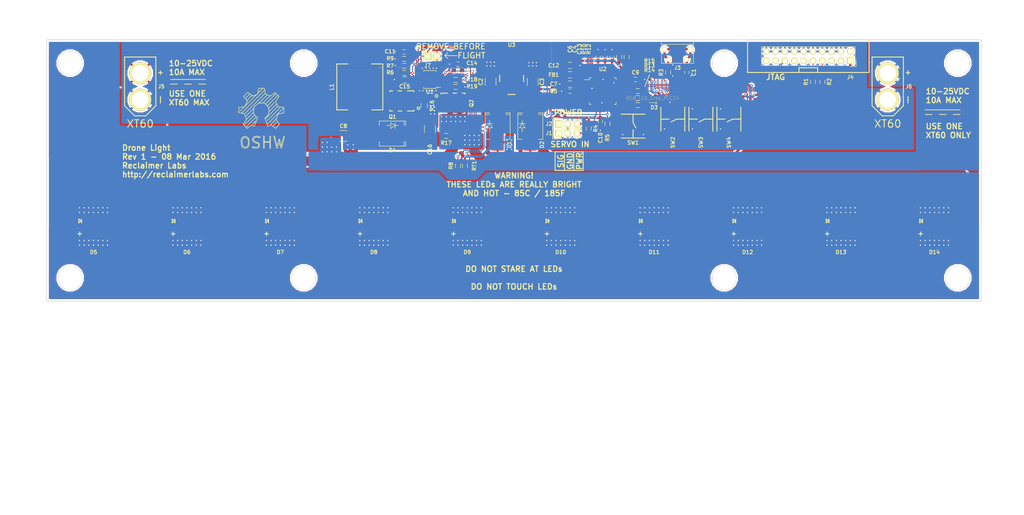
<source format=kicad_pcb>
(kicad_pcb (version 4) (host pcbnew 4.0.1-stable)
  (layers (0 F.Cu signal) (31 B.Cu signal) (34 B.Paste user) (35 F.Paste user) (36 B.SilkS user) (37 F.SilkS user) (38 B.Mask user) (39 F.Mask user) (44 Edge.Cuts user))
  (net 0 "")
  (net 1 "Net-(C1-Pad1)")
  (net 2 GND)
  (net 3 "Net-(C2-Pad1)")
  (net 4 +3V3)
  (net 5 "Net-(C4-Pad1)")
  (net 6 "Net-(C5-Pad1)")
  (net 7 +BATT)
  (net 8 "Net-(C11-Pad1)")
  (net 9 /~RESET)
  (net 10 "Net-(C14-Pad1)")
  (net 11 /INTVCC)
  (net 12 "Net-(C16-Pad1)")
  (net 13 /USB_VBUS)
  (net 14 "Net-(D4-Pad2)")
  (net 15 "Net-(D5-Pad1)")
  (net 16 "Net-(D5-Pad2)")
  (net 17 "Net-(D6-Pad1)")
  (net 18 "Net-(D7-Pad1)")
  (net 19 "Net-(D10-Pad2)")
  (net 20 "Net-(D10-Pad1)")
  (net 21 "Net-(D11-Pad1)")
  (net 22 "Net-(D12-Pad1)")
  (net 23 "Net-(D13-Pad1)")
  (net 24 "Net-(D14-Pad1)")
  (net 25 /SERVO)
  (net 26 /SERVO_PWR)
  (net 27 "Net-(J2-Pad1)")
  (net 28 /USB_DM)
  (net 29 /USB_DP)
  (net 30 "Net-(J3-Pad4)")
  (net 31 "Net-(J4-Pad2)")
  (net 32 "Net-(J4-Pad3)")
  (net 33 "Net-(J4-Pad5)")
  (net 34 /SWDIO)
  (net 35 /SWDCLK)
  (net 36 "Net-(J4-Pad11)")
  (net 37 "Net-(J4-Pad13)")
  (net 38 "Net-(J4-Pad17)")
  (net 39 "Net-(J4-Pad19)")
  (net 40 /~SHDN)
  (net 41 "Net-(Q1-Pad1)")
  (net 42 /~OPENLED)
  (net 43 "Net-(R8-Pad1)")
  (net 44 /CTRL)
  (net 45 "Net-(R9-Pad1)")
  (net 46 "Net-(R11-Pad1)")
  (net 47 "Net-(R12-Pad2)")
  (net 48 /RGB_RED)
  (net 49 "Net-(D3-Pad4)")
  (net 50 "Net-(D3-Pad3)")
  (net 51 /RGB_GRN)
  (net 52 "Net-(D3-Pad2)")
  (net 53 /RGB_BLU)
  (net 54 "Net-(R18-Pad1)")
  (net 55 /SW_3)
  (net 56 /SW_2)
  (net 57 /SW_1)
  (net 58 /PWMIN)
  (net 59 "Net-(U2-Pad1)")
  (net 60 "Net-(U2-Pad2)")
  (net 61 "Net-(U2-Pad4)")
  (net 62 "Net-(U2-Pad8)")
  (net 63 "Net-(U2-Pad9)")
  (net 64 "Net-(U2-Pad10)")
  (net 65 "Net-(U2-Pad11)")
  (net 66 "Net-(U2-Pad12)")
  (net 67 "Net-(U2-Pad13)")
  (net 68 "Net-(U2-Pad14)")
  (net 69 "Net-(U2-Pad19)")
  (net 70 "Net-(U2-Pad25)")
  (net 71 "Net-(U2-Pad26)")
  (net 72 "Net-(U2-Pad27)")
  (net 73 "Net-(U2-Pad31)")
  (net 74 "Net-(U2-Pad32)")
  (net 75 "Net-(U2-Pad41)")
  (net 76 "Net-(D8-Pad1)")
  (net 77 "Net-(Q1-Pad2)")
  (net 78 "Net-(Q2-Pad2)")
  (net 79 "Net-(X1-Pad1)")
  (net 80 "Net-(X2-Pad1)")
  (net 81 "Net-(X3-Pad1)")
  (net 82 "Net-(X4-Pad1)")
  (net 83 "Net-(X5-Pad1)")
  (net 84 "Net-(X6-Pad1)")
  (net 85 "Net-(X7-Pad1)")
  (net 86 "Net-(X8-Pad1)")
  (net 87 /THERMAL)
  (net 88 "Net-(U2-Pad20)")
  (net 89 "Net-(U2-Pad37)")
  (net 90 "Net-(U2-Pad38)")
  (net 91 "Net-(U2-Pad39)")
  (net 92 "Net-(U2-Pad47)")
  (net 93 "Net-(U2-Pad48)")
  (module Capacitors_SMD:C_0603_HandSoldering (layer F.Cu) (at 186.69 62.23 270)
    (fp_text reference C1 (at 0 -1.9 270) (layer F.SilkS) (effects (font (size 1.016 1.016) (thickness 0.2032))))
    (fp_text value 0.01uF)
    (pad 1 smd rect (at -0.95 0 270) (size 1.2 0.75) (layers F.Cu F.Paste F.Mask) (net 1 "Net-(C1-Pad1)"))
    (pad 2 smd rect (at 0.95 0 270) (size 1.2 0.75) (layers F.Cu F.Paste F.Mask) (net 2 GND))
  )
  (module Capacitors_SMD:C_1210_HandSoldering (layer F.Cu) (at 133.35 64.77 90)
    (fp_text reference C2 (at 0 -2.7 90) (layer F.SilkS) (effects (font (size 1.016 1.016) (thickness 0.2032))))
    (fp_text value 22uF)
    (pad 1 smd rect (at -2 0 90) (size 2 2.5) (layers F.Cu F.Paste F.Mask) (net 3 "Net-(C2-Pad1)"))
    (pad 2 smd rect (at 2 0 90) (size 2 2.5) (layers F.Cu F.Paste F.Mask) (net 2 GND))
  )
  (module Capacitors_SMD:C_1210_HandSoldering (layer F.Cu) (at 144.78 64.77 90)
    (fp_text reference C3 (at 0 2.54 90) (layer F.SilkS) (effects (font (size 1.016 1.016) (thickness 0.2032))))
    (fp_text value 22uF)
    (pad 1 smd rect (at -2 0 90) (size 2 2.5) (layers F.Cu F.Paste F.Mask) (net 4 +3V3))
    (pad 2 smd rect (at 2 0 90) (size 2 2.5) (layers F.Cu F.Paste F.Mask) (net 2 GND))
  )
  (module Capacitors_SMD:C_0603_HandSoldering (layer F.Cu) (at 164.465 58.105 90)
    (fp_text reference C4 (at 2.225 -8.255 90) (layer F.SilkS) (effects (font (size 1.016 1.016) (thickness 0.2032))))
    (fp_text value 1uF)
    (pad 1 smd rect (at -0.95 0 90) (size 1.2 0.75) (layers F.Cu F.Paste F.Mask) (net 5 "Net-(C4-Pad1)"))
    (pad 2 smd rect (at 0.95 0 90) (size 1.2 0.75) (layers F.Cu F.Paste F.Mask) (net 2 GND))
  )
  (module Capacitors_SMD:C_0603_HandSoldering (layer F.Cu) (at 154.94 67.31 180)
    (fp_text reference C5 (at 4.445 0 180) (layer F.SilkS) (effects (font (size 1.016 1.016) (thickness 0.2032))))
    (fp_text value 0.1uF)
    (pad 1 smd rect (at -0.95 0 180) (size 1.2 0.75) (layers F.Cu F.Paste F.Mask) (net 6 "Net-(C5-Pad1)"))
    (pad 2 smd rect (at 0.95 0 180) (size 1.2 0.75) (layers F.Cu F.Paste F.Mask) (net 2 GND))
  )
  (module Capacitors_SMD:C_0603_HandSoldering (layer F.Cu) (at 162.56 58.1 90)
    (fp_text reference C6 (at 2.22 -7.62 90) (layer F.SilkS) (effects (font (size 1.016 1.016) (thickness 0.2032))))
    (fp_text value 0.1uF)
    (pad 1 smd rect (at -0.95 0 90) (size 1.2 0.75) (layers F.Cu F.Paste F.Mask) (net 4 +3V3))
    (pad 2 smd rect (at 0.95 0 90) (size 1.2 0.75) (layers F.Cu F.Paste F.Mask) (net 2 GND))
  )
  (module Capacitors_SMD:C_0805_HandSoldering (layer F.Cu) (at 154.94 65.405 180)
    (fp_text reference C7 (at 4.445 0 180) (layer F.SilkS) (effects (font (size 1.016 1.016) (thickness 0.2032))))
    (fp_text value 10uF)
    (pad 1 smd rect (at -1.25 0 180) (size 1.5 1.25) (layers F.Cu F.Paste F.Mask) (net 6 "Net-(C5-Pad1)"))
    (pad 2 smd rect (at 1.25 0 180) (size 1.5 1.25) (layers F.Cu F.Paste F.Mask) (net 2 GND))
  )
  (module Capacitors_SMD:C_1210_HandSoldering (layer F.Cu) (at 93.345 79.502)
    (fp_text reference C8 (at 0 -2.7) (layer F.SilkS) (effects (font (size 1.016 1.016) (thickness 0.2032))))
    (fp_text value 22uF)
    (pad 1 smd rect (at -2 0) (size 2 2.5) (layers F.Cu F.Paste F.Mask) (net 7 +BATT))
    (pad 2 smd rect (at 2 0) (size 2 2.5) (layers F.Cu F.Paste F.Mask) (net 2 GND))
  )
  (module Capacitors_SMD:C_0603_HandSoldering (layer F.Cu) (at 172.72 64.135)
    (fp_text reference C9 (at 0 -1.9) (layer F.SilkS) (effects (font (size 1.016 1.016) (thickness 0.2032))))
    (fp_text value 0.1uF)
    (pad 1 smd rect (at -0.95 0) (size 1.2 0.75) (layers F.Cu F.Paste F.Mask) (net 4 +3V3))
    (pad 2 smd rect (at 0.95 0) (size 1.2 0.75) (layers F.Cu F.Paste F.Mask) (net 2 GND))
  )
  (module Capacitors_SMD:C_0603_HandSoldering (layer F.Cu) (at 163.195 75.565 270)
    (fp_text reference C10 (at 4.445 0 270) (layer F.SilkS) (effects (font (size 1.016 1.016) (thickness 0.2032))))
    (fp_text value 0.1uF)
    (pad 1 smd rect (at -0.95 0 270) (size 1.2 0.75) (layers F.Cu F.Paste F.Mask) (net 4 +3V3))
    (pad 2 smd rect (at 0.95 0 270) (size 1.2 0.75) (layers F.Cu F.Paste F.Mask) (net 2 GND))
  )
  (module Capacitors_SMD:C_0603_HandSoldering (layer F.Cu) (at 109.855 56.642 180)
    (fp_text reference C11 (at 3.81 0.127 180) (layer F.SilkS) (effects (font (size 1.016 1.016) (thickness 0.2032))))
    (fp_text value 0.01uF)
    (pad 1 smd rect (at -0.95 0 180) (size 1.2 0.75) (layers F.Cu F.Paste F.Mask) (net 8 "Net-(C11-Pad1)"))
    (pad 2 smd rect (at 0.95 0 180) (size 1.2 0.75) (layers F.Cu F.Paste F.Mask) (net 2 GND))
  )
  (module Capacitors_SMD:C_0805_HandSoldering (layer F.Cu) (at 154.94 60.325)
    (fp_text reference C12 (at -4.445 0) (layer F.SilkS) (effects (font (size 1.016 1.016) (thickness 0.2032))))
    (fp_text value 10uF)
    (pad 1 smd rect (at -1.25 0) (size 1.5 1.25) (layers F.Cu F.Paste F.Mask) (net 4 +3V3))
    (pad 2 smd rect (at 1.25 0) (size 1.5 1.25) (layers F.Cu F.Paste F.Mask) (net 2 GND))
  )
  (module Capacitors_SMD:C_0603_HandSoldering (layer F.Cu) (at 166.37 58.166 90)
    (fp_text reference C13 (at 2.286 -8.89 90) (layer F.SilkS) (effects (font (size 1.016 1.016) (thickness 0.2032))))
    (fp_text value 0.1uF)
    (pad 1 smd rect (at -0.95 0 90) (size 1.2 0.75) (layers F.Cu F.Paste F.Mask) (net 9 /~RESET))
    (pad 2 smd rect (at 0.95 0 90) (size 1.2 0.75) (layers F.Cu F.Paste F.Mask) (net 2 GND))
  )
  (module Capacitors_SMD:C_0603_HandSoldering (layer F.Cu) (at 124.46 59.944 180)
    (fp_text reference C14 (at -3.81 0.254 180) (layer F.SilkS) (effects (font (size 1.016 1.016) (thickness 0.2032))))
    (fp_text value 1nF)
    (pad 1 smd rect (at -0.95 0 180) (size 1.2 0.75) (layers F.Cu F.Paste F.Mask) (net 10 "Net-(C14-Pad1)"))
    (pad 2 smd rect (at 0.95 0 180) (size 1.2 0.75) (layers F.Cu F.Paste F.Mask) (net 2 GND))
  )
  (module Capacitors_SMD:C_0805_HandSoldering (layer F.Cu) (at 109.982 64.262 180)
    (fp_text reference C15 (at 0 -1.778 180) (layer F.SilkS) (effects (font (size 1.016 1.016) (thickness 0.2032))))
    (fp_text value 4.7uF)
    (pad 1 smd rect (at -1.25 0 180) (size 1.5 1.25) (layers F.Cu F.Paste F.Mask) (net 11 /INTVCC))
    (pad 2 smd rect (at 1.25 0 180) (size 1.5 1.25) (layers F.Cu F.Paste F.Mask) (net 2 GND))
  )
  (module Capacitors_SMD:C_1210_HandSoldering (layer F.Cu) (at 116.84 77.597 90)
    (fp_text reference C16 (at -5.588 0 90) (layer F.SilkS) (effects (font (size 1.016 1.016) (thickness 0.2032))))
    (fp_text value 22uF)
    (pad 1 smd rect (at -2 0 90) (size 2 2.5) (layers F.Cu F.Paste F.Mask) (net 12 "Net-(C16-Pad1)"))
    (pad 2 smd rect (at 2 0 90) (size 2 2.5) (layers F.Cu F.Paste F.Mask) (net 2 GND))
  )
  (module Diodes_SMD:SMC_Handsoldering (layer F.Cu) (at 135.255 76.835 270)
    (fp_text reference D1 (at 5.08 -3.175 270) (layer F.SilkS) (effects (font (size 1.016 1.016) (thickness 0.2032))))
    (fp_text value B550C)
    (pad 1 smd rect (at -4.39928 0) (size 3.29946 4.50088) (layers F.Cu F.Paste F.Mask) (net 3 "Net-(C2-Pad1)"))
    (pad 2 smd rect (at 4.39928 0) (size 3.29946 4.49834) (layers F.Cu F.Paste F.Mask) (net 7 +BATT))
  )
  (module Diodes_SMD:SMC_Handsoldering (layer F.Cu) (at 144.145 76.835 270)
    (fp_text reference D2 (at 5.08 -3.175 270) (layer F.SilkS) (effects (font (size 1.016 1.016) (thickness 0.2032))))
    (fp_text value B550C)
    (pad 1 smd rect (at -4.39928 0) (size 3.29946 4.50088) (layers F.Cu F.Paste F.Mask) (net 3 "Net-(C2-Pad1)"))
    (pad 2 smd rect (at 4.39928 0) (size 3.29946 4.49834) (layers F.Cu F.Paste F.Mask) (net 13 /USB_VBUS))
  )
  (module Libraries:PLCC4-2MM-RGB (layer F.Cu) (at 177.419 69.215)
    (fp_text reference D3 (at 0.381 2.54) (layer F.SilkS) (effects (font (size 1.016 1.016) (thickness 0.2032))))
    (fp_text value RGB_LED_Cree_PLCC4 (at 0 0) (layer F.SilkS) (effects (font (size 1 0.9) (thickness 0.05))))
    (pad 2 smd rect (at -0.75 0.55) (size 1 0.8) (layers F.Cu F.Paste F.Mask) (net 52 "Net-(D3-Pad2)"))
    (pad 3 smd rect (at -0.75 -0.55) (size 1 0.8) (layers F.Cu F.Paste F.Mask) (net 50 "Net-(D3-Pad3)"))
    (pad 4 smd rect (at 0.75 -0.55) (size 1 0.8) (layers F.Cu F.Paste F.Mask) (net 49 "Net-(D3-Pad4)"))
    (pad 1 smd rect (at 0.75 0.55) (size 1 0.8) (layers F.Cu F.Paste F.Mask) (net 4 +3V3))
  )
  (module Diodes_SMD:SMC_Handsoldering (layer F.Cu) (at 106.68 78.867 180)
    (fp_text reference D4 (at 0 -4.5 180) (layer F.SilkS) (effects (font (size 1.016 1.016) (thickness 0.2032))))
    (fp_text value B550C)
    (pad 1 smd rect (at -4.39928 0 270) (size 3.29946 4.50088) (layers F.Cu F.Paste F.Mask) (net 12 "Net-(C16-Pad1)"))
    (pad 2 smd rect (at 4.39928 0 270) (size 3.29946 4.49834) (layers F.Cu F.Paste F.Mask) (net 14 "Net-(D4-Pad2)"))
  )
  (module Libraries:XM-L (layer F.Cu) (at 25.4 104.14 180)
    (fp_text reference D5 (at 0 -6.985 180) (layer F.SilkS) (effects (font (size 1.016 1.016) (thickness 0.2032))))
    (fp_text value LED)
    (pad 1 smd rect (at -2.15 0 180) (size 0.5 4.8) (layers F.Cu F.Paste F.Mask) (net 15 "Net-(D5-Pad1)"))
    (pad 2 smd rect (at 2.15 0 180) (size 0.5 4.8) (layers F.Cu F.Paste F.Mask) (net 16 "Net-(D5-Pad2)"))
    (pad 3 smd rect (at 0 0 180) (size 2.782 4.8) (layers F.Cu F.Paste F.Mask) (net 87 /THERMAL))
    (pad 1 smd rect (at -2.6 0 180) (size 0.45 0.5) (layers F.Cu F.Paste F.Mask) (net 15 "Net-(D5-Pad1)"))
    (pad 2 smd rect (at 2.6 0 180) (size 0.45 0.5) (layers F.Cu F.Paste F.Mask) (net 16 "Net-(D5-Pad2)"))
  )
  (module Libraries:XM-L (layer F.Cu) (at 50.8 104.14 180)
    (fp_text reference D6 (at 0 -6.985 180) (layer F.SilkS) (effects (font (size 1.016 1.016) (thickness 0.2032))))
    (fp_text value LED)
    (pad 1 smd rect (at -2.15 0 180) (size 0.5 4.8) (layers F.Cu F.Paste F.Mask) (net 17 "Net-(D6-Pad1)"))
    (pad 2 smd rect (at 2.15 0 180) (size 0.5 4.8) (layers F.Cu F.Paste F.Mask) (net 15 "Net-(D5-Pad1)"))
    (pad 3 smd rect (at 0 0 180) (size 2.782 4.8) (layers F.Cu F.Paste F.Mask) (net 87 /THERMAL))
    (pad 1 smd rect (at -2.6 0 180) (size 0.45 0.5) (layers F.Cu F.Paste F.Mask) (net 17 "Net-(D6-Pad1)"))
    (pad 2 smd rect (at 2.6 0 180) (size 0.45 0.5) (layers F.Cu F.Paste F.Mask) (net 15 "Net-(D5-Pad1)"))
  )
  (module Libraries:XM-L (layer F.Cu) (at 76.2 104.14 180)
    (fp_text reference D7 (at 0 -6.985 180) (layer F.SilkS) (effects (font (size 1.016 1.016) (thickness 0.2032))))
    (fp_text value LED)
    (pad 1 smd rect (at -2.15 0 180) (size 0.5 4.8) (layers F.Cu F.Paste F.Mask) (net 18 "Net-(D7-Pad1)"))
    (pad 2 smd rect (at 2.15 0 180) (size 0.5 4.8) (layers F.Cu F.Paste F.Mask) (net 17 "Net-(D6-Pad1)"))
    (pad 3 smd rect (at 0 0 180) (size 2.782 4.8) (layers F.Cu F.Paste F.Mask) (net 87 /THERMAL))
    (pad 1 smd rect (at -2.6 0 180) (size 0.45 0.5) (layers F.Cu F.Paste F.Mask) (net 18 "Net-(D7-Pad1)"))
    (pad 2 smd rect (at 2.6 0 180) (size 0.45 0.5) (layers F.Cu F.Paste F.Mask) (net 17 "Net-(D6-Pad1)"))
  )
  (module Libraries:XM-L (layer F.Cu) (at 101.6 104.14 180)
    (fp_text reference D8 (at 0 -6.985 180) (layer F.SilkS) (effects (font (size 1.016 1.016) (thickness 0.2032))))
    (fp_text value LED)
    (pad 1 smd rect (at -2.15 0 180) (size 0.5 4.8) (layers F.Cu F.Paste F.Mask) (net 76 "Net-(D8-Pad1)"))
    (pad 2 smd rect (at 2.15 0 180) (size 0.5 4.8) (layers F.Cu F.Paste F.Mask) (net 18 "Net-(D7-Pad1)"))
    (pad 3 smd rect (at 0 0 180) (size 2.782 4.8) (layers F.Cu F.Paste F.Mask) (net 87 /THERMAL))
    (pad 1 smd rect (at -2.6 0 180) (size 0.45 0.5) (layers F.Cu F.Paste F.Mask) (net 76 "Net-(D8-Pad1)"))
    (pad 2 smd rect (at 2.6 0 180) (size 0.45 0.5) (layers F.Cu F.Paste F.Mask) (net 18 "Net-(D7-Pad1)"))
  )
  (module Libraries:XM-L (layer F.Cu) (at 127 104.14 180)
    (fp_text reference D9 (at 0 -6.985 180) (layer F.SilkS) (effects (font (size 1.016 1.016) (thickness 0.2032))))
    (fp_text value LED)
    (pad 1 smd rect (at -2.15 0 180) (size 0.5 4.8) (layers F.Cu F.Paste F.Mask) (net 19 "Net-(D10-Pad2)"))
    (pad 2 smd rect (at 2.15 0 180) (size 0.5 4.8) (layers F.Cu F.Paste F.Mask) (net 76 "Net-(D8-Pad1)"))
    (pad 3 smd rect (at 0 0 180) (size 2.782 4.8) (layers F.Cu F.Paste F.Mask) (net 87 /THERMAL))
    (pad 1 smd rect (at -2.6 0 180) (size 0.45 0.5) (layers F.Cu F.Paste F.Mask) (net 19 "Net-(D10-Pad2)"))
    (pad 2 smd rect (at 2.6 0 180) (size 0.45 0.5) (layers F.Cu F.Paste F.Mask) (net 76 "Net-(D8-Pad1)"))
  )
  (module Libraries:XM-L (layer F.Cu) (at 152.4 104.14 180)
    (fp_text reference D10 (at 0 -6.985 180) (layer F.SilkS) (effects (font (size 1.016 1.016) (thickness 0.2032))))
    (fp_text value LED)
    (pad 1 smd rect (at -2.15 0 180) (size 0.5 4.8) (layers F.Cu F.Paste F.Mask) (net 20 "Net-(D10-Pad1)"))
    (pad 2 smd rect (at 2.15 0 180) (size 0.5 4.8) (layers F.Cu F.Paste F.Mask) (net 19 "Net-(D10-Pad2)"))
    (pad 3 smd rect (at 0 0 180) (size 2.782 4.8) (layers F.Cu F.Paste F.Mask) (net 87 /THERMAL))
    (pad 1 smd rect (at -2.6 0 180) (size 0.45 0.5) (layers F.Cu F.Paste F.Mask) (net 20 "Net-(D10-Pad1)"))
    (pad 2 smd rect (at 2.6 0 180) (size 0.45 0.5) (layers F.Cu F.Paste F.Mask) (net 19 "Net-(D10-Pad2)"))
  )
  (module Libraries:XM-L (layer F.Cu) (at 177.8 104.14 180)
    (fp_text reference D11 (at 0 -6.985 180) (layer F.SilkS) (effects (font (size 1.016 1.016) (thickness 0.2032))))
    (fp_text value LED)
    (pad 1 smd rect (at -2.15 0 180) (size 0.5 4.8) (layers F.Cu F.Paste F.Mask) (net 21 "Net-(D11-Pad1)"))
    (pad 2 smd rect (at 2.15 0 180) (size 0.5 4.8) (layers F.Cu F.Paste F.Mask) (net 20 "Net-(D10-Pad1)"))
    (pad 3 smd rect (at 0 0 180) (size 2.782 4.8) (layers F.Cu F.Paste F.Mask) (net 87 /THERMAL))
    (pad 1 smd rect (at -2.6 0 180) (size 0.45 0.5) (layers F.Cu F.Paste F.Mask) (net 21 "Net-(D11-Pad1)"))
    (pad 2 smd rect (at 2.6 0 180) (size 0.45 0.5) (layers F.Cu F.Paste F.Mask) (net 20 "Net-(D10-Pad1)"))
  )
  (module Libraries:XM-L (layer F.Cu) (at 203.2 104.14 180)
    (fp_text reference D12 (at 0 -6.985 180) (layer F.SilkS) (effects (font (size 1.016 1.016) (thickness 0.2032))))
    (fp_text value LED)
    (pad 1 smd rect (at -2.15 0 180) (size 0.5 4.8) (layers F.Cu F.Paste F.Mask) (net 22 "Net-(D12-Pad1)"))
    (pad 2 smd rect (at 2.15 0 180) (size 0.5 4.8) (layers F.Cu F.Paste F.Mask) (net 21 "Net-(D11-Pad1)"))
    (pad 3 smd rect (at 0 0 180) (size 2.782 4.8) (layers F.Cu F.Paste F.Mask) (net 87 /THERMAL))
    (pad 1 smd rect (at -2.6 0 180) (size 0.45 0.5) (layers F.Cu F.Paste F.Mask) (net 22 "Net-(D12-Pad1)"))
    (pad 2 smd rect (at 2.6 0 180) (size 0.45 0.5) (layers F.Cu F.Paste F.Mask) (net 21 "Net-(D11-Pad1)"))
  )
  (module Libraries:XM-L (layer F.Cu) (at 228.6 104.14 180)
    (fp_text reference D13 (at 0 -6.985 180) (layer F.SilkS) (effects (font (size 1.016 1.016) (thickness 0.2032))))
    (fp_text value LED)
    (pad 1 smd rect (at -2.15 0 180) (size 0.5 4.8) (layers F.Cu F.Paste F.Mask) (net 23 "Net-(D13-Pad1)"))
    (pad 2 smd rect (at 2.15 0 180) (size 0.5 4.8) (layers F.Cu F.Paste F.Mask) (net 22 "Net-(D12-Pad1)"))
    (pad 3 smd rect (at 0 0 180) (size 2.782 4.8) (layers F.Cu F.Paste F.Mask) (net 87 /THERMAL))
    (pad 1 smd rect (at -2.6 0 180) (size 0.45 0.5) (layers F.Cu F.Paste F.Mask) (net 23 "Net-(D13-Pad1)"))
    (pad 2 smd rect (at 2.6 0 180) (size 0.45 0.5) (layers F.Cu F.Paste F.Mask) (net 22 "Net-(D12-Pad1)"))
  )
  (module Libraries:XM-L (layer F.Cu) (at 254 104.14 180)
    (fp_text reference D14 (at 0 -6.985 180) (layer F.SilkS) (effects (font (size 1.016 1.016) (thickness 0.2032))))
    (fp_text value LED)
    (pad 1 smd rect (at -2.15 0 180) (size 0.5 4.8) (layers F.Cu F.Paste F.Mask) (net 24 "Net-(D14-Pad1)"))
    (pad 2 smd rect (at 2.15 0 180) (size 0.5 4.8) (layers F.Cu F.Paste F.Mask) (net 23 "Net-(D13-Pad1)"))
    (pad 3 smd rect (at 0 0 180) (size 2.782 4.8) (layers F.Cu F.Paste F.Mask) (net 87 /THERMAL))
    (pad 1 smd rect (at -2.6 0 180) (size 0.45 0.5) (layers F.Cu F.Paste F.Mask) (net 24 "Net-(D14-Pad1)"))
    (pad 2 smd rect (at 2.6 0 180) (size 0.45 0.5) (layers F.Cu F.Paste F.Mask) (net 23 "Net-(D13-Pad1)"))
  )
  (module Capacitors_SMD:C_0805_HandSoldering (layer F.Cu) (at 154.94 62.865 180)
    (fp_text reference FB1 (at 4.445 0 360) (layer F.SilkS) (effects (font (size 1.016 1.016) (thickness 0.2032))))
    (fp_text value FILTER)
    (pad 1 smd rect (at -1.25 0 180) (size 1.5 1.25) (layers F.Cu F.Paste F.Mask) (net 6 "Net-(C5-Pad1)"))
    (pad 2 smd rect (at 1.25 0 180) (size 1.5 1.25) (layers F.Cu F.Paste F.Mask) (net 4 +3V3))
  )
  (module Socket_Strips:Socket_Strip_Straight_1x03 (layer F.Cu) (at 151.765 78.74)
    (fp_text reference J1 (at -2.54 0) (layer F.SilkS) (effects (font (size 1.016 1.016) (thickness 0.2032))))
    (fp_text value SERVO)
    (pad 1 thru_hole rect (at 0 0) (size 1.7272 2.032) (drill 1.016) (layers *.Cu *.Mask F.SilkS) (net 25 /SERVO))
    (pad 2 thru_hole oval (at 2.54 0) (size 1.7272 2.032) (drill 1.016) (layers *.Cu *.Mask F.SilkS) (net 2 GND))
    (pad 3 thru_hole oval (at 5.08 0) (size 1.7272 2.032) (drill 1.016) (layers *.Cu *.Mask F.SilkS) (net 26 /SERVO_PWR))
  )
  (module Socket_Strips:Socket_Strip_Straight_1x03 (layer F.Cu) (at 151.765 76.2)
    (fp_text reference J2 (at -2.54 0) (layer F.SilkS) (effects (font (size 1.016 1.016) (thickness 0.2032))))
    (fp_text value SERVO)
    (pad 1 thru_hole rect (at 0 0) (size 1.7272 2.032) (drill 1.016) (layers *.Cu *.Mask F.SilkS) (net 27 "Net-(J2-Pad1)"))
    (pad 2 thru_hole oval (at 2.54 0) (size 1.7272 2.032) (drill 1.016) (layers *.Cu *.Mask F.SilkS) (net 2 GND))
    (pad 3 thru_hole oval (at 5.08 0) (size 1.7272 2.032) (drill 1.016) (layers *.Cu *.Mask F.SilkS) (net 4 +3V3))
  )
  (module Libraries:USB_Micro-B_10118194-0001LF (layer F.Cu) (at 184.15 57.15 180)
    (fp_text reference J3 (at 0 -3.81 180) (layer F.SilkS) (effects (font (size 1.016 1.016) (thickness 0.2032))))
    (fp_text value USB_OTG)
    (pad 1 smd rect (at -1.3009 -1.56254 270) (size 1.35 0.4) (layers F.Cu F.Paste F.Mask) (net 13 /USB_VBUS))
    (pad 2 smd rect (at -0.6509 -1.56254 270) (size 1.35 0.4) (layers F.Cu F.Paste F.Mask) (net 28 /USB_DM))
    (pad 3 smd rect (at -0.0009 -1.56254 270) (size 1.35 0.4) (layers F.Cu F.Paste F.Mask) (net 29 /USB_DP))
    (pad 4 smd rect (at 0.6491 -1.56254 270) (size 1.35 0.4) (layers F.Cu F.Paste F.Mask) (net 30 "Net-(J3-Pad4)"))
    (pad 5 smd rect (at 1.2991 -1.56254 270) (size 1.35 0.4) (layers F.Cu F.Paste F.Mask) (net 2 GND))
    (pad 6 thru_hole circle (at -2.5009 -1.56254 270) (size 1.25 1.25) (drill 0.85) (layers *.Cu *.Mask F.SilkS) (net 1 "Net-(C1-Pad1)"))
    (pad 6 thru_hole circle (at 2.4991 -1.56254 270) (size 1.25 1.25) (drill 0.85) (layers *.Cu *.Mask F.SilkS) (net 1 "Net-(C1-Pad1)"))
    (pad 6 thru_hole circle (at -3.5009 1.13746 270) (size 1.55 1.55) (drill 1.15) (layers *.Cu *.Mask F.SilkS) (net 1 "Net-(C1-Pad1)"))
    (pad 6 thru_hole circle (at 3.4991 1.13746 270) (size 1.55 1.55) (drill 1.15) (layers *.Cu *.Mask F.SilkS) (net 1 "Net-(C1-Pad1)"))
    (pad 6 smd rect (at -1 1.25 270) (size 1.5 1.55) (layers F.Cu F.Paste F.Mask) (net 1 "Net-(C1-Pad1)"))
    (pad 6 smd rect (at 1 1.25 270) (size 1.5 1.55) (layers F.Cu F.Paste F.Mask) (net 1 "Net-(C1-Pad1)"))
  )
  (module Libraries:Socket_Strip_Straight_2x10_Shrouded (layer F.Cu) (at 219.71 57.785 180)
    (fp_text reference J4 (at -11.43 -5.715 180) (layer F.SilkS) (effects (font (size 1.016 1.016) (thickness 0.2032))))
    (fp_text value JTAG)
    (pad 1 thru_hole rect (at -11.43 -1.27 180) (size 1.7272 1.7272) (drill 1.016) (layers *.Cu *.Mask F.SilkS) (net 4 +3V3))
    (pad 2 thru_hole oval (at -11.43 1.27 180) (size 1.7272 1.7272) (drill 1.016) (layers *.Cu *.Mask F.SilkS) (net 31 "Net-(J4-Pad2)"))
    (pad 3 thru_hole oval (at -8.89 -1.27 180) (size 1.7272 1.7272) (drill 1.016) (layers *.Cu *.Mask F.SilkS) (net 32 "Net-(J4-Pad3)"))
    (pad 4 thru_hole oval (at -8.89 1.27 180) (size 1.7272 1.7272) (drill 1.016) (layers *.Cu *.Mask F.SilkS) (net 2 GND))
    (pad 5 thru_hole oval (at -6.35 -1.27 180) (size 1.7272 1.7272) (drill 1.016) (layers *.Cu *.Mask F.SilkS) (net 33 "Net-(J4-Pad5)"))
    (pad 6 thru_hole oval (at -6.35 1.27 180) (size 1.7272 1.7272) (drill 1.016) (layers *.Cu *.Mask F.SilkS) (net 2 GND))
    (pad 7 thru_hole oval (at -3.81 -1.27 180) (size 1.7272 1.7272) (drill 1.016) (layers *.Cu *.Mask F.SilkS) (net 34 /SWDIO))
    (pad 8 thru_hole oval (at -3.81 1.27 180) (size 1.7272 1.7272) (drill 1.016) (layers *.Cu *.Mask F.SilkS) (net 2 GND))
    (pad 9 thru_hole oval (at -1.27 -1.27 180) (size 1.7272 1.7272) (drill 1.016) (layers *.Cu *.Mask F.SilkS) (net 35 /SWDCLK))
    (pad 10 thru_hole oval (at -1.27 1.27 180) (size 1.7272 1.7272) (drill 1.016) (layers *.Cu *.Mask F.SilkS) (net 2 GND))
    (pad 11 thru_hole oval (at 1.27 -1.27 180) (size 1.7272 1.7272) (drill 1.016) (layers *.Cu *.Mask F.SilkS) (net 36 "Net-(J4-Pad11)"))
    (pad 12 thru_hole oval (at 1.27 1.27 180) (size 1.7272 1.7272) (drill 1.016) (layers *.Cu *.Mask F.SilkS) (net 2 GND))
    (pad 13 thru_hole oval (at 3.81 -1.27 180) (size 1.7272 1.7272) (drill 1.016) (layers *.Cu *.Mask F.SilkS) (net 37 "Net-(J4-Pad13)"))
    (pad 14 thru_hole oval (at 3.81 1.27 180) (size 1.7272 1.7272) (drill 1.016) (layers *.Cu *.Mask F.SilkS) (net 2 GND))
    (pad 15 thru_hole oval (at 6.35 -1.27 180) (size 1.7272 1.7272) (drill 1.016) (layers *.Cu *.Mask F.SilkS) (net 9 /~RESET))
    (pad 16 thru_hole oval (at 6.35 1.27 180) (size 1.7272 1.7272) (drill 1.016) (layers *.Cu *.Mask F.SilkS) (net 2 GND))
    (pad 17 thru_hole oval (at 8.89 -1.27 180) (size 1.7272 1.7272) (drill 1.016) (layers *.Cu *.Mask F.SilkS) (net 38 "Net-(J4-Pad17)"))
    (pad 18 thru_hole oval (at 8.89 1.27 180) (size 1.7272 1.7272) (drill 1.016) (layers *.Cu *.Mask F.SilkS) (net 2 GND))
    (pad 19 thru_hole oval (at 11.43 -1.27 180) (size 1.7272 1.7272) (drill 1.016) (layers *.Cu *.Mask F.SilkS) (net 39 "Net-(J4-Pad19)"))
    (pad 20 thru_hole oval (at 11.43 1.27 180) (size 1.7272 1.7272) (drill 1.016) (layers *.Cu *.Mask F.SilkS) (net 2 GND))
  )
  (module Libraries:XT60 (layer F.Cu) (at 38.1 66.04 270)
    (fp_text reference J5 (at 0 -5.715 360) (layer F.SilkS) (effects (font (size 1.016 1.016) (thickness 0.2032))))
    (fp_text value XT60)
    (pad 1 thru_hole circle (at -3.6 0 270) (size 6 6) (drill 4.5) (layers *.Cu *.Mask F.SilkS) (net 7 +BATT))
    (pad 2 thru_hole circle (at 3.6 0 270) (size 6 6) (drill 4.5) (layers *.Cu *.Mask F.SilkS) (net 2 GND))
  )
  (module Libraries:XT60 (layer F.Cu) (at 241.3 66.04 270)
    (fp_text reference J6 (at 0 -5.715 360) (layer F.SilkS) (effects (font (size 1.016 1.016) (thickness 0.2032))))
    (fp_text value "JST RCY")
    (pad 1 thru_hole circle (at -3.6 0 270) (size 6 6) (drill 4.5) (layers *.Cu *.Mask F.SilkS) (net 7 +BATT))
    (pad 2 thru_hole circle (at 3.6 0 270) (size 6 6) (drill 4.5) (layers *.Cu *.Mask F.SilkS) (net 2 GND))
  )
  (module Socket_Strips:Socket_Strip_Straight_1x02 (layer F.Cu) (at 116.205 57.785)
    (fp_text reference J7 (at 0 2.54) (layer F.SilkS) (effects (font (size 1.016 1.016) (thickness 0.2032))))
    (fp_text value SAFETY)
    (pad 1 thru_hole rect (at 0 0) (size 2.032 2.032) (drill 1.016) (layers *.Cu *.Mask F.SilkS) (net 40 /~SHDN))
    (pad 2 thru_hole oval (at 2.54 0) (size 2.032 2.032) (drill 1.016) (layers *.Cu *.Mask F.SilkS) (net 2 GND))
  )
  (module Libraries:Inductor_DR127 (layer F.Cu) (at 97.79 66.167 270)
    (fp_text reference L1 (at 0 7.62 270) (layer F.SilkS) (effects (font (size 1.016 1.016) (thickness 0.2032))))
    (fp_text value 22uH)
    (pad 1 smd rect (at -4.975 0 270) (size 3.85 5.5) (layers F.Cu F.Paste F.Mask) (net 7 +BATT))
    (pad 2 smd rect (at 4.975 0 270) (size 3.85 5.5) (layers F.Cu F.Paste F.Mask) (net 14 "Net-(D4-Pad2)"))
  )
  (module Libraries:POWERDI5060-8 (layer F.Cu) (at 109.22 69.977 90)
    (fp_text reference Q1 (at -4.318 -2.54 180) (layer F.SilkS) (effects (font (size 1.016 1.016) (thickness 0.2032))))
    (fp_text value DMT6016)
    (pad 1 smd rect (at -1.905 2.67 90) (size 0.61 1.27) (layers F.Cu F.Paste F.Mask) (net 41 "Net-(Q1-Pad1)"))
    (pad 1 smd rect (at -0.635 2.67 90) (size 0.61 1.27) (layers F.Cu F.Paste F.Mask) (net 41 "Net-(Q1-Pad1)"))
    (pad 1 smd rect (at 0.635 2.67 90) (size 0.61 1.27) (layers F.Cu F.Paste F.Mask) (net 41 "Net-(Q1-Pad1)"))
    (pad 2 smd rect (at 1.905 2.67 90) (size 0.61 1.27) (layers F.Cu F.Paste F.Mask) (net 77 "Net-(Q1-Pad2)"))
    (pad 3 smd rect (at -1.905 -2.795 90) (size 0.61 1.02) (layers F.Cu F.Paste F.Mask) (net 14 "Net-(D4-Pad2)"))
    (pad 3 smd rect (at -0.635 -2.67 90) (size 0.61 1.27) (layers F.Cu F.Paste F.Mask) (net 14 "Net-(D4-Pad2)"))
    (pad 3 smd rect (at 0.635 -2.67 90) (size 0.61 1.27) (layers F.Cu F.Paste F.Mask) (net 14 "Net-(D4-Pad2)"))
    (pad 3 smd rect (at 1.905 -2.795 90) (size 0.61 1.02) (layers F.Cu F.Paste F.Mask) (net 14 "Net-(D4-Pad2)"))
    (pad 3 smd rect (at -2.17 -1.69 90) (size 1.27 0.6) (layers F.Cu F.Paste F.Mask) (net 14 "Net-(D4-Pad2)"))
    (pad 3 smd rect (at -2.17 0.735 90) (size 1.27 0.6) (layers F.Cu F.Paste F.Mask) (net 14 "Net-(D4-Pad2)"))
    (pad 3 smd rect (at 2.17 -1.69 90) (size 1.27 0.6) (layers F.Cu F.Paste F.Mask) (net 14 "Net-(D4-Pad2)"))
    (pad 3 smd rect (at 2.17 0.735 90) (size 1.27 0.6) (layers F.Cu F.Paste F.Mask) (net 14 "Net-(D4-Pad2)"))
    (pad 3 smd rect (at 0 -0.69 90) (size 4.1 3.81) (layers F.Cu F.Paste F.Mask) (net 14 "Net-(D4-Pad2)"))
  )
  (module Libraries:POWERDI5060-8 (layer F.Cu) (at 123.135 70.612 270)
    (fp_text reference Q2 (at 0 -5 270) (layer F.SilkS) (effects (font (size 1.016 1.016) (thickness 0.2032))))
    (fp_text value DMT6016)
    (pad 1 smd rect (at -1.905 2.67 270) (size 0.61 1.27) (layers F.Cu F.Paste F.Mask) (net 2 GND))
    (pad 1 smd rect (at -0.635 2.67 270) (size 0.61 1.27) (layers F.Cu F.Paste F.Mask) (net 2 GND))
    (pad 1 smd rect (at 0.635 2.67 270) (size 0.61 1.27) (layers F.Cu F.Paste F.Mask) (net 2 GND))
    (pad 2 smd rect (at 1.905 2.67 270) (size 0.61 1.27) (layers F.Cu F.Paste F.Mask) (net 78 "Net-(Q2-Pad2)"))
    (pad 3 smd rect (at -1.905 -2.795 270) (size 0.61 1.02) (layers F.Cu F.Paste F.Mask) (net 24 "Net-(D14-Pad1)"))
    (pad 3 smd rect (at -0.635 -2.67 270) (size 0.61 1.27) (layers F.Cu F.Paste F.Mask) (net 24 "Net-(D14-Pad1)"))
    (pad 3 smd rect (at 0.635 -2.67 270) (size 0.61 1.27) (layers F.Cu F.Paste F.Mask) (net 24 "Net-(D14-Pad1)"))
    (pad 3 smd rect (at 1.905 -2.795 270) (size 0.61 1.02) (layers F.Cu F.Paste F.Mask) (net 24 "Net-(D14-Pad1)"))
    (pad 3 smd rect (at -2.17 -1.69 270) (size 1.27 0.6) (layers F.Cu F.Paste F.Mask) (net 24 "Net-(D14-Pad1)"))
    (pad 3 smd rect (at -2.17 0.735 270) (size 1.27 0.6) (layers F.Cu F.Paste F.Mask) (net 24 "Net-(D14-Pad1)"))
    (pad 3 smd rect (at 2.17 -1.69 270) (size 1.27 0.6) (layers F.Cu F.Paste F.Mask) (net 24 "Net-(D14-Pad1)"))
    (pad 3 smd rect (at 2.17 0.735 270) (size 1.27 0.6) (layers F.Cu F.Paste F.Mask) (net 24 "Net-(D14-Pad1)"))
    (pad 3 smd rect (at 0 -0.69 270) (size 4.1 3.81) (layers F.Cu F.Paste F.Mask) (net 24 "Net-(D14-Pad1)"))
  )
  (module Resistors_SMD:R_0603_HandSoldering (layer F.Cu) (at 220.98 64.77 90)
    (fp_text reference R1 (at 0 -1.9 90) (layer F.SilkS) (effects (font (size 1.016 1.016) (thickness 0.2032))))
    (fp_text value 1k)
    (pad 1 smd rect (at -1.1 0 90) (size 1.2 0.9) (layers F.Cu F.Paste F.Mask) (net 4 +3V3))
    (pad 2 smd rect (at 1.1 0 90) (size 1.2 0.9) (layers F.Cu F.Paste F.Mask) (net 35 /SWDCLK))
  )
  (module Resistors_SMD:R_0603_HandSoldering (layer F.Cu) (at 223.52 64.77 270)
    (fp_text reference R2 (at 0 -1.9 270) (layer F.SilkS) (effects (font (size 1.016 1.016) (thickness 0.2032))))
    (fp_text value 150k)
    (pad 1 smd rect (at -1.1 0 270) (size 1.2 0.9) (layers F.Cu F.Paste F.Mask) (net 34 /SWDIO))
    (pad 2 smd rect (at 1.1 0 270) (size 1.2 0.9) (layers F.Cu F.Paste F.Mask) (net 4 +3V3))
  )
  (module Resistors_SMD:R_0603_HandSoldering (layer F.Cu) (at 181.61 62.23 90)
    (fp_text reference R3 (at 0 -1.9 90) (layer F.SilkS) (effects (font (size 1.016 1.016) (thickness 0.2032))))
    (fp_text value 1M)
    (pad 1 smd rect (at -1.1 0 90) (size 1.2 0.9) (layers F.Cu F.Paste F.Mask) (net 2 GND))
    (pad 2 smd rect (at 1.1 0 90) (size 1.2 0.9) (layers F.Cu F.Paste F.Mask) (net 1 "Net-(C1-Pad1)"))
  )
  (module Resistors_SMD:R_0603_HandSoldering (layer F.Cu) (at 160.02 77.47 270)
    (fp_text reference R4 (at 0 -1.9 270) (layer F.SilkS) (effects (font (size 1.016 1.016) (thickness 0.2032))))
    (fp_text value DNP)
    (pad 1 smd rect (at -1.1 0 270) (size 1.2 0.9) (layers F.Cu F.Paste F.Mask) (net 4 +3V3))
    (pad 2 smd rect (at 1.1 0 270) (size 1.2 0.9) (layers F.Cu F.Paste F.Mask) (net 26 /SERVO_PWR))
  )
  (module Resistors_SMD:R_0603_HandSoldering (layer F.Cu) (at 165.1 76.2 90)
    (fp_text reference R5 (at -3.81 0 90) (layer F.SilkS) (effects (font (size 1.016 1.016) (thickness 0.2032))))
    (fp_text value 10k)
    (pad 1 smd rect (at -1.1 0 90) (size 1.2 0.9) (layers F.Cu F.Paste F.Mask) (net 4 +3V3))
    (pad 2 smd rect (at 1.1 0 90) (size 1.2 0.9) (layers F.Cu F.Paste F.Mask) (net 42 /~OPENLED))
  )
  (module Resistors_SMD:R_0603_HandSoldering (layer F.Cu) (at 109.855 60.452 180)
    (fp_text reference R6 (at 3.81 -1.778 180) (layer F.SilkS) (effects (font (size 1.016 1.016) (thickness 0.2032))))
    (fp_text value 150k)
    (pad 1 smd rect (at -1.1 0 180) (size 1.2 0.9) (layers F.Cu F.Paste F.Mask) (net 40 /~SHDN))
    (pad 2 smd rect (at 1.1 0 180) (size 1.2 0.9) (layers F.Cu F.Paste F.Mask) (net 2 GND))
  )
  (module Resistors_SMD:R_0603_HandSoldering (layer F.Cu) (at 109.855 62.357)
    (fp_text reference R7 (at -3.81 -1.9) (layer F.SilkS) (effects (font (size 1.016 1.016) (thickness 0.2032))))
    (fp_text value 1M)
    (pad 1 smd rect (at -1.1 0) (size 1.2 0.9) (layers F.Cu F.Paste F.Mask) (net 7 +BATT))
    (pad 2 smd rect (at 1.1 0) (size 1.2 0.9) (layers F.Cu F.Paste F.Mask) (net 40 /~SHDN))
  )
  (module Resistors_SMD:R_0603_HandSoldering (layer F.Cu) (at 124.46 87.63 270)
    (fp_text reference R8 (at 0 1.905 270) (layer F.SilkS) (effects (font (size 1.016 1.016) (thickness 0.2032))))
    (fp_text value 19.6k)
    (pad 1 smd rect (at -1.1 0 270) (size 1.2 0.9) (layers F.Cu F.Paste F.Mask) (net 43 "Net-(R8-Pad1)"))
    (pad 2 smd rect (at 1.1 0 270) (size 1.2 0.9) (layers F.Cu F.Paste F.Mask) (net 44 /CTRL))
  )
  (module Resistors_SMD:R_0603_HandSoldering (layer F.Cu) (at 109.855 58.547 180)
    (fp_text reference R9 (at 3.81 0.127 180) (layer F.SilkS) (effects (font (size 1.016 1.016) (thickness 0.2032))))
    (fp_text value 28.7k)
    (pad 1 smd rect (at -1.1 0 180) (size 1.2 0.9) (layers F.Cu F.Paste F.Mask) (net 45 "Net-(R9-Pad1)"))
    (pad 2 smd rect (at 1.1 0 180) (size 1.2 0.9) (layers F.Cu F.Paste F.Mask) (net 2 GND))
  )
  (module Resistors_SMD:R_0603_HandSoldering (layer F.Cu) (at 168.275 58.039 90)
    (fp_text reference R10 (at 2.159 -9.525 90) (layer F.SilkS) (effects (font (size 1.016 1.016) (thickness 0.2032))))
    (fp_text value 10k)
    (pad 1 smd rect (at -1.1 0 90) (size 1.2 0.9) (layers F.Cu F.Paste F.Mask) (net 4 +3V3))
    (pad 2 smd rect (at 1.1 0 90) (size 1.2 0.9) (layers F.Cu F.Paste F.Mask) (net 9 /~RESET))
  )
  (module Resistors_SMD:R_0603_HandSoldering (layer F.Cu) (at 124.46 61.722)
    (fp_text reference R11 (at 3.81 -0.127) (layer F.SilkS) (effects (font (size 1.016 1.016) (thickness 0.2032))))
    (fp_text value 10k)
    (pad 1 smd rect (at -1.1 0) (size 1.2 0.9) (layers F.Cu F.Paste F.Mask) (net 46 "Net-(R11-Pad1)"))
    (pad 2 smd rect (at 1.1 0) (size 1.2 0.9) (layers F.Cu F.Paste F.Mask) (net 10 "Net-(C14-Pad1)"))
  )
  (module Resistors_SMD:R_0603_HandSoldering (layer F.Cu) (at 170.307 58.039 90)
    (fp_text reference R12 (at 2.159 -10.287 90) (layer F.SilkS) (effects (font (size 1.016 1.016) (thickness 0.2032))))
    (fp_text value 1k)
    (pad 1 smd rect (at -1.1 0 90) (size 1.2 0.9) (layers F.Cu F.Paste F.Mask) (net 9 /~RESET))
    (pad 2 smd rect (at 1.1 0 90) (size 1.2 0.9) (layers F.Cu F.Paste F.Mask) (net 47 "Net-(R12-Pad2)"))
  )
  (module Resistors_SMD:R_0603_HandSoldering (layer F.Cu) (at 173.355 71.12)
    (fp_text reference R13 (at 3.175 -10.795) (layer F.SilkS) (effects (font (size 1.016 1.016) (thickness 0.2032))))
    (fp_text value 1k)
    (pad 1 smd rect (at -1.1 0) (size 1.2 0.9) (layers F.Cu F.Paste F.Mask) (net 53 /RGB_BLU))
    (pad 2 smd rect (at 1.1 0) (size 1.2 0.9) (layers F.Cu F.Paste F.Mask) (net 52 "Net-(D3-Pad2)"))
  )
  (module Resistors_SMD:R_0603_HandSoldering (layer F.Cu) (at 173.355 69.215 180)
    (fp_text reference R14 (at -3.175 7.62 180) (layer F.SilkS) (effects (font (size 1.016 1.016) (thickness 0.2032))))
    (fp_text value 1k)
    (pad 1 smd rect (at -1.1 0 180) (size 1.2 0.9) (layers F.Cu F.Paste F.Mask) (net 50 "Net-(D3-Pad3)"))
    (pad 2 smd rect (at 1.1 0 180) (size 1.2 0.9) (layers F.Cu F.Paste F.Mask) (net 51 /RGB_GRN))
  )
  (module Resistors_SMD:R_0603_HandSoldering (layer F.Cu) (at 173.355 67.31 180)
    (fp_text reference R15 (at -3.175 8.255 180) (layer F.SilkS) (effects (font (size 1.016 1.016) (thickness 0.2032))))
    (fp_text value 1k)
    (pad 1 smd rect (at -1.1 0 180) (size 1.2 0.9) (layers F.Cu F.Paste F.Mask) (net 49 "Net-(D3-Pad4)"))
    (pad 2 smd rect (at 1.1 0 180) (size 1.2 0.9) (layers F.Cu F.Paste F.Mask) (net 48 /RGB_RED))
  )
  (module Resistors_SMD:R_0805_HandSoldering (layer F.Cu) (at 115.316 71.247 270)
    (fp_text reference R16 (at 0 -2.1 270) (layer F.SilkS) (effects (font (size 1.016 1.016) (thickness 0.2032))))
    (fp_text value 0.005R)
    (pad 1 smd rect (at -1.35 0 270) (size 1.5 1.3) (layers F.Cu F.Paste F.Mask) (net 41 "Net-(Q1-Pad1)"))
    (pad 2 smd rect (at 1.35 0 270) (size 1.5 1.3) (layers F.Cu F.Paste F.Mask) (net 2 GND))
  )
  (module Resistors_SMD:R_0603_HandSoldering (layer F.Cu) (at 121.285 79.502 180)
    (fp_text reference R17 (at 0 -1.9 180) (layer F.SilkS) (effects (font (size 1.016 1.016) (thickness 0.2032))))
    (fp_text value 33mR)
    (pad 1 smd rect (at -1.1 0 180) (size 1.2 0.9) (layers F.Cu F.Paste F.Mask) (net 16 "Net-(D5-Pad2)"))
    (pad 2 smd rect (at 1.1 0 180) (size 1.2 0.9) (layers F.Cu F.Paste F.Mask) (net 12 "Net-(C16-Pad1)"))
  )
  (module Resistors_SMD:R_0603_HandSoldering (layer F.Cu) (at 123.825 64.262)
    (fp_text reference R18 (at 4.445 -0.127) (layer F.SilkS) (effects (font (size 1.016 1.016) (thickness 0.2032))))
    (fp_text value 1M)
    (pad 1 smd rect (at -1.1 0) (size 1.2 0.9) (layers F.Cu F.Paste F.Mask) (net 54 "Net-(R18-Pad1)"))
    (pad 2 smd rect (at 1.1 0) (size 1.2 0.9) (layers F.Cu F.Paste F.Mask) (net 12 "Net-(C16-Pad1)"))
  )
  (module Resistors_SMD:R_0603_HandSoldering (layer F.Cu) (at 123.825 66.167)
    (fp_text reference R19 (at 4.445 -0.127) (layer F.SilkS) (effects (font (size 1.016 1.016) (thickness 0.2032))))
    (fp_text value 28.7k)
    (pad 1 smd rect (at -1.1 0) (size 1.2 0.9) (layers F.Cu F.Paste F.Mask) (net 54 "Net-(R18-Pad1)"))
    (pad 2 smd rect (at 1.1 0) (size 1.2 0.9) (layers F.Cu F.Paste F.Mask) (net 2 GND))
  )
  (module Resistors_SMD:R_0603_HandSoldering (layer F.Cu) (at 126.365 87.63 270)
    (fp_text reference RT1 (at 0 -2.54 270) (layer F.SilkS) (effects (font (size 1.016 1.016) (thickness 0.2032))))
    (fp_text value 100k)
    (pad 1 smd rect (at -1.1 0 270) (size 1.2 0.9) (layers F.Cu F.Paste F.Mask) (net 2 GND))
    (pad 2 smd rect (at 1.1 0 270) (size 1.2 0.9) (layers F.Cu F.Paste F.Mask) (net 44 /CTRL))
  )
  (module Libraries:SW_Tact_FSM2JSMA_SMD (layer F.Cu) (at 172.085 76.835 180)
    (fp_text reference SW1 (at 0 -4.5 180) (layer F.SilkS) (effects (font (size 1.016 1.016) (thickness 0.2032))))
    (fp_text value RESET)
    (pad 1 smd rect (at -4.55 -2.25 180) (size 2.1 1.38) (layers F.Cu F.Paste F.Mask) (net 2 GND))
    (pad 1 smd rect (at 4.55 -2.25 180) (size 2.1 1.38) (layers F.Cu F.Paste F.Mask) (net 2 GND))
    (pad 2 smd rect (at -4.55 2.25 180) (size 2.1 1.38) (layers F.Cu F.Paste F.Mask) (net 47 "Net-(R12-Pad2)"))
    (pad 2 smd rect (at 4.55 2.25 180) (size 2.1 1.38) (layers F.Cu F.Paste F.Mask) (net 47 "Net-(R12-Pad2)"))
  )
  (module Libraries:SW_Tact_FSM2JSMA_SMD (layer F.Cu) (at 182.88 74.93 90)
    (fp_text reference SW2 (at -6.35 0 90) (layer F.SilkS) (effects (font (size 1.016 1.016) (thickness 0.2032))))
    (fp_text value RESET)
    (pad 1 smd rect (at -4.55 -2.25 90) (size 2.1 1.38) (layers F.Cu F.Paste F.Mask) (net 2 GND))
    (pad 1 smd rect (at 4.55 -2.25 90) (size 2.1 1.38) (layers F.Cu F.Paste F.Mask) (net 2 GND))
    (pad 2 smd rect (at -4.55 2.25 90) (size 2.1 1.38) (layers F.Cu F.Paste F.Mask) (net 55 /SW_3))
    (pad 2 smd rect (at 4.55 2.25 90) (size 2.1 1.38) (layers F.Cu F.Paste F.Mask) (net 55 /SW_3))
  )
  (module Libraries:SW_Tact_FSM2JSMA_SMD (layer F.Cu) (at 190.5 74.93 90)
    (fp_text reference SW3 (at -6.35 0 90) (layer F.SilkS) (effects (font (size 1.016 1.016) (thickness 0.2032))))
    (fp_text value RESET)
    (pad 1 smd rect (at -4.55 -2.25 90) (size 2.1 1.38) (layers F.Cu F.Paste F.Mask) (net 2 GND))
    (pad 1 smd rect (at 4.55 -2.25 90) (size 2.1 1.38) (layers F.Cu F.Paste F.Mask) (net 2 GND))
    (pad 2 smd rect (at -4.55 2.25 90) (size 2.1 1.38) (layers F.Cu F.Paste F.Mask) (net 56 /SW_2))
    (pad 2 smd rect (at 4.55 2.25 90) (size 2.1 1.38) (layers F.Cu F.Paste F.Mask) (net 56 /SW_2))
  )
  (module Libraries:SW_Tact_FSM2JSMA_SMD (layer F.Cu) (at 198.12 74.93 90)
    (fp_text reference SW4 (at -6.35 0 90) (layer F.SilkS) (effects (font (size 1.016 1.016) (thickness 0.2032))))
    (fp_text value RESET)
    (pad 1 smd rect (at -4.55 -2.25 90) (size 2.1 1.38) (layers F.Cu F.Paste F.Mask) (net 2 GND))
    (pad 1 smd rect (at 4.55 -2.25 90) (size 2.1 1.38) (layers F.Cu F.Paste F.Mask) (net 2 GND))
    (pad 2 smd rect (at -4.55 2.25 90) (size 2.1 1.38) (layers F.Cu F.Paste F.Mask) (net 57 /SW_1))
    (pad 2 smd rect (at 4.55 2.25 90) (size 2.1 1.38) (layers F.Cu F.Paste F.Mask) (net 57 /SW_1))
  )
  (module Housings_SSOP:MSOP-16-1EP_3x4mm_Pitch0.5mm (layer F.Cu) (at 116.84 64.162 180)
    (fp_text reference U1 (at 0 -3.35 180) (layer F.SilkS) (effects (font (size 1.016 1.016) (thickness 0.2032))))
    (fp_text value LT3755-2-MSE)
    (pad 1 smd rect (at -2.2 -1.75 180) (size 1.4 0.3) (layers F.Cu F.Paste F.Mask) (net 78 "Net-(Q2-Pad2)"))
    (pad 2 smd rect (at -2.2 -1.25 180) (size 1.4 0.3) (layers F.Cu F.Paste F.Mask) (net 54 "Net-(R18-Pad1)"))
    (pad 3 smd rect (at -2.2 -0.75 180) (size 1.4 0.3) (layers F.Cu F.Paste F.Mask) (net 16 "Net-(D5-Pad2)"))
    (pad 4 smd rect (at -2.2 -0.25 180) (size 1.4 0.3) (layers F.Cu F.Paste F.Mask) (net 12 "Net-(C16-Pad1)"))
    (pad 5 smd rect (at -2.2 0.25 180) (size 1.4 0.3) (layers F.Cu F.Paste F.Mask) (net 46 "Net-(R11-Pad1)"))
    (pad 12 smd rect (at 2.2 0.25 180) (size 1.4 0.3) (layers F.Cu F.Paste F.Mask) (net 40 /~SHDN))
    (pad 13 smd rect (at 2.2 -0.25 180) (size 1.4 0.3) (layers F.Cu F.Paste F.Mask) (net 11 /INTVCC))
    (pad 14 smd rect (at 2.2 -0.75 180) (size 1.4 0.3) (layers F.Cu F.Paste F.Mask) (net 7 +BATT))
    (pad 15 smd rect (at 2.2 -1.25 180) (size 1.4 0.3) (layers F.Cu F.Paste F.Mask) (net 41 "Net-(Q1-Pad1)"))
    (pad 16 smd rect (at 2.2 -1.75 180) (size 1.4 0.3) (layers F.Cu F.Paste F.Mask) (net 77 "Net-(Q1-Pad2)"))
    (pad 6 smd rect (at -2.2 0.75 180) (size 1.4 0.3) (layers F.Cu F.Paste F.Mask) (net 44 /CTRL))
    (pad 7 smd rect (at -2.2 1.25 180) (size 1.4 0.3) (layers F.Cu F.Paste F.Mask) (net 43 "Net-(R8-Pad1)"))
    (pad 8 smd rect (at -2.2 1.75 180) (size 1.4 0.3) (layers F.Cu F.Paste F.Mask) (net 58 /PWMIN))
    (pad 11 smd rect (at 2.2 0.75 180) (size 1.4 0.3) (layers F.Cu F.Paste F.Mask) (net 45 "Net-(R9-Pad1)"))
    (pad 10 smd rect (at 2.2 1.25 180) (size 1.4 0.3) (layers F.Cu F.Paste F.Mask) (net 8 "Net-(C11-Pad1)"))
    (pad 9 smd rect (at 2.2 1.75 180) (size 1.4 0.3) (layers F.Cu F.Paste F.Mask) (net 42 /~OPENLED))
    (pad 17 smd rect (at 0 -0.1 180) (size 1.65 2.85) (layers F.Cu F.Paste F.Mask) (net 2 GND))
  )
  (module Housings_QFP:TQFP-48_7x7mm_Pitch0.5mm (layer F.Cu) (at 163.83 67.31)
    (fp_text reference U2 (at 0 -6) (layer F.SilkS) (effects (font (size 1.016 1.016) (thickness 0.2032))))
    (fp_text value ATSAMD21G)
    (pad 1 smd rect (at -4.35 -2.75) (size 1.3 0.25) (layers F.Cu F.Paste F.Mask) (net 59 "Net-(U2-Pad1)"))
    (pad 2 smd rect (at -4.35 -2.25) (size 1.3 0.25) (layers F.Cu F.Paste F.Mask) (net 60 "Net-(U2-Pad2)"))
    (pad 3 smd rect (at -4.35 -1.75) (size 1.3 0.25) (layers F.Cu F.Paste F.Mask) (net 44 /CTRL))
    (pad 4 smd rect (at -4.35 -1.25) (size 1.3 0.25) (layers F.Cu F.Paste F.Mask) (net 61 "Net-(U2-Pad4)"))
    (pad 5 smd rect (at -4.35 -0.75) (size 1.3 0.25) (layers F.Cu F.Paste F.Mask) (net 2 GND))
    (pad 6 smd rect (at -4.35 -0.25) (size 1.3 0.25) (layers F.Cu F.Paste F.Mask) (net 6 "Net-(C5-Pad1)"))
    (pad 7 smd rect (at -4.35 0.25) (size 1.3 0.25) (layers F.Cu F.Paste F.Mask) (net 58 /PWMIN))
    (pad 8 smd rect (at -4.35 0.75) (size 1.3 0.25) (layers F.Cu F.Paste F.Mask) (net 62 "Net-(U2-Pad8)"))
    (pad 9 smd rect (at -4.35 1.25) (size 1.3 0.25) (layers F.Cu F.Paste F.Mask) (net 63 "Net-(U2-Pad9)"))
    (pad 10 smd rect (at -4.35 1.75) (size 1.3 0.25) (layers F.Cu F.Paste F.Mask) (net 64 "Net-(U2-Pad10)"))
    (pad 11 smd rect (at -4.35 2.25) (size 1.3 0.25) (layers F.Cu F.Paste F.Mask) (net 65 "Net-(U2-Pad11)"))
    (pad 12 smd rect (at -4.35 2.75) (size 1.3 0.25) (layers F.Cu F.Paste F.Mask) (net 66 "Net-(U2-Pad12)"))
    (pad 13 smd rect (at -2.75 4.35 90) (size 1.3 0.25) (layers F.Cu F.Paste F.Mask) (net 67 "Net-(U2-Pad13)"))
    (pad 14 smd rect (at -2.25 4.35 90) (size 1.3 0.25) (layers F.Cu F.Paste F.Mask) (net 68 "Net-(U2-Pad14)"))
    (pad 15 smd rect (at -1.75 4.35 90) (size 1.3 0.25) (layers F.Cu F.Paste F.Mask) (net 25 /SERVO))
    (pad 16 smd rect (at -1.25 4.35 90) (size 1.3 0.25) (layers F.Cu F.Paste F.Mask) (net 40 /~SHDN))
    (pad 17 smd rect (at -0.75 4.35 90) (size 1.3 0.25) (layers F.Cu F.Paste F.Mask) (net 4 +3V3))
    (pad 18 smd rect (at -0.25 4.35 90) (size 1.3 0.25) (layers F.Cu F.Paste F.Mask) (net 2 GND))
    (pad 19 smd rect (at 0.25 4.35 90) (size 1.3 0.25) (layers F.Cu F.Paste F.Mask) (net 69 "Net-(U2-Pad19)"))
    (pad 20 smd rect (at 0.75 4.35 90) (size 1.3 0.25) (layers F.Cu F.Paste F.Mask) (net 88 "Net-(U2-Pad20)"))
    (pad 21 smd rect (at 1.25 4.35 90) (size 1.3 0.25) (layers F.Cu F.Paste F.Mask) (net 42 /~OPENLED))
    (pad 22 smd rect (at 1.75 4.35 90) (size 1.3 0.25) (layers F.Cu F.Paste F.Mask) (net 57 /SW_1))
    (pad 23 smd rect (at 2.25 4.35 90) (size 1.3 0.25) (layers F.Cu F.Paste F.Mask) (net 56 /SW_2))
    (pad 24 smd rect (at 2.75 4.35 90) (size 1.3 0.25) (layers F.Cu F.Paste F.Mask) (net 55 /SW_3))
    (pad 25 smd rect (at 4.35 2.75) (size 1.3 0.25) (layers F.Cu F.Paste F.Mask) (net 70 "Net-(U2-Pad25)"))
    (pad 26 smd rect (at 4.35 2.25) (size 1.3 0.25) (layers F.Cu F.Paste F.Mask) (net 71 "Net-(U2-Pad26)"))
    (pad 27 smd rect (at 4.35 1.75) (size 1.3 0.25) (layers F.Cu F.Paste F.Mask) (net 72 "Net-(U2-Pad27)"))
    (pad 28 smd rect (at 4.35 1.25) (size 1.3 0.25) (layers F.Cu F.Paste F.Mask) (net 53 /RGB_BLU))
    (pad 29 smd rect (at 4.35 0.75) (size 1.3 0.25) (layers F.Cu F.Paste F.Mask) (net 51 /RGB_GRN))
    (pad 30 smd rect (at 4.35 0.25) (size 1.3 0.25) (layers F.Cu F.Paste F.Mask) (net 48 /RGB_RED))
    (pad 31 smd rect (at 4.35 -0.25) (size 1.3 0.25) (layers F.Cu F.Paste F.Mask) (net 73 "Net-(U2-Pad31)"))
    (pad 32 smd rect (at 4.35 -0.75) (size 1.3 0.25) (layers F.Cu F.Paste F.Mask) (net 74 "Net-(U2-Pad32)"))
    (pad 33 smd rect (at 4.35 -1.25) (size 1.3 0.25) (layers F.Cu F.Paste F.Mask) (net 28 /USB_DM))
    (pad 34 smd rect (at 4.35 -1.75) (size 1.3 0.25) (layers F.Cu F.Paste F.Mask) (net 29 /USB_DP))
    (pad 35 smd rect (at 4.35 -2.25) (size 1.3 0.25) (layers F.Cu F.Paste F.Mask) (net 2 GND))
    (pad 36 smd rect (at 4.35 -2.75) (size 1.3 0.25) (layers F.Cu F.Paste F.Mask) (net 4 +3V3))
    (pad 37 smd rect (at 2.75 -4.35 90) (size 1.3 0.25) (layers F.Cu F.Paste F.Mask) (net 89 "Net-(U2-Pad37)"))
    (pad 38 smd rect (at 2.25 -4.35 90) (size 1.3 0.25) (layers F.Cu F.Paste F.Mask) (net 90 "Net-(U2-Pad38)"))
    (pad 39 smd rect (at 1.75 -4.35 90) (size 1.3 0.25) (layers F.Cu F.Paste F.Mask) (net 91 "Net-(U2-Pad39)"))
    (pad 40 smd rect (at 1.25 -4.35 90) (size 1.3 0.25) (layers F.Cu F.Paste F.Mask) (net 9 /~RESET))
    (pad 41 smd rect (at 0.75 -4.35 90) (size 1.3 0.25) (layers F.Cu F.Paste F.Mask) (net 75 "Net-(U2-Pad41)"))
    (pad 42 smd rect (at 0.25 -4.35 90) (size 1.3 0.25) (layers F.Cu F.Paste F.Mask) (net 2 GND))
    (pad 43 smd rect (at -0.25 -4.35 90) (size 1.3 0.25) (layers F.Cu F.Paste F.Mask) (net 5 "Net-(C4-Pad1)"))
    (pad 44 smd rect (at -0.75 -4.35 90) (size 1.3 0.25) (layers F.Cu F.Paste F.Mask) (net 4 +3V3))
    (pad 45 smd rect (at -1.25 -4.35 90) (size 1.3 0.25) (layers F.Cu F.Paste F.Mask) (net 35 /SWDCLK))
    (pad 46 smd rect (at -1.75 -4.35 90) (size 1.3 0.25) (layers F.Cu F.Paste F.Mask) (net 34 /SWDIO))
    (pad 47 smd rect (at -2.25 -4.35 90) (size 1.3 0.25) (layers F.Cu F.Paste F.Mask) (net 92 "Net-(U2-Pad47)"))
    (pad 48 smd rect (at -2.75 -4.35 90) (size 1.3 0.25) (layers F.Cu F.Paste F.Mask) (net 93 "Net-(U2-Pad48)"))
  )
  (module Libraries:DPAK3 (layer F.Cu) (at 139.065 62.23)
    (fp_text reference U3 (at 0 -7.5) (layer F.SilkS) (effects (font (size 1.016 1.016) (thickness 0.2032))))
    (fp_text value NCP5501)
    (pad 1 smd rect (at -2.286 4.39) (size 1.6 3) (layers F.Cu F.Paste F.Mask) (net 3 "Net-(C2-Pad1)"))
    (pad 4 smd rect (at 0 -2.79) (size 5.8 6.2) (layers F.Cu F.Paste F.Mask) (net 2 GND))
    (pad 3 smd rect (at 2.286 4.39) (size 1.6 3) (layers F.Cu F.Paste F.Mask) (net 4 +3V3))
  )
  (module Mounting_Holes:MountingHole_6-5mm (layer F.Cu) (at 19.05 59.69)
    (fp_text reference X1 hide)
    (fp_text value MTHOLE)
    (pad 1 thru_hole circle (at 0 0) (size 6.5 6.5) (drill 6.5) (layers) (net 79 "Net-(X1-Pad1)"))
  )
  (module Mounting_Holes:MountingHole_6-5mm (layer F.Cu) (at 19.05 118.11)
    (fp_text reference X2 hide)
    (fp_text value MTHOLE)
    (pad 1 thru_hole circle (at 0 0) (size 6.5 6.5) (drill 6.5) (layers) (net 80 "Net-(X2-Pad1)"))
  )
  (module Mounting_Holes:MountingHole_6-5mm (layer F.Cu) (at 82.55 59.69)
    (fp_text reference X3 hide)
    (fp_text value MTHOLE)
    (pad 1 thru_hole circle (at 0 0) (size 6.5 6.5) (drill 6.5) (layers) (net 81 "Net-(X3-Pad1)"))
  )
  (module Mounting_Holes:MountingHole_6-5mm (layer F.Cu) (at 82.55 118.11)
    (fp_text reference X4 hide)
    (fp_text value MTHOLE)
    (pad 1 thru_hole circle (at 0 0) (size 6.5 6.5) (drill 6.5) (layers) (net 82 "Net-(X4-Pad1)"))
  )
  (module Mounting_Holes:MountingHole_6-5mm (layer F.Cu) (at 196.85 59.69)
    (fp_text reference X5 hide)
    (fp_text value MTHOLE)
    (pad 1 thru_hole circle (at 0 0) (size 6.5 6.5) (drill 6.5) (layers) (net 83 "Net-(X5-Pad1)"))
  )
  (module Mounting_Holes:MountingHole_6-5mm (layer F.Cu) (at 196.85 118.11)
    (fp_text reference X6 hide)
    (fp_text value MTHOLE)
    (pad 1 thru_hole circle (at 0 0) (size 6.5 6.5) (drill 6.5) (layers) (net 84 "Net-(X6-Pad1)"))
  )
  (module Mounting_Holes:MountingHole_6-5mm (layer F.Cu) (at 260.35 59.69)
    (fp_text reference X7 hide)
    (fp_text value MTHOLE)
    (pad 1 thru_hole circle (at 0 0) (size 6.5 6.5) (drill 6.5) (layers) (net 85 "Net-(X7-Pad1)"))
  )
  (module Mounting_Holes:MountingHole_6-5mm (layer F.Cu) (at 260.35 118.11)
    (fp_text reference X8 hide)
    (fp_text value MTHOLE)
    (pad 1 thru_hole circle (at 0 0) (size 6.5 6.5) (drill 6.5) (layers) (net 86 "Net-(X8-Pad1)"))
  )
  (module Reclaimer_Labs:Reclaimer_Labs (layer F.Cu) (at 22.86 73.66)
    (fp_text reference G*** hide)
    (fp_text value LOGO hide)
    (fp_poly (pts (xy 5.106458 1.888397) (xy 3.626332 3.230198) (xy 2.146205 4.572) (xy 0.02827 4.572) (xy -2.089665 4.572) (xy -3.598062 3.230173) (xy -5.106458 1.888347) (xy -5.106459 -0.009706) (xy -5.106459 -1.907759) (xy -3.598024 -3.239879) (xy -2.089589 -4.572) (xy -1.604388 -4.571856) (xy -1.119188 -4.571712) (xy -0.924719 -4.245554) (xy -0.73025 -3.919395) (xy -0.73025 -3.032215) (xy -0.73025 -2.145035) (xy -1.791248 -0.458932) (xy -2.852246 1.22717) (xy -2.803279 1.274315) (xy -2.794204 1.282992) (xy -2.77787 1.298538) (xy -2.754706 1.320547) (xy -2.725139 1.348616) (xy -2.689599 1.382336) (xy -2.648512 1.421303) (xy -2.602307 1.465112) (xy -2.551412 1.513355) (xy -2.496254 1.565628) (xy -2.437263 1.621526) (xy -2.374865 1.680641) (xy -2.309489 1.742569) (xy -2.241563 1.806904) (xy -2.171514 1.87324) (xy -2.099772 1.941172) (xy -2.082856 1.957188) (xy -1.4114 2.592917) (xy 0.029108 2.592917) (xy 1.469616 2.592917) (xy 2.104425 1.990989) (xy 2.175176 1.923905) (xy 2.244753 1.857934) (xy 2.312683 1.793528) (xy 2.37849 1.731135) (xy 2.441701 1.671207) (xy 2.501842 1.614191) (xy 2.558437 1.560538) (xy 2.611012 1.510698) (xy 2.659094 1.46512) (xy 2.702207 1.424254) (xy 2.739877 1.38855) (xy 2.771631 1.358457) (xy 2.796993 1.334425) (xy 2.815489 1.316905) (xy 2.824246 1.308614) (xy 2.909256 1.228166) (xy 1.819753 -0.45846) (xy 0.73025 -2.145087) (xy 0.73025 -3.032113) (xy 0.73025 -3.91914) (xy 0.953406 -4.24557) (xy 1.176562 -4.572) (xy 1.661302 -4.572) (xy 2.146042 -4.572) (xy 3.62625 -3.239836) (xy 5.106458 -1.907671) (xy 5.106458 -0.009637) (xy 5.106458 1.888397) (xy 5.106458 1.888397)) (layer F.Cu) (width 0.1))
  )
  (module Symbols:Symbol_OSHW-Logo_SilkScreen_BIG (layer F.Cu) (at 71.12 53.34)
    (fp_text reference REF** hide)
    (fp_text value Symbol_OSHW-Logo_SilkScreen_BIG)
  )
  (gr_text SIG (at 152.4 86.36 90) (layer F.SilkS) (effects (font (size 1.5 1.5) (thickness 0.3))))
  (gr_text PWR (at 157.48 86.36 90) (layer F.SilkS) (effects (font (size 1.5 1.5) (thickness 0.3))))
  (gr_text GND (at 154.94 86.36 90) (layer F.SilkS) (effects (font (size 1.5 1.5) (thickness 0.3))))
  (gr_line (start 155.956 83.82) (end 155.956 88.9) (layer F.SilkS) (width 0.254))
  (gr_line (start 153.416 83.82) (end 153.416 88.9) (layer F.SilkS) (width 0.254))
  (gr_line (start 158.496 83.82) (end 150.876 83.82) (layer F.SilkS) (width 0.254))
  (gr_line (start 158.496 88.9) (end 158.496 83.82) (layer F.SilkS) (width 0.254))
  (gr_line (start 150.876 88.9) (end 158.496 88.9) (layer F.SilkS) (width 0.254))
  (gr_line (start 150.876 83.82) (end 150.876 88.9) (layer F.SilkS) (width 0.254))
  (gr_text POWER (at 154.432 73.152) (layer F.SilkS) (effects (font (size 1.5 1.5) (thickness 0.3))))
  (gr_text "SERVO IN" (at 154.94 81.788) (layer F.SilkS) (effects (font (size 1.5 1.5) (thickness 0.3))))
  (gr_text "USE ONE\nXT60 MAX" (at 45.72 69.215) (layer F.SilkS) (effects (font (size 1.5 1.5) (thickness 0.3)) (justify left)))
  (gr_text "USE ONE\nXT60 ONLY" (at 251.46 78.105) (layer F.SilkS) (effects (font (size 1.5 1.5) (thickness 0.3)) (justify left)))
  (gr_line (start 259.08 73.66) (end 260.985 73.66) (layer F.SilkS) (width 0.2))
  (gr_line (start 255.27 73.66) (end 257.175 73.66) (layer F.SilkS) (width 0.2))
  (gr_line (start 251.46 73.66) (end 253.365 73.66) (layer F.SilkS) (width 0.2))
  (gr_line (start 251.46 72.39) (end 260.985 72.39) (layer F.SilkS) (width 0.2))
  (gr_line (start 53.975 65.405) (end 55.88 65.405) (layer F.SilkS) (width 0.2))
  (gr_line (start 50.165 65.405) (end 52.07 65.405) (layer F.SilkS) (width 0.2))
  (gr_line (start 46.355 65.405) (end 48.26 65.405) (layer F.SilkS) (width 0.2))
  (gr_line (start 46.355 64.135) (end 55.88 64.135) (layer F.SilkS) (width 0.2))
  (gr_text "10-25VDC\n10A MAX" (at 45.72 60.96) (layer F.SilkS) (effects (font (size 1.5 1.5) (thickness 0.3)) (justify left)))
  (gr_text "10-25VDC\n10A MAX" (at 251.46 68.58) (layer F.SilkS) (effects (font (size 1.5 1.5) (thickness 0.3)) (justify left)))
  (gr_text JTAG (at 210.82 63.5) (layer F.SilkS) (effects (font (size 1.5 1.5) (thickness 0.3))))
  (gr_text "DO NOT STARE AT LEDs\n\nDO NOT TOUCH LEDs" (at 139.7 118.11) (layer F.SilkS) (effects (font (size 1.5 1.5) (thickness 0.3))))
  (gr_text "WARNING!\nTHESE LEDs ARE REALLY BRIGHT\nAND HOT - 85C / 185F" (at 139.7 92.71) (layer F.SilkS) (effects (font (size 1.5 1.5) (thickness 0.3))))
  (gr_text "Drone Light\nRev 1 - 08 Mar 2016\nReclaimer Labs\nhttp://reclaimerlabs.com\n" (at 33.02 86.36) (layer F.SilkS) (effects (font (size 1.5 1.5) (thickness 0.3)) (justify left)))
  (gr_line (start 120.904 57.658) (end 121.666 58.42) (layer F.SilkS) (width 0.2))
  (gr_line (start 120.904 57.658) (end 121.666 56.896) (layer F.SilkS) (width 0.2))
  (gr_line (start 124.206 57.658) (end 120.904 57.658) (layer F.SilkS) (width 0.2))
  (gr_text "REMOVE BEFORE\nFLIGHT" (at 132.08 56.388) (layer F.SilkS) (effects (font (thickness 0.254)) (justify right)))
  (gr_line (start 175.26 66.04) (end 176.53 62.865) (layer F.SilkS) (width 0.2))
  (gr_text XT60 (at 38.1 76.2) (layer F.SilkS) (effects (font (size 2.032 2.032) (thickness 0.254))))
  (gr_text XT60 (at 241.3 76.2) (layer F.SilkS) (effects (font (size 2.032 2.032) (thickness 0.254))))
  (gr_line (start 266.7 124.46) (end 12.7 124.46) (layer Edge.Cuts) (width 0.15))
  (gr_line (start 266.7 53.34) (end 266.7 124.46) (layer Edge.Cuts) (width 0.15))
  (gr_line (start 12.7 53.34) (end 266.7 53.34) (layer Edge.Cuts) (width 0.15))
  (gr_line (start 12.7 124.46) (end 12.7 53.34) (layer Edge.Cuts) (width 0.15))
  (segment (start 181.61 61.13) (end 181.61 58.75344) (width 0.635) (layer F.Cu) (net 1))
  (segment (start 181.61 58.75344) (end 181.6509 58.71254) (width 0.635) (layer F.Cu) (net 1))
  (segment (start 186.69 61.28) (end 186.69 58.75164) (width 0.635) (layer F.Cu) (net 1))
  (segment (start 186.69 58.75164) (end 186.6509 58.71254) (width 0.635) (layer F.Cu) (net 1))
  (segment (start 187.6509 56.01254) (end 187.6509 57.71254) (width 0.635) (layer F.Cu) (net 1))
  (segment (start 187.6509 57.71254) (end 186.6509 58.71254) (width 0.635) (layer F.Cu) (net 1))
  (segment (start 180.6509 56.01254) (end 180.6509 57.71254) (width 0.635) (layer F.Cu) (net 1))
  (segment (start 180.6509 57.71254) (end 181.6509 58.71254) (width 0.635) (layer F.Cu) (net 1))
  (segment (start 183.15 55.9) (end 180.76344 55.9) (width 0.635) (layer F.Cu) (net 1))
  (segment (start 180.76344 55.9) (end 180.6509 56.01254) (width 0.635) (layer F.Cu) (net 1))
  (segment (start 185.15 55.9) (end 187.53836 55.9) (width 0.635) (layer F.Cu) (net 1))
  (segment (start 187.53836 55.9) (end 187.6509 56.01254) (width 0.635) (layer F.Cu) (net 1))
  (segment (start 185.15 55.9) (end 183.15 55.9) (width 0.635) (layer F.Cu) (net 1))
  (segment (start 156.19 60.325) (end 157.607 60.325) (width 0.635) (layer F.Cu) (net 2))
  (via (at 157.607 60.325) (size 0.6858) (drill 0.3302) (layers F.Cu B.Cu) (net 2))
  (segment (start 153.69 65.405) (end 152.146 65.405) (width 0.1524) (layer F.Cu) (net 2))
  (via (at 152.146 65.405) (size 0.6858) (drill 0.3302) (layers F.Cu B.Cu) (net 2))
  (segment (start 153.99 67.31) (end 152.654 67.31) (width 0.1524) (layer F.Cu) (net 2))
  (via (at 152.654 67.31) (size 0.6858) (drill 0.3302) (layers F.Cu B.Cu) (net 2))
  (segment (start 133.731 72.771) (end 133.731 79.502) (width 0.254) (layer B.Cu) (net 2))
  (segment (start 130.81 85.09) (end 133.731 82.169) (width 0.635) (layer B.Cu) (net 2))
  (segment (start 133.731 82.169) (end 133.731 79.502) (width 0.635) (layer B.Cu) (net 2))
  (segment (start 126.365 85.09) (end 130.81 85.09) (width 0.635) (layer B.Cu) (net 2))
  (segment (start 145.796 60.452) (end 151.892 60.452) (width 0.1524) (layer B.Cu) (net 2))
  (segment (start 151.892 60.452) (end 152.019 60.325) (width 0.1524) (layer B.Cu) (net 2))
  (segment (start 144.78 62.77) (end 144.78 60.452) (width 0.1524) (layer F.Cu) (net 2))
  (segment (start 143.764 60.452) (end 143.764 59.563) (width 0.1524) (layer B.Cu) (net 2))
  (via (at 143.764 59.563) (size 0.6858) (drill 0.3302) (layers F.Cu B.Cu) (net 2))
  (segment (start 145.796 60.452) (end 143.764 60.452) (width 0.1524) (layer F.Cu) (net 2))
  (via (at 143.764 60.452) (size 0.6858) (drill 0.3302) (layers F.Cu B.Cu) (net 2))
  (segment (start 145.796 59.563) (end 145.796 60.452) (width 0.1524) (layer B.Cu) (net 2))
  (via (at 145.796 60.452) (size 0.6858) (drill 0.3302) (layers F.Cu B.Cu) (net 2))
  (segment (start 144.78 59.563) (end 145.796 59.563) (width 0.1524) (layer F.Cu) (net 2))
  (via (at 145.796 59.563) (size 0.6858) (drill 0.3302) (layers F.Cu B.Cu) (net 2))
  (segment (start 144.78 60.452) (end 144.78 59.563) (width 0.1524) (layer B.Cu) (net 2))
  (via (at 144.78 59.563) (size 0.6858) (drill 0.3302) (layers F.Cu B.Cu) (net 2))
  (via (at 144.78 60.452) (size 0.6858) (drill 0.3302) (layers F.Cu B.Cu) (net 2))
  (segment (start 166.37 57.216) (end 166.37 56.007) (width 0.254) (layer F.Cu) (net 2))
  (via (at 166.37 56.007) (size 0.6858) (drill 0.3302) (layers F.Cu B.Cu) (net 2))
  (segment (start 164.465 57.155) (end 164.465 56.007) (width 0.254) (layer F.Cu) (net 2))
  (via (at 164.465 56.007) (size 0.6858) (drill 0.3302) (layers F.Cu B.Cu) (net 2))
  (segment (start 162.56 57.15) (end 162.56 56.007) (width 0.254) (layer F.Cu) (net 2))
  (via (at 162.56 56.007) (size 0.6858) (drill 0.3302) (layers F.Cu B.Cu) (net 2))
  (segment (start 118.745 57.785) (end 118.745 60.96) (width 0.1524) (layer F.Cu) (net 2))
  (segment (start 118.745 60.96) (end 118.618 61.087) (width 0.1524) (layer F.Cu) (net 2))
  (segment (start 186.69 63.18) (end 187.772 63.18) (width 0.254) (layer F.Cu) (net 2))
  (segment (start 187.772 63.18) (end 187.833 63.119) (width 0.254) (layer F.Cu) (net 2))
  (via (at 187.833 63.119) (size 0.6858) (drill 0.3302) (layers F.Cu B.Cu) (net 2))
  (segment (start 181.61 63.33) (end 182.796 63.33) (width 0.254) (layer F.Cu) (net 2))
  (segment (start 182.796 63.33) (end 182.88 63.246) (width 0.254) (layer F.Cu) (net 2))
  (via (at 182.88 63.246) (size 0.6858) (drill 0.3302) (layers F.Cu B.Cu) (net 2))
  (segment (start 118.11 71.628) (end 132.588 71.628) (width 0.254) (layer B.Cu) (net 2))
  (segment (start 132.588 71.628) (end 133.731 72.771) (width 0.254) (layer B.Cu) (net 2))
  (segment (start 163.195 76.515) (end 163.195 77.978) (width 0.254) (layer F.Cu) (net 2))
  (via (at 163.195 77.978) (size 0.6858) (drill 0.3302) (layers F.Cu B.Cu) (net 2))
  (segment (start 180.63 70.38) (end 182.096 70.38) (width 0.254) (layer F.Cu) (net 2))
  (via (at 182.118 70.358) (size 0.6858) (drill 0.3302) (layers F.Cu B.Cu) (net 2))
  (segment (start 182.096 70.38) (end 182.118 70.358) (width 0.254) (layer F.Cu) (net 2))
  (segment (start 188.25 70.38) (end 188.25 72.1) (width 0.254) (layer F.Cu) (net 2))
  (segment (start 188.25 72.1) (end 188.214 72.136) (width 0.254) (layer F.Cu) (net 2))
  (via (at 188.214 72.136) (size 0.6858) (drill 0.3302) (layers F.Cu B.Cu) (net 2))
  (segment (start 195.87 70.38) (end 195.87 72.1) (width 0.254) (layer F.Cu) (net 2))
  (segment (start 195.87 72.1) (end 195.834 72.136) (width 0.254) (layer F.Cu) (net 2))
  (via (at 195.834 72.136) (size 0.6858) (drill 0.3302) (layers F.Cu B.Cu) (net 2))
  (segment (start 195.87 79.48) (end 195.87 77.633) (width 0.254) (layer F.Cu) (net 2))
  (segment (start 195.87 77.633) (end 195.834 77.597) (width 0.254) (layer F.Cu) (net 2))
  (via (at 195.834 77.597) (size 0.6858) (drill 0.3302) (layers F.Cu B.Cu) (net 2))
  (segment (start 188.25 79.48) (end 188.25 77.633) (width 0.254) (layer F.Cu) (net 2))
  (segment (start 188.25 77.633) (end 188.214 77.597) (width 0.254) (layer F.Cu) (net 2))
  (via (at 188.214 77.597) (size 0.6858) (drill 0.3302) (layers F.Cu B.Cu) (net 2))
  (segment (start 180.63 79.48) (end 180.63 77.633) (width 0.254) (layer F.Cu) (net 2))
  (segment (start 180.63 77.633) (end 180.594 77.597) (width 0.254) (layer F.Cu) (net 2))
  (via (at 180.594 77.597) (size 0.6858) (drill 0.3302) (layers F.Cu B.Cu) (net 2))
  (segment (start 176.635 79.085) (end 174.915 79.085) (width 0.254) (layer F.Cu) (net 2))
  (segment (start 174.915 79.085) (end 174.879 79.121) (width 0.254) (layer F.Cu) (net 2))
  (via (at 174.879 79.121) (size 0.6858) (drill 0.3302) (layers F.Cu B.Cu) (net 2))
  (segment (start 167.535 79.085) (end 169.255 79.085) (width 0.254) (layer F.Cu) (net 2))
  (segment (start 169.255 79.085) (end 169.291 79.121) (width 0.254) (layer F.Cu) (net 2))
  (via (at 169.291 79.121) (size 0.6858) (drill 0.3302) (layers F.Cu B.Cu) (net 2))
  (segment (start 116.84 75.597) (end 116.84 73.787) (width 0.1524) (layer F.Cu) (net 2))
  (segment (start 116.84 73.787) (end 117.094 73.533) (width 0.1524) (layer F.Cu) (net 2))
  (segment (start 182.8509 58.71254) (end 182.8509 60.1689) (width 0.254) (layer F.Cu) (net 2))
  (segment (start 182.8509 60.1689) (end 182.88 60.198) (width 0.254) (layer F.Cu) (net 2))
  (via (at 182.88 60.198) (size 0.6858) (drill 0.3302) (layers F.Cu B.Cu) (net 2))
  (segment (start 173.67 64.135) (end 175.26 64.135) (width 0.254) (layer F.Cu) (net 2))
  (via (at 175.26 64.135) (size 0.6858) (drill 0.3302) (layers F.Cu B.Cu) (net 2))
  (segment (start 163.576 70.485) (end 163.576 71.656) (width 0.254) (layer F.Cu) (net 2))
  (segment (start 163.576 71.656) (end 163.58 71.66) (width 0.254) (layer F.Cu) (net 2))
  (segment (start 166.878 65.024) (end 163.576 68.326) (width 0.254) (layer B.Cu) (net 2))
  (segment (start 163.576 68.326) (end 163.576 70.485) (width 0.254) (layer B.Cu) (net 2))
  (via (at 163.576 70.485) (size 0.6858) (drill 0.3302) (layers F.Cu B.Cu) (net 2))
  (segment (start 168.18 65.06) (end 166.914 65.06) (width 0.254) (layer F.Cu) (net 2))
  (segment (start 166.914 65.06) (end 166.878 65.024) (width 0.254) (layer F.Cu) (net 2))
  (via (at 166.878 65.024) (size 0.6858) (drill 0.3302) (layers F.Cu B.Cu) (net 2))
  (segment (start 163.957 64.135) (end 164.08 64.012) (width 0.254) (layer F.Cu) (net 2))
  (segment (start 164.08 64.012) (end 164.08 62.96) (width 0.254) (layer F.Cu) (net 2))
  (segment (start 160.909 66.548) (end 163.322 64.135) (width 0.254) (layer B.Cu) (net 2))
  (segment (start 163.322 64.135) (end 163.957 64.135) (width 0.254) (layer B.Cu) (net 2))
  (via (at 163.957 64.135) (size 0.6858) (drill 0.3302) (layers F.Cu B.Cu) (net 2))
  (segment (start 159.48 66.56) (end 160.897 66.56) (width 0.254) (layer F.Cu) (net 2))
  (segment (start 160.897 66.56) (end 160.909 66.548) (width 0.254) (layer F.Cu) (net 2))
  (via (at 160.909 66.548) (size 0.6858) (drill 0.3302) (layers F.Cu B.Cu) (net 2))
  (segment (start 94.488 76.708) (end 87.42 69.64) (width 0.1524) (layer B.Cu) (net 2))
  (segment (start 87.42 69.64) (end 79.8 69.64) (width 0.1524) (layer B.Cu) (net 2))
  (segment (start 94.488 81.915) (end 94.488 76.708) (width 0.1524) (layer B.Cu) (net 2))
  (segment (start 132.334 59.436) (end 132.334 60.452) (width 0.1524) (layer B.Cu) (net 2))
  (via (at 132.334 60.452) (size 0.6858) (drill 0.3302) (layers F.Cu B.Cu) (net 2))
  (segment (start 133.35 59.436) (end 132.334 59.436) (width 0.1524) (layer F.Cu) (net 2))
  (via (at 132.334 59.436) (size 0.6858) (drill 0.3302) (layers F.Cu B.Cu) (net 2))
  (segment (start 134.366 59.436) (end 133.35 59.436) (width 0.1524) (layer B.Cu) (net 2))
  (via (at 133.35 59.436) (size 0.6858) (drill 0.3302) (layers F.Cu B.Cu) (net 2))
  (segment (start 134.366 60.452) (end 134.366 59.436) (width 0.1524) (layer F.Cu) (net 2))
  (via (at 134.366 59.436) (size 0.6858) (drill 0.3302) (layers F.Cu B.Cu) (net 2))
  (segment (start 133.35 60.452) (end 134.366 60.452) (width 0.1524) (layer B.Cu) (net 2))
  (via (at 134.366 60.452) (size 0.6858) (drill 0.3302) (layers F.Cu B.Cu) (net 2))
  (segment (start 133.35 62.77) (end 133.35 60.452) (width 0.1524) (layer F.Cu) (net 2))
  (via (at 133.35 60.452) (size 0.6858) (drill 0.3302) (layers F.Cu B.Cu) (net 2))
  (segment (start 117.729 61.087) (end 118.618 61.087) (width 0.1524) (layer F.Cu) (net 2))
  (via (at 118.618 61.087) (size 0.6858) (drill 0.3302) (layers F.Cu B.Cu) (net 2))
  (segment (start 114.808 61.087) (end 117.729 61.087) (width 0.1524) (layer B.Cu) (net 2))
  (via (at 117.729 61.087) (size 0.6858) (drill 0.3302) (layers F.Cu B.Cu) (net 2))
  (segment (start 115.824 61.087) (end 114.808 61.087) (width 0.1524) (layer F.Cu) (net 2))
  (via (at 114.808 61.087) (size 0.6858) (drill 0.3302) (layers F.Cu B.Cu) (net 2))
  (segment (start 116.84 61.087) (end 115.824 61.087) (width 0.1524) (layer B.Cu) (net 2))
  (via (at 115.824 61.087) (size 0.6858) (drill 0.3302) (layers F.Cu B.Cu) (net 2))
  (segment (start 116.84 64.262) (end 116.84 61.087) (width 0.1524) (layer F.Cu) (net 2))
  (via (at 116.84 61.087) (size 0.6858) (drill 0.3302) (layers F.Cu B.Cu) (net 2))
  (segment (start 114.935 67.183) (end 114.046 67.183) (width 0.1524) (layer B.Cu) (net 2))
  (via (at 114.046 67.183) (size 0.6858) (drill 0.3302) (layers F.Cu B.Cu) (net 2))
  (segment (start 115.824 67.183) (end 114.935 67.183) (width 0.1524) (layer F.Cu) (net 2))
  (via (at 114.935 67.183) (size 0.6858) (drill 0.3302) (layers F.Cu B.Cu) (net 2))
  (segment (start 118.491 67.183) (end 115.824 67.183) (width 0.1524) (layer B.Cu) (net 2))
  (via (at 115.824 67.183) (size 0.6858) (drill 0.3302) (layers F.Cu B.Cu) (net 2))
  (segment (start 117.602 67.183) (end 118.491 67.183) (width 0.1524) (layer F.Cu) (net 2))
  (via (at 118.491 67.183) (size 0.6858) (drill 0.3302) (layers F.Cu B.Cu) (net 2))
  (segment (start 116.713 67.183) (end 117.602 67.183) (width 0.1524) (layer B.Cu) (net 2))
  (via (at 117.602 67.183) (size 0.6858) (drill 0.3302) (layers F.Cu B.Cu) (net 2))
  (segment (start 116.84 64.262) (end 116.84 67.056) (width 0.1524) (layer F.Cu) (net 2))
  (segment (start 116.84 67.056) (end 116.713 67.183) (width 0.1524) (layer F.Cu) (net 2))
  (via (at 116.713 67.183) (size 0.6858) (drill 0.3302) (layers F.Cu B.Cu) (net 2))
  (segment (start 118.11 72.644) (end 118.11 73.533) (width 0.1524) (layer B.Cu) (net 2))
  (via (at 118.11 73.533) (size 0.6858) (drill 0.3302) (layers F.Cu B.Cu) (net 2))
  (segment (start 118.11 71.628) (end 118.11 72.644) (width 0.1524) (layer F.Cu) (net 2))
  (via (at 118.11 72.644) (size 0.6858) (drill 0.3302) (layers F.Cu B.Cu) (net 2))
  (segment (start 117.094 71.628) (end 118.11 71.628) (width 0.1524) (layer B.Cu) (net 2))
  (via (at 118.11 71.628) (size 0.6858) (drill 0.3302) (layers F.Cu B.Cu) (net 2))
  (segment (start 117.094 72.644) (end 117.094 71.628) (width 0.1524) (layer F.Cu) (net 2))
  (via (at 117.094 71.628) (size 0.6858) (drill 0.3302) (layers F.Cu B.Cu) (net 2))
  (segment (start 117.094 73.533) (end 117.094 72.644) (width 0.1524) (layer B.Cu) (net 2))
  (via (at 117.094 72.644) (size 0.6858) (drill 0.3302) (layers F.Cu B.Cu) (net 2))
  (via (at 117.094 73.533) (size 0.6858) (drill 0.3302) (layers F.Cu B.Cu) (net 2))
  (segment (start 38.1 69.64) (end 79.8 69.64) (width 2.54) (layer B.Cu) (net 2))
  (segment (start 126.365 86.53) (end 126.365 85.09) (width 0.254) (layer F.Cu) (net 2))
  (via (at 126.365 85.09) (size 0.6858) (drill 0.3302) (layers F.Cu B.Cu) (net 2))
  (segment (start 108.905 56.642) (end 107.569 56.642) (width 0.254) (layer F.Cu) (net 2))
  (segment (start 107.569 56.642) (end 107.442 56.515) (width 0.254) (layer F.Cu) (net 2))
  (via (at 107.442 56.515) (size 0.6858) (drill 0.3302) (layers F.Cu B.Cu) (net 2))
  (segment (start 108.755 60.452) (end 107.569 60.452) (width 0.254) (layer F.Cu) (net 2))
  (segment (start 107.569 60.452) (end 107.442 60.325) (width 0.254) (layer F.Cu) (net 2))
  (via (at 107.442 60.325) (size 0.6858) (drill 0.3302) (layers F.Cu B.Cu) (net 2))
  (segment (start 108.755 58.547) (end 107.442 58.547) (width 0.254) (layer F.Cu) (net 2))
  (via (at 107.442 58.547) (size 0.6858) (drill 0.3302) (layers F.Cu B.Cu) (net 2))
  (segment (start 108.732 64.262) (end 107.315 64.262) (width 0.254) (layer F.Cu) (net 2))
  (segment (start 107.315 64.262) (end 107.188 64.135) (width 0.254) (layer F.Cu) (net 2))
  (via (at 107.188 64.135) (size 0.6858) (drill 0.3302) (layers F.Cu B.Cu) (net 2))
  (segment (start 96.012 83.185) (end 94.488 83.185) (width 0.254) (layer B.Cu) (net 2))
  (via (at 94.488 83.185) (size 0.6858) (drill 0.3302) (layers F.Cu B.Cu) (net 2))
  (segment (start 96.012 81.915) (end 96.012 83.185) (width 0.254) (layer F.Cu) (net 2))
  (via (at 96.012 83.185) (size 0.6858) (drill 0.3302) (layers F.Cu B.Cu) (net 2))
  (segment (start 94.488 81.915) (end 96.012 81.915) (width 0.254) (layer B.Cu) (net 2))
  (via (at 96.012 81.915) (size 0.6858) (drill 0.3302) (layers F.Cu B.Cu) (net 2))
  (segment (start 95.345 79.502) (end 95.345 81.058) (width 0.254) (layer F.Cu) (net 2))
  (segment (start 95.345 81.058) (end 94.488 81.915) (width 0.254) (layer F.Cu) (net 2))
  (via (at 94.488 81.915) (size 0.6858) (drill 0.3302) (layers F.Cu B.Cu) (net 2))
  (segment (start 123.51 59.944) (end 122.174 59.944) (width 0.254) (layer F.Cu) (net 2))
  (via (at 122.174 59.944) (size 0.6858) (drill 0.3302) (layers F.Cu B.Cu) (net 2))
  (segment (start 124.925 66.167) (end 126.365 66.167) (width 0.254) (layer F.Cu) (net 2))
  (via (at 126.365 66.167) (size 0.6858) (drill 0.3302) (layers F.Cu B.Cu) (net 2))
  (segment (start 179.324 69.088) (end 179.572344 68.839656) (width 0.635) (layer F.Cu) (net 4))
  (segment (start 202.895443 68.73245) (end 202.552544 68.389551) (width 0.635) (layer B.Cu) (net 4))
  (segment (start 203.123993 68.961) (end 202.895443 68.73245) (width 0.635) (layer B.Cu) (net 4))
  (segment (start 202.102439 68.839656) (end 202.209645 68.73245) (width 0.635) (layer F.Cu) (net 4))
  (segment (start 179.572344 68.839656) (end 202.102439 68.839656) (width 0.635) (layer F.Cu) (net 4))
  (via (at 202.552544 68.389551) (size 0.6858) (drill 0.3302) (layers F.Cu B.Cu) (net 4))
  (segment (start 204.47 68.961) (end 203.123993 68.961) (width 0.635) (layer B.Cu) (net 4))
  (segment (start 205.105 68.326) (end 204.47 68.961) (width 0.635) (layer B.Cu) (net 4))
  (segment (start 202.209645 68.73245) (end 202.552544 68.389551) (width 0.635) (layer F.Cu) (net 4))
  (segment (start 178.562 67.437) (end 179.324 68.199) (width 0.635) (layer F.Cu) (net 4))
  (segment (start 179.324 68.199) (end 179.324 69.088) (width 0.635) (layer F.Cu) (net 4))
  (segment (start 178.204067 67.794933) (end 178.562 67.437) (width 0.635) (layer B.Cu) (net 4))
  (via (at 178.562 67.437) (size 0.6858) (drill 0.3302) (layers F.Cu B.Cu) (net 4))
  (segment (start 177.100192 67.349125) (end 177.546 67.794933) (width 0.635) (layer B.Cu) (net 4))
  (segment (start 177.546 67.794933) (end 178.204067 67.794933) (width 0.635) (layer B.Cu) (net 4))
  (segment (start 177.100192 64.632199) (end 177.100192 67.349125) (width 0.635) (layer B.Cu) (net 4))
  (segment (start 176.757293 64.2893) (end 177.100192 64.632199) (width 0.635) (layer F.Cu) (net 4))
  (segment (start 174.697993 62.23) (end 176.757293 64.2893) (width 0.635) (layer F.Cu) (net 4))
  (segment (start 170.875 62.23) (end 174.697993 62.23) (width 0.635) (layer F.Cu) (net 4))
  (via (at 177.100192 64.632199) (size 0.6858) (drill 0.3302) (layers F.Cu B.Cu) (net 4))
  (segment (start 153.69 60.325) (end 153.69 60.305) (width 0.635) (layer F.Cu) (net 4))
  (segment (start 153.69 60.305) (end 154.94 59.055) (width 0.635) (layer F.Cu) (net 4))
  (segment (start 154.94 59.055) (end 158.392067 59.055) (width 0.635) (layer F.Cu) (net 4))
  (segment (start 158.392067 59.055) (end 158.877 59.055) (width 0.635) (layer F.Cu) (net 4))
  (segment (start 150.114 64.897) (end 152.146 62.865) (width 0.635) (layer F.Cu) (net 4))
  (segment (start 152.146 62.865) (end 153.69 62.865) (width 0.635) (layer F.Cu) (net 4))
  (segment (start 150.075899 64.897) (end 150.114 64.897) (width 0.635) (layer F.Cu) (net 4))
  (segment (start 150.075899 66.459101) (end 150.075899 64.897) (width 0.635) (layer F.Cu) (net 4))
  (segment (start 158.877 59.055) (end 161.544 59.055) (width 0.635) (layer B.Cu) (net 4))
  (segment (start 153.69 60.325) (end 153.69 62.865) (width 0.635) (layer F.Cu) (net 4))
  (segment (start 168.275 59.139) (end 168.275 60.325) (width 0.1524) (layer F.Cu) (net 4))
  (segment (start 219.837 68.326) (end 220.98 67.183) (width 0.635) (layer F.Cu) (net 4))
  (segment (start 220.98 67.183) (end 220.98 65.87) (width 0.635) (layer F.Cu) (net 4))
  (segment (start 205.105 68.326) (end 219.837 68.326) (width 0.635) (layer F.Cu) (net 4))
  (via (at 205.105 68.326) (size 0.6858) (drill 0.3302) (layers F.Cu B.Cu) (net 4))
  (segment (start 225.976 65.87) (end 231.14 60.706) (width 0.635) (layer F.Cu) (net 4))
  (segment (start 231.14 60.706) (end 231.14 59.055) (width 0.635) (layer F.Cu) (net 4))
  (segment (start 223.52 65.87) (end 225.976 65.87) (width 0.635) (layer F.Cu) (net 4))
  (segment (start 220.98 65.87) (end 223.52 65.87) (width 0.635) (layer F.Cu) (net 4))
  (segment (start 179.324 69.088) (end 178.647 69.765) (width 0.635) (layer F.Cu) (net 4))
  (segment (start 178.647 69.765) (end 178.169 69.765) (width 0.635) (layer F.Cu) (net 4))
  (segment (start 178.254 69.85) (end 178.169 69.765) (width 0.635) (layer F.Cu) (net 4))
  (segment (start 168.275 60.325) (end 170.18 62.23) (width 0.635) (layer F.Cu) (net 4))
  (segment (start 170.18 62.23) (end 170.875 62.23) (width 0.635) (layer F.Cu) (net 4))
  (segment (start 170.875 62.23) (end 171.77 63.125) (width 0.635) (layer F.Cu) (net 4))
  (segment (start 171.77 63.125) (end 171.77 64.135) (width 0.635) (layer F.Cu) (net 4))
  (segment (start 168.275 60.325) (end 168.275 59.735909) (width 0.635) (layer F.Cu) (net 4))
  (segment (start 167.005 59.055) (end 168.275 60.325) (width 0.635) (layer B.Cu) (net 4))
  (via (at 168.275 60.325) (size 0.6858) (drill 0.3302) (layers F.Cu B.Cu) (net 4))
  (segment (start 161.544 59.055) (end 167.005 59.055) (width 0.635) (layer B.Cu) (net 4))
  (via (at 158.877 59.055) (size 0.6858) (drill 0.3302) (layers F.Cu B.Cu) (net 4))
  (segment (start 162.56 59.05) (end 161.549 59.05) (width 0.254) (layer F.Cu) (net 4))
  (segment (start 161.549 59.05) (end 161.544 59.055) (width 0.254) (layer F.Cu) (net 4))
  (via (at 161.544 59.055) (size 0.6858) (drill 0.3302) (layers F.Cu B.Cu) (net 4))
  (segment (start 149.606 73.025) (end 149.606 66.929) (width 0.635) (layer F.Cu) (net 4))
  (segment (start 149.606 66.929) (end 149.733 66.802) (width 0.635) (layer F.Cu) (net 4))
  (segment (start 152.4 73.025) (end 149.606 73.025) (width 0.635) (layer B.Cu) (net 4))
  (via (at 149.606 73.025) (size 0.6858) (drill 0.3302) (layers F.Cu B.Cu) (net 4))
  (segment (start 160.02 74.549) (end 153.924 74.549) (width 0.635) (layer F.Cu) (net 4))
  (segment (start 153.924 74.549) (end 152.4 73.025) (width 0.635) (layer F.Cu) (net 4))
  (via (at 152.4 73.025) (size 0.6858) (drill 0.3302) (layers F.Cu B.Cu) (net 4))
  (segment (start 149.733 66.802) (end 150.075899 66.459101) (width 0.635) (layer F.Cu) (net 4))
  (segment (start 147.574 66.802) (end 149.733 66.802) (width 0.635) (layer B.Cu) (net 4))
  (via (at 149.733 66.802) (size 0.6858) (drill 0.3302) (layers F.Cu B.Cu) (net 4))
  (segment (start 144.78 66.77) (end 147.542 66.77) (width 0.635) (layer F.Cu) (net 4))
  (segment (start 147.542 66.77) (end 147.574 66.802) (width 0.635) (layer F.Cu) (net 4))
  (via (at 147.574 66.802) (size 0.6858) (drill 0.3302) (layers F.Cu B.Cu) (net 4))
  (segment (start 160.02 74.549) (end 160.02 76.37) (width 0.635) (layer F.Cu) (net 4))
  (segment (start 162.179 74.549) (end 160.02 74.549) (width 0.635) (layer B.Cu) (net 4))
  (via (at 160.02 74.549) (size 0.6858) (drill 0.3302) (layers F.Cu B.Cu) (net 4))
  (segment (start 163.195 74.615) (end 162.245 74.615) (width 0.635) (layer F.Cu) (net 4))
  (segment (start 162.245 74.615) (end 162.179 74.549) (width 0.635) (layer F.Cu) (net 4))
  (via (at 162.179 74.549) (size 0.6858) (drill 0.3302) (layers F.Cu B.Cu) (net 4))
  (segment (start 163.195 74.615) (end 163.824 74.615) (width 0.254) (layer F.Cu) (net 4))
  (segment (start 163.824 74.615) (end 164.084 74.875) (width 0.254) (layer F.Cu) (net 4))
  (segment (start 164.084 74.875) (end 164.084 76.988) (width 0.254) (layer F.Cu) (net 4))
  (segment (start 164.084 76.988) (end 164.396 77.3) (width 0.254) (layer F.Cu) (net 4))
  (segment (start 164.396 77.3) (end 165.1 77.3) (width 0.254) (layer F.Cu) (net 4))
  (segment (start 156.845 76.2) (end 159.85 76.2) (width 0.635) (layer F.Cu) (net 4))
  (segment (start 159.85 76.2) (end 160.02 76.37) (width 0.635) (layer F.Cu) (net 4))
  (segment (start 163.08 71.66) (end 163.08 74.5) (width 0.254) (layer F.Cu) (net 4))
  (segment (start 163.08 74.5) (end 163.195 74.615) (width 0.254) (layer F.Cu) (net 4))
  (segment (start 169.755 64.56) (end 170.18 64.135) (width 0.254) (layer F.Cu) (net 4))
  (segment (start 170.18 64.135) (end 171.77 64.135) (width 0.254) (layer F.Cu) (net 4))
  (segment (start 168.18 64.56) (end 169.755 64.56) (width 0.254) (layer F.Cu) (net 4))
  (segment (start 162.56 59.05) (end 162.56 59.904) (width 0.254) (layer F.Cu) (net 4))
  (segment (start 162.56 59.904) (end 163.08 60.424) (width 0.254) (layer F.Cu) (net 4))
  (segment (start 163.08 60.424) (end 163.08 62.96) (width 0.254) (layer F.Cu) (net 4))
  (segment (start 141.351 66.62) (end 144.63 66.62) (width 0.635) (layer F.Cu) (net 4))
  (segment (start 144.63 66.62) (end 144.78 66.77) (width 0.635) (layer F.Cu) (net 4))
  (segment (start 168.252 59.116) (end 168.275 59.139) (width 0.254) (layer F.Cu) (net 4))
  (segment (start 163.58 62.96) (end 163.58 61.087) (width 0.254) (layer F.Cu) (net 5))
  (segment (start 164.465 59.055) (end 164.465 59.909) (width 0.254) (layer F.Cu) (net 5))
  (segment (start 164.465 59.909) (end 163.58 60.794) (width 0.254) (layer F.Cu) (net 5))
  (segment (start 163.58 60.794) (end 163.58 61.087) (width 0.254) (layer F.Cu) (net 5))
  (segment (start 156.19 65.405) (end 156.19 62.865) (width 0.635) (layer F.Cu) (net 6))
  (segment (start 155.89 66.995) (end 156.19 66.695) (width 0.635) (layer F.Cu) (net 6))
  (segment (start 156.19 66.695) (end 156.19 65.405) (width 0.635) (layer F.Cu) (net 6))
  (segment (start 155.89 67.31) (end 155.89 66.995) (width 0.635) (layer F.Cu) (net 6))
  (segment (start 159.48 67.06) (end 158.238 67.06) (width 0.254) (layer F.Cu) (net 6))
  (segment (start 158.238 67.06) (end 158.115 67.183) (width 0.254) (layer F.Cu) (net 6))
  (segment (start 158.115 67.183) (end 157.988 67.31) (width 0.635) (layer F.Cu) (net 6))
  (segment (start 157.988 67.31) (end 155.89 67.31) (width 0.635) (layer F.Cu) (net 6))
  (segment (start 90.805 87.63) (end 131.826 87.63) (width 2.54) (layer B.Cu) (net 7))
  (segment (start 131.826 87.63) (end 249.047 87.63) (width 2.54) (layer B.Cu) (net 7))
  (segment (start 137.795 83.185) (end 137.795 83.669933) (width 0.1524) (layer B.Cu) (net 7))
  (segment (start 137.795 83.669933) (end 133.834933 87.63) (width 0.1524) (layer B.Cu) (net 7))
  (segment (start 133.834933 87.63) (end 131.826 87.63) (width 0.1524) (layer B.Cu) (net 7))
  (segment (start 137.795 80.645) (end 137.795 83.185) (width 0.1524) (layer F.Cu) (net 7))
  (segment (start 135.255 81.23428) (end 137.20572 81.23428) (width 0.1524) (layer F.Cu) (net 7))
  (segment (start 137.20572 81.23428) (end 137.795 80.645) (width 0.1524) (layer F.Cu) (net 7))
  (segment (start 90.17 83.82) (end 90.17 86.995) (width 2.54) (layer B.Cu) (net 7))
  (segment (start 249.047 87.63) (end 250.317 86.36) (width 2.54) (layer B.Cu) (net 7))
  (segment (start 90.17 86.995) (end 90.805 87.63) (width 2.54) (layer B.Cu) (net 7))
  (segment (start 250.317 86.36) (end 250.317 64.262) (width 2.54) (layer B.Cu) (net 7))
  (segment (start 250.317 64.262) (end 248.495 62.44) (width 2.54) (layer B.Cu) (net 7))
  (segment (start 248.495 62.44) (end 241.3 62.44) (width 2.54) (layer B.Cu) (net 7))
  (segment (start 137.795 83.185) (end 139.065 83.185) (width 0.254) (layer B.Cu) (net 7))
  (via (at 139.065 83.185) (size 0.6858) (drill 0.3302) (layers F.Cu B.Cu) (net 7))
  (segment (start 137.795 81.915) (end 137.795 83.185) (width 0.254) (layer F.Cu) (net 7))
  (via (at 137.795 83.185) (size 0.6858) (drill 0.3302) (layers F.Cu B.Cu) (net 7))
  (segment (start 139.065 81.915) (end 137.795 81.915) (width 0.254) (layer B.Cu) (net 7))
  (via (at 137.795 81.915) (size 0.6858) (drill 0.3302) (layers F.Cu B.Cu) (net 7))
  (segment (start 139.065 80.645) (end 139.065 81.915) (width 0.254) (layer F.Cu) (net 7))
  (via (at 139.065 81.915) (size 0.6858) (drill 0.3302) (layers F.Cu B.Cu) (net 7))
  (segment (start 137.795 80.645) (end 139.065 80.645) (width 0.254) (layer B.Cu) (net 7))
  (via (at 139.065 80.645) (size 0.6858) (drill 0.3302) (layers F.Cu B.Cu) (net 7))
  (via (at 137.795 80.645) (size 0.6858) (drill 0.3302) (layers F.Cu B.Cu) (net 7))
  (segment (start 87.63 82.55) (end 87.63 83.82) (width 0.254) (layer F.Cu) (net 7))
  (via (at 87.63 83.82) (size 0.6858) (drill 0.3302) (layers F.Cu B.Cu) (net 7))
  (segment (start 87.63 81.28) (end 87.63 82.55) (width 0.254) (layer B.Cu) (net 7))
  (via (at 87.63 82.55) (size 0.6858) (drill 0.3302) (layers F.Cu B.Cu) (net 7))
  (segment (start 88.9 81.28) (end 87.63 81.28) (width 0.254) (layer F.Cu) (net 7))
  (via (at 87.63 81.28) (size 0.6858) (drill 0.3302) (layers F.Cu B.Cu) (net 7))
  (segment (start 91.44 83.82) (end 88.9 81.28) (width 0.254) (layer B.Cu) (net 7))
  (via (at 88.9 81.28) (size 0.6858) (drill 0.3302) (layers F.Cu B.Cu) (net 7))
  (segment (start 90.17 83.82) (end 91.44 83.82) (width 0.254) (layer F.Cu) (net 7))
  (via (at 91.44 83.82) (size 0.6858) (drill 0.3302) (layers F.Cu B.Cu) (net 7))
  (segment (start 88.9 83.82) (end 90.17 83.82) (width 0.254) (layer B.Cu) (net 7))
  (via (at 90.17 83.82) (size 0.6858) (drill 0.3302) (layers F.Cu B.Cu) (net 7))
  (segment (start 88.9 82.55) (end 88.9 83.82) (width 0.254) (layer F.Cu) (net 7))
  (via (at 88.9 83.82) (size 0.6858) (drill 0.3302) (layers F.Cu B.Cu) (net 7))
  (segment (start 90.17 82.55) (end 88.9 82.55) (width 0.254) (layer B.Cu) (net 7))
  (via (at 88.9 82.55) (size 0.6858) (drill 0.3302) (layers F.Cu B.Cu) (net 7))
  (segment (start 91.345 82.455) (end 90.265 82.455) (width 0.254) (layer F.Cu) (net 7))
  (segment (start 90.265 82.455) (end 90.17 82.55) (width 0.254) (layer F.Cu) (net 7))
  (via (at 90.17 82.55) (size 0.6858) (drill 0.3302) (layers F.Cu B.Cu) (net 7))
  (via (at 91.44 82.55) (size 0.6858) (drill 0.3302) (layers F.Cu B.Cu) (net 7))
  (segment (start 91.345 79.502) (end 91.345 82.455) (width 2.54) (layer F.Cu) (net 7))
  (segment (start 91.345 79.502) (end 91.345 75.712) (width 2.54) (layer F.Cu) (net 7))
  (segment (start 91.345 75.712) (end 90.678 75.045) (width 2.54) (layer F.Cu) (net 7))
  (segment (start 90.678 75.045) (end 90.678 63.014) (width 2.54) (layer F.Cu) (net 7))
  (segment (start 90.678 63.014) (end 92.5 61.192) (width 2.54) (layer F.Cu) (net 7))
  (segment (start 92.5 61.192) (end 97.79 61.192) (width 2.54) (layer F.Cu) (net 7))
  (segment (start 107.315 65.532) (end 106.426 64.643) (width 0.254) (layer F.Cu) (net 7))
  (segment (start 112.642498 65.532) (end 107.315 65.532) (width 0.254) (layer F.Cu) (net 7))
  (segment (start 114.64 64.912) (end 113.262498 64.912) (width 0.254) (layer F.Cu) (net 7))
  (segment (start 106.426 64.643) (end 106.426 62.357) (width 0.254) (layer F.Cu) (net 7))
  (segment (start 113.262498 64.912) (end 112.642498 65.532) (width 0.254) (layer F.Cu) (net 7))
  (segment (start 104.14 62.357) (end 106.426 62.357) (width 0.254) (layer F.Cu) (net 7))
  (segment (start 106.426 62.357) (end 106.68 62.357) (width 0.254) (layer F.Cu) (net 7))
  (segment (start 108.755 62.357) (end 106.68 62.357) (width 0.254) (layer F.Cu) (net 7))
  (segment (start 102.975 61.192) (end 104.14 62.357) (width 0.254) (layer F.Cu) (net 7))
  (segment (start 102.975 61.192) (end 97.79 61.192) (width 0.254) (layer F.Cu) (net 7))
  (segment (start 113.787078 62.912) (end 113.258589 62.383511) (width 0.254) (layer F.Cu) (net 8))
  (segment (start 114.64 62.912) (end 113.787078 62.912) (width 0.254) (layer F.Cu) (net 8))
  (segment (start 113.258589 62.383511) (end 113.258589 58.870589) (width 0.254) (layer F.Cu) (net 8))
  (segment (start 111.03 56.642) (end 110.805 56.642) (width 0.254) (layer F.Cu) (net 8))
  (segment (start 113.258589 58.870589) (end 111.03 56.642) (width 0.254) (layer F.Cu) (net 8))
  (segment (start 205.993999 66.421001) (end 203.327 66.421001) (width 0.254) (layer F.Cu) (net 9))
  (segment (start 203.327 66.421001) (end 202.765253 66.421001) (width 0.254) (layer F.Cu) (net 9))
  (segment (start 177.927 66.802) (end 178.314488 66.414512) (width 0.254) (layer F.Cu) (net 9))
  (segment (start 178.314488 66.414512) (end 180.700243 66.414512) (width 0.254) (layer F.Cu) (net 9))
  (segment (start 180.700243 66.414512) (end 180.706732 66.421001) (width 0.254) (layer F.Cu) (net 9))
  (segment (start 180.706732 66.421001) (end 200.914 66.421001) (width 0.254) (layer F.Cu) (net 9))
  (segment (start 200.914 66.421001) (end 203.327 66.421001) (width 0.254) (layer F.Cu) (net 9))
  (segment (start 213.36 59.055) (end 205.993999 66.421001) (width 0.254) (layer F.Cu) (net 9))
  (via (at 177.927 66.802) (size 0.6858) (drill 0.3302) (layers F.Cu B.Cu) (net 9))
  (segment (start 177.927 64.77) (end 177.927 66.802) (width 0.254) (layer B.Cu) (net 9))
  (segment (start 177.927 63.373) (end 177.927 64.77) (width 0.254) (layer F.Cu) (net 9))
  (via (at 177.927 64.77) (size 0.6858) (drill 0.3302) (layers F.Cu B.Cu) (net 9))
  (segment (start 173.693 59.139) (end 177.927 63.373) (width 0.254) (layer F.Cu) (net 9))
  (segment (start 170.307 59.139) (end 173.693 59.139) (width 0.254) (layer F.Cu) (net 9))
  (segment (start 168.275 56.939) (end 168.275 57.089) (width 0.254) (layer F.Cu) (net 9))
  (segment (start 168.275 57.089) (end 170.307 59.121) (width 0.254) (layer F.Cu) (net 9))
  (segment (start 170.307 59.121) (end 170.307 59.139) (width 0.254) (layer F.Cu) (net 9))
  (segment (start 166.37 59.116) (end 166.37 58.891) (width 0.254) (layer F.Cu) (net 9))
  (segment (start 166.37 58.891) (end 168.275 56.986) (width 0.254) (layer F.Cu) (net 9))
  (segment (start 168.275 56.986) (end 168.275 56.939) (width 0.254) (layer F.Cu) (net 9))
  (segment (start 165.08 61.615) (end 166.37 60.325) (width 0.254) (layer F.Cu) (net 9))
  (segment (start 166.37 60.325) (end 166.37 59.116) (width 0.254) (layer F.Cu) (net 9))
  (segment (start 165.08 62.96) (end 165.08 61.615) (width 0.254) (layer F.Cu) (net 9))
  (segment (start 125.56 61.722) (end 125.56 60.094) (width 0.254) (layer F.Cu) (net 10))
  (segment (start 125.56 60.094) (end 125.41 59.944) (width 0.254) (layer F.Cu) (net 10))
  (segment (start 114.64 64.412) (end 111.382 64.412) (width 0.254) (layer F.Cu) (net 11))
  (segment (start 111.382 64.412) (end 111.232 64.262) (width 0.254) (layer F.Cu) (net 11))
  (segment (start 120.538461 64.412) (end 122.085461 62.865) (width 0.254) (layer F.Cu) (net 12))
  (segment (start 126.515067 62.865) (end 127 62.865) (width 0.254) (layer F.Cu) (net 12))
  (segment (start 122.085461 62.865) (end 126.515067 62.865) (width 0.254) (layer F.Cu) (net 12))
  (segment (start 119.04 64.412) (end 120.538461 64.412) (width 0.254) (layer F.Cu) (net 12))
  (segment (start 120.185 79.502) (end 120.185 77.935) (width 0.254) (layer F.Cu) (net 12))
  (segment (start 120.185 77.935) (end 120.65 77.47) (width 0.254) (layer F.Cu) (net 12))
  (segment (start 120.65 77.47) (end 127.381 77.47) (width 0.254) (layer F.Cu) (net 12))
  (segment (start 127.381 77.47) (end 127.762 77.089) (width 0.254) (layer F.Cu) (net 12))
  (segment (start 127.762 77.089) (end 127.762 65.659) (width 0.254) (layer F.Cu) (net 12))
  (segment (start 127.762 65.659) (end 126.365 64.262) (width 0.254) (layer F.Cu) (net 12))
  (segment (start 127 62.865) (end 127 63.627) (width 0.254) (layer B.Cu) (net 12))
  (segment (start 127 63.627) (end 126.365 64.262) (width 0.254) (layer B.Cu) (net 12))
  (via (at 127 62.865) (size 0.6858) (drill 0.3302) (layers F.Cu B.Cu) (net 12))
  (segment (start 124.925 64.262) (end 126.365 64.262) (width 0.254) (layer F.Cu) (net 12))
  (via (at 126.365 64.262) (size 0.6858) (drill 0.3302) (layers F.Cu B.Cu) (net 12))
  (segment (start 204.286205 65.798681) (end 187.54684 65.798681) (width 0.635) (layer F.Cu) (net 13))
  (segment (start 187.54684 65.798681) (end 185.42 63.671841) (width 0.635) (layer F.Cu) (net 13))
  (segment (start 185.42 63.671841) (end 185.42 60.325) (width 0.635) (layer F.Cu) (net 13))
  (segment (start 146.42973 81.23428) (end 149.77745 84.582) (width 0.635) (layer F.Cu) (net 13))
  (segment (start 149.77745 84.582) (end 199.517 84.582) (width 0.635) (layer F.Cu) (net 13))
  (segment (start 203.962 68.595073) (end 203.962 68.11014) (width 0.635) (layer F.Cu) (net 13))
  (segment (start 203.962 66.122886) (end 204.286205 65.798681) (width 0.635) (layer B.Cu) (net 13))
  (segment (start 199.517 84.582) (end 203.962 80.137) (width 0.635) (layer F.Cu) (net 13))
  (segment (start 203.962 80.137) (end 203.962 68.595073) (width 0.635) (layer F.Cu) (net 13))
  (segment (start 144.145 81.23428) (end 146.42973 81.23428) (width 0.635) (layer F.Cu) (net 13))
  (via (at 204.286205 65.798681) (size 0.6858) (drill 0.3302) (layers F.Cu B.Cu) (net 13))
  (via (at 203.962 68.11014) (size 0.6858) (drill 0.3302) (layers F.Cu B.Cu) (net 13))
  (segment (start 203.962 68.11014) (end 203.962 66.122886) (width 0.635) (layer B.Cu) (net 13))
  (segment (start 185.42 59.67244) (end 185.42 60.325) (width 0.254) (layer F.Cu) (net 13))
  (segment (start 185.4509 58.71254) (end 185.4509 59.64154) (width 0.254) (layer F.Cu) (net 13))
  (segment (start 185.4509 59.64154) (end 185.42 59.67244) (width 0.254) (layer F.Cu) (net 13))
  (segment (start 14.605 102.87) (end 14.605 88.9) (width 2.54) (layer F.Cu) (net 16))
  (segment (start 120.613212 64.912) (end 119.994 64.912) (width 0.254) (layer F.Cu) (net 16))
  (segment (start 123.239 79.502) (end 124.636 78.105) (width 0.254) (layer F.Cu) (net 16))
  (segment (start 128.27 77.343) (end 128.27 65.245992) (width 0.254) (layer F.Cu) (net 16))
  (segment (start 128.27 65.245992) (end 126.397008 63.373) (width 0.254) (layer F.Cu) (net 16))
  (segment (start 127.508 78.105) (end 128.27 77.343) (width 0.254) (layer F.Cu) (net 16))
  (segment (start 124.636 78.105) (end 127.508 78.105) (width 0.254) (layer F.Cu) (net 16))
  (segment (start 122.385 79.502) (end 123.239 79.502) (width 0.254) (layer F.Cu) (net 16))
  (segment (start 126.397008 63.373) (end 122.152212 63.373) (width 0.254) (layer F.Cu) (net 16))
  (segment (start 122.152212 63.373) (end 120.613212 64.912) (width 0.254) (layer F.Cu) (net 16))
  (segment (start 119.994 64.912) (end 119.04 64.912) (width 0.254) (layer F.Cu) (net 16))
  (segment (start 20.32 104.14) (end 15.875 104.14) (width 2.54) (layer F.Cu) (net 16))
  (segment (start 15.875 104.14) (end 14.605 102.87) (width 2.54) (layer F.Cu) (net 16))
  (segment (start 17.145 86.36) (end 120.015 86.36) (width 2.54) (layer F.Cu) (net 16))
  (segment (start 14.605 88.9) (end 17.145 86.36) (width 2.54) (layer F.Cu) (net 16))
  (segment (start 120.015 86.36) (end 123.19 83.185) (width 2.54) (layer F.Cu) (net 16))
  (segment (start 123.19 83.185) (end 123.19 81.28) (width 2.54) (layer F.Cu) (net 16))
  (segment (start 22.8 104.14) (end 20.32 104.14) (width 0.1524) (layer F.Cu) (net 16))
  (segment (start 122.385 81.745) (end 123.19 82.55) (width 0.1524) (layer F.Cu) (net 16))
  (segment (start 122.385 79.502) (end 122.385 81.745) (width 0.1524) (layer F.Cu) (net 16))
  (segment (start 122.385 79.502) (end 122.535 79.502) (width 0.1524) (layer F.Cu) (net 16))
  (segment (start 122.535 79.502) (end 123.19 80.157) (width 0.1524) (layer F.Cu) (net 16))
  (segment (start 99.39 104.14) (end 99.84 104.14) (width 0.1524) (layer F.Cu) (net 18))
  (segment (start 78.8 104.14) (end 78.35 104.14) (width 0.1524) (layer F.Cu) (net 18))
  (segment (start 259.08 104.14) (end 263.525 104.14) (width 2.54) (layer F.Cu) (net 24))
  (segment (start 263.525 104.14) (end 264.795 102.87) (width 2.54) (layer F.Cu) (net 24))
  (segment (start 264.795 88.9) (end 262.255 86.36) (width 2.54) (layer F.Cu) (net 24))
  (segment (start 264.795 102.87) (end 264.795 88.9) (width 2.54) (layer F.Cu) (net 24))
  (segment (start 262.255 86.36) (end 131.445 86.36) (width 2.54) (layer F.Cu) (net 24))
  (segment (start 131.445 86.36) (end 128.905 83.82) (width 2.54) (layer F.Cu) (net 24))
  (segment (start 128.905 83.82) (end 128.905 81.915) (width 2.54) (layer F.Cu) (net 24))
  (segment (start 256.6 104.14) (end 259.08 104.14) (width 0.1524) (layer F.Cu) (net 24))
  (via (at 130.175 81.915) (size 0.6858) (drill 0.3302) (layers F.Cu B.Cu) (net 24))
  (segment (start 128.905 81.915) (end 130.175 81.915) (width 0.254) (layer F.Cu) (net 24))
  (segment (start 127.635 81.915) (end 128.905 81.915) (width 0.254) (layer B.Cu) (net 24))
  (via (at 128.905 81.915) (size 0.6858) (drill 0.3302) (layers F.Cu B.Cu) (net 24))
  (segment (start 126.365 81.915) (end 127.635 81.915) (width 0.254) (layer F.Cu) (net 24))
  (via (at 127.635 81.915) (size 0.6858) (drill 0.3302) (layers F.Cu B.Cu) (net 24))
  (segment (start 126.365 80.645) (end 126.365 81.915) (width 0.254) (layer B.Cu) (net 24))
  (via (at 126.365 81.915) (size 0.6858) (drill 0.3302) (layers F.Cu B.Cu) (net 24))
  (segment (start 127.635 80.645) (end 126.365 80.645) (width 0.254) (layer F.Cu) (net 24))
  (via (at 126.365 80.645) (size 0.6858) (drill 0.3302) (layers F.Cu B.Cu) (net 24))
  (segment (start 128.905 80.645) (end 127.635 80.645) (width 0.254) (layer B.Cu) (net 24))
  (via (at 127.635 80.645) (size 0.6858) (drill 0.3302) (layers F.Cu B.Cu) (net 24))
  (segment (start 130.175 80.645) (end 128.905 80.645) (width 0.254) (layer F.Cu) (net 24))
  (via (at 128.905 80.645) (size 0.6858) (drill 0.3302) (layers F.Cu B.Cu) (net 24))
  (segment (start 130.175 79.375) (end 130.175 80.645) (width 0.254) (layer B.Cu) (net 24))
  (via (at 130.175 80.645) (size 0.6858) (drill 0.3302) (layers F.Cu B.Cu) (net 24))
  (segment (start 128.905 79.375) (end 130.175 79.375) (width 0.254) (layer F.Cu) (net 24))
  (via (at 130.175 79.375) (size 0.6858) (drill 0.3302) (layers F.Cu B.Cu) (net 24))
  (segment (start 127.635 79.375) (end 128.905 79.375) (width 0.254) (layer B.Cu) (net 24))
  (via (at 128.905 79.375) (size 0.6858) (drill 0.3302) (layers F.Cu B.Cu) (net 24))
  (segment (start 126.365 79.375) (end 127.635 79.375) (width 0.254) (layer F.Cu) (net 24))
  (via (at 127.635 79.375) (size 0.6858) (drill 0.3302) (layers F.Cu B.Cu) (net 24))
  (segment (start 126.365 75.565) (end 126.365 79.375) (width 0.254) (layer B.Cu) (net 24))
  (via (at 126.365 79.375) (size 0.6858) (drill 0.3302) (layers F.Cu B.Cu) (net 24))
  (segment (start 120.015 75.565) (end 120.015 74.295) (width 0.254) (layer B.Cu) (net 24))
  (via (at 120.015 74.295) (size 0.6858) (drill 0.3302) (layers F.Cu B.Cu) (net 24))
  (segment (start 121.285 75.565) (end 120.015 75.565) (width 0.254) (layer F.Cu) (net 24))
  (via (at 120.015 75.565) (size 0.6858) (drill 0.3302) (layers F.Cu B.Cu) (net 24))
  (segment (start 121.285 74.295) (end 121.285 75.565) (width 0.254) (layer B.Cu) (net 24))
  (via (at 121.285 75.565) (size 0.6858) (drill 0.3302) (layers F.Cu B.Cu) (net 24))
  (segment (start 122.555 74.295) (end 121.285 74.295) (width 0.254) (layer F.Cu) (net 24))
  (via (at 121.285 74.295) (size 0.6858) (drill 0.3302) (layers F.Cu B.Cu) (net 24))
  (segment (start 122.555 75.565) (end 122.555 74.295) (width 0.254) (layer B.Cu) (net 24))
  (via (at 122.555 74.295) (size 0.6858) (drill 0.3302) (layers F.Cu B.Cu) (net 24))
  (segment (start 123.825 75.565) (end 122.555 75.565) (width 0.254) (layer F.Cu) (net 24))
  (via (at 122.555 75.565) (size 0.6858) (drill 0.3302) (layers F.Cu B.Cu) (net 24))
  (segment (start 125.095 75.565) (end 123.825 75.565) (width 0.254) (layer B.Cu) (net 24))
  (via (at 123.825 75.565) (size 0.6858) (drill 0.3302) (layers F.Cu B.Cu) (net 24))
  (segment (start 126.365 75.565) (end 125.095 75.565) (width 0.254) (layer F.Cu) (net 24))
  (via (at 125.095 75.565) (size 0.6858) (drill 0.3302) (layers F.Cu B.Cu) (net 24))
  (segment (start 126.365 74.295) (end 126.365 75.565) (width 0.254) (layer B.Cu) (net 24))
  (via (at 126.365 75.565) (size 0.6858) (drill 0.3302) (layers F.Cu B.Cu) (net 24))
  (segment (start 125.095 74.295) (end 126.365 74.295) (width 0.254) (layer F.Cu) (net 24))
  (via (at 126.365 74.295) (size 0.6858) (drill 0.3302) (layers F.Cu B.Cu) (net 24))
  (segment (start 123.825 74.295) (end 125.095 74.295) (width 0.254) (layer B.Cu) (net 24))
  (via (at 125.095 74.295) (size 0.6858) (drill 0.3302) (layers F.Cu B.Cu) (net 24))
  (segment (start 123.825 70.612) (end 123.825 74.295) (width 0.254) (layer F.Cu) (net 24))
  (via (at 123.825 74.295) (size 0.6858) (drill 0.3302) (layers F.Cu B.Cu) (net 24))
  (segment (start 151.765 78.8924) (end 151.765 78.74) (width 0.254) (layer F.Cu) (net 25))
  (segment (start 153.7716 80.899) (end 151.765 78.8924) (width 0.254) (layer F.Cu) (net 25))
  (segment (start 159.766 80.899) (end 153.7716 80.899) (width 0.254) (layer F.Cu) (net 25))
  (segment (start 161.556698 79.108302) (end 159.766 80.899) (width 0.254) (layer F.Cu) (net 25))
  (segment (start 162.08 73.726992) (end 161.556698 74.250294) (width 0.254) (layer F.Cu) (net 25))
  (segment (start 162.08 71.66) (end 162.08 73.726992) (width 0.254) (layer F.Cu) (net 25))
  (segment (start 161.556698 74.250294) (end 161.556698 79.108302) (width 0.254) (layer F.Cu) (net 25))
  (segment (start 156.845 78.74) (end 159.85 78.74) (width 0.635) (layer F.Cu) (net 26))
  (segment (start 159.85 78.74) (end 160.02 78.57) (width 0.635) (layer F.Cu) (net 26))
  (segment (start 182.397411 65.887589) (end 184.8009 63.4841) (width 0.254) (layer F.Cu) (net 28))
  (segment (start 178.094249 66.06) (end 178.26666 65.887589) (width 0.254) (layer F.Cu) (net 28))
  (segment (start 178.26666 65.887589) (end 182.397411 65.887589) (width 0.254) (layer F.Cu) (net 28))
  (segment (start 168.18 66.06) (end 178.094249 66.06) (width 0.254) (layer F.Cu) (net 28))
  (segment (start 184.8009 63.4841) (end 184.8009 59.64154) (width 0.254) (layer F.Cu) (net 28))
  (segment (start 184.8009 59.64154) (end 184.8009 58.71254) (width 0.254) (layer F.Cu) (net 28))
  (segment (start 184.1509 58.71254) (end 184.1509 63.4991) (width 0.254) (layer F.Cu) (net 29))
  (segment (start 169.084 65.56) (end 168.18 65.56) (width 0.254) (layer F.Cu) (net 29))
  (segment (start 178.019498 65.56) (end 169.084 65.56) (width 0.254) (layer F.Cu) (net 29))
  (segment (start 184.1509 63.4991) (end 182.168822 65.481178) (width 0.254) (layer F.Cu) (net 29))
  (segment (start 182.168822 65.481178) (end 178.09832 65.481178) (width 0.254) (layer F.Cu) (net 29))
  (segment (start 178.09832 65.481178) (end 178.019498 65.56) (width 0.254) (layer F.Cu) (net 29))
  (segment (start 181.446002 67.277544) (end 181.103103 67.620443) (width 0.254) (layer F.Cu) (net 34))
  (segment (start 219.776751 64.77) (end 217.29633 67.250421) (width 0.254) (layer F.Cu) (net 34))
  (segment (start 222.816 63.67) (end 221.716 64.77) (width 0.254) (layer F.Cu) (net 34))
  (segment (start 181.473125 67.250421) (end 181.446002 67.277544) (width 0.254) (layer F.Cu) (net 34))
  (segment (start 217.29633 67.250421) (end 181.473125 67.250421) (width 0.254) (layer F.Cu) (net 34))
  (segment (start 221.716 64.77) (end 219.776751 64.77) (width 0.254) (layer F.Cu) (net 34))
  (segment (start 223.52 63.67) (end 222.816 63.67) (width 0.254) (layer F.Cu) (net 34))
  (segment (start 181.103103 65.383036) (end 181.103103 67.620443) (width 0.254) (layer B.Cu) (net 34))
  (segment (start 180.975 64.77) (end 180.975 65.254933) (width 0.254) (layer B.Cu) (net 34))
  (segment (start 180.975 65.254933) (end 181.103103 65.383036) (width 0.254) (layer B.Cu) (net 34))
  (via (at 181.103103 67.620443) (size 0.6858) (drill 0.3302) (layers F.Cu B.Cu) (net 34))
  (segment (start 180.632101 64.427101) (end 180.975 64.77) (width 0.254) (layer F.Cu) (net 34))
  (segment (start 180.467 64.262) (end 180.632101 64.427101) (width 0.254) (layer F.Cu) (net 34))
  (segment (start 180.467 63.5) (end 180.467 64.262) (width 0.254) (layer F.Cu) (net 34))
  (segment (start 161.798 54.864) (end 171.831 54.864) (width 0.254) (layer F.Cu) (net 34))
  (segment (start 171.831 54.864) (end 180.467 63.5) (width 0.254) (layer F.Cu) (net 34))
  (segment (start 160.502589 56.159411) (end 161.798 54.864) (width 0.254) (layer F.Cu) (net 34))
  (segment (start 160.502589 59.85834) (end 160.502589 56.159411) (width 0.254) (layer F.Cu) (net 34))
  (segment (start 162.08 61.435751) (end 160.502589 59.85834) (width 0.254) (layer F.Cu) (net 34))
  (segment (start 162.08 62.96) (end 162.08 61.435751) (width 0.254) (layer F.Cu) (net 34))
  (segment (start 223.52 59.055) (end 223.52 60.276314) (width 0.254) (layer F.Cu) (net 34))
  (segment (start 223.52 60.276314) (end 223.52 63.67) (width 0.254) (layer F.Cu) (net 34))
  (via (at 180.975 64.77) (size 0.6858) (drill 0.3302) (layers F.Cu B.Cu) (net 34))
  (segment (start 180.610939 66.827412) (end 180.401538 67.036813) (width 0.254) (layer F.Cu) (net 35))
  (segment (start 220.276 63.67) (end 217.144588 66.801412) (width 0.254) (layer F.Cu) (net 35))
  (segment (start 217.144588 66.827412) (end 180.610939 66.827412) (width 0.254) (layer F.Cu) (net 35))
  (segment (start 217.144588 66.801412) (end 217.144588 66.827412) (width 0.254) (layer F.Cu) (net 35))
  (segment (start 220.98 63.67) (end 220.276 63.67) (width 0.254) (layer F.Cu) (net 35))
  (segment (start 180.058639 66.693914) (end 180.401538 67.036813) (width 0.254) (layer B.Cu) (net 35))
  (segment (start 179.959 66.594275) (end 180.058639 66.693914) (width 0.254) (layer B.Cu) (net 35))
  (segment (start 179.959 64.77) (end 179.959 66.594275) (width 0.254) (layer B.Cu) (net 35))
  (via (at 180.401538 67.036813) (size 0.6858) (drill 0.3302) (layers F.Cu B.Cu) (net 35))
  (segment (start 179.959 64.77) (end 179.959 63.754) (width 0.254) (layer F.Cu) (net 35))
  (segment (start 179.959 63.754) (end 171.475411 55.270411) (width 0.254) (layer F.Cu) (net 35))
  (segment (start 171.475411 55.270411) (end 162.026589 55.270411) (width 0.254) (layer F.Cu) (net 35))
  (segment (start 162.026589 55.270411) (end 160.909 56.388) (width 0.254) (layer F.Cu) (net 35))
  (segment (start 160.909 56.388) (end 160.909 59.69) (width 0.254) (layer F.Cu) (net 35))
  (segment (start 160.909 59.69) (end 161.925 60.706) (width 0.254) (layer F.Cu) (net 35))
  (segment (start 161.925 60.706) (end 161.945 60.706) (width 0.254) (layer F.Cu) (net 35))
  (segment (start 161.945 60.706) (end 162.58 61.341) (width 0.254) (layer F.Cu) (net 35))
  (segment (start 162.58 61.341) (end 162.58 62.96) (width 0.254) (layer F.Cu) (net 35))
  (segment (start 220.98 63.67) (end 220.98 62.816) (width 0.254) (layer F.Cu) (net 35))
  (segment (start 220.98 62.816) (end 220.98 59.055) (width 0.254) (layer F.Cu) (net 35))
  (via (at 179.959 64.77) (size 0.6858) (drill 0.3302) (layers F.Cu B.Cu) (net 35))
  (segment (start 116.205 56.515) (end 116.205 57.785) (width 0.254) (layer F.Cu) (net 40))
  (segment (start 160.045411 55.524411) (end 159.004 54.483) (width 0.254) (layer F.Cu) (net 40))
  (segment (start 160.045411 63.272739) (end 160.045411 55.524411) (width 0.254) (layer F.Cu) (net 40))
  (segment (start 162.58 71.66) (end 162.58 65.807328) (width 0.254) (layer F.Cu) (net 40))
  (segment (start 118.237 54.483) (end 116.205 56.515) (width 0.254) (layer F.Cu) (net 40))
  (segment (start 162.58 65.807328) (end 160.045411 63.272739) (width 0.254) (layer F.Cu) (net 40))
  (segment (start 159.004 54.483) (end 118.237 54.483) (width 0.254) (layer F.Cu) (net 40))
  (segment (start 112.131 62.357) (end 112.131 60.589) (width 0.254) (layer B.Cu) (net 40))
  (segment (start 112.131 60.589) (end 114.935 57.785) (width 0.254) (layer B.Cu) (net 40))
  (segment (start 114.935 57.785) (end 116.205 57.785) (width 0.254) (layer B.Cu) (net 40))
  (segment (start 112.131 62.841933) (end 112.131 62.357) (width 0.254) (layer F.Cu) (net 40))
  (segment (start 113.201067 63.912) (end 112.131 62.841933) (width 0.254) (layer F.Cu) (net 40))
  (segment (start 114.64 63.912) (end 113.201067 63.912) (width 0.254) (layer F.Cu) (net 40))
  (via (at 112.131 62.357) (size 0.6858) (drill 0.3302) (layers F.Cu B.Cu) (net 40))
  (segment (start 110.955 60.452) (end 110.955 62.357) (width 0.254) (layer F.Cu) (net 40))
  (segment (start 111.809 62.357) (end 110.955 62.357) (width 0.254) (layer F.Cu) (net 40))
  (segment (start 112.131 62.357) (end 111.809 62.357) (width 0.254) (layer F.Cu) (net 40))
  (segment (start 114.64 65.412) (end 113.33725 65.412) (width 0.254) (layer F.Cu) (net 41))
  (segment (start 113.33725 65.412) (end 111.69325 67.056) (width 0.254) (layer F.Cu) (net 41))
  (segment (start 111.69325 67.056) (end 111.252 67.056) (width 0.254) (layer F.Cu) (net 41))
  (segment (start 111.252 67.056) (end 110.871 67.437) (width 0.254) (layer F.Cu) (net 41))
  (segment (start 110.871 67.437) (end 110.871 70.485) (width 0.254) (layer F.Cu) (net 41))
  (segment (start 110.871 70.485) (end 110.998 70.612) (width 0.254) (layer F.Cu) (net 41))
  (segment (start 110.998 70.612) (end 111.89 70.612) (width 0.254) (layer F.Cu) (net 41))
  (segment (start 165.1 75.1) (end 165.1 73.68) (width 0.1524) (layer F.Cu) (net 42))
  (segment (start 165.1 73.68) (end 165.08 73.66) (width 0.1524) (layer F.Cu) (net 42))
  (segment (start 148.717 73.66) (end 148.717 56.896) (width 0.254) (layer F.Cu) (net 42))
  (segment (start 148.717 56.896) (end 147.447 55.626) (width 0.254) (layer F.Cu) (net 42))
  (segment (start 147.447 55.626) (end 122.555 55.626) (width 0.254) (layer F.Cu) (net 42))
  (segment (start 148.717 73.66) (end 165.08 73.66) (width 0.254) (layer B.Cu) (net 42))
  (via (at 165.08 73.66) (size 0.6858) (drill 0.3302) (layers F.Cu B.Cu) (net 42))
  (via (at 148.717 73.66) (size 0.6858) (drill 0.3302) (layers F.Cu B.Cu) (net 42))
  (segment (start 113.665 55.626) (end 122.555 55.626) (width 0.254) (layer B.Cu) (net 42))
  (via (at 122.555 55.626) (size 0.6858) (drill 0.3302) (layers F.Cu B.Cu) (net 42))
  (segment (start 113.665 61.033) (end 113.665 55.626) (width 0.254) (layer F.Cu) (net 42))
  (via (at 113.665 55.626) (size 0.6858) (drill 0.3302) (layers F.Cu B.Cu) (net 42))
  (segment (start 114.64 62.008) (end 113.665 61.033) (width 0.254) (layer F.Cu) (net 42))
  (segment (start 114.64 62.412) (end 114.64 62.008) (width 0.254) (layer F.Cu) (net 42))
  (segment (start 165.08 71.66) (end 165.08 75.08) (width 0.254) (layer F.Cu) (net 42))
  (segment (start 165.08 75.08) (end 165.1 75.1) (width 0.254) (layer F.Cu) (net 42))
  (segment (start 121.412 60.325) (end 121.412 59.563) (width 0.254) (layer F.Cu) (net 43))
  (segment (start 120.019401 62.785521) (end 120.019401 62.352599) (width 0.254) (layer F.Cu) (net 43))
  (segment (start 120.019401 62.352599) (end 121.412 60.96) (width 0.254) (layer F.Cu) (net 43))
  (segment (start 121.412 60.96) (end 121.412 60.325) (width 0.254) (layer F.Cu) (net 43))
  (segment (start 121.412 59.563) (end 122.174 58.801) (width 0.254) (layer F.Cu) (net 43))
  (segment (start 120.019401 62.785521) (end 120.019401 62.479599) (width 0.254) (layer F.Cu) (net 43))
  (segment (start 127.863591 63.922341) (end 128.905 64.96375) (width 0.254) (layer F.Cu) (net 43))
  (segment (start 127.863591 59.918591) (end 127.863591 63.922341) (width 0.254) (layer F.Cu) (net 43))
  (segment (start 126.746 58.801) (end 127.863591 59.918591) (width 0.254) (layer F.Cu) (net 43))
  (segment (start 128.905 64.96375) (end 128.905 74.168) (width 0.254) (layer F.Cu) (net 43))
  (segment (start 122.174 58.801) (end 126.746 58.801) (width 0.254) (layer F.Cu) (net 43))
  (segment (start 119.892922 62.912) (end 120.019401 62.785521) (width 0.254) (layer F.Cu) (net 43))
  (segment (start 119.04 62.912) (end 119.892922 62.912) (width 0.254) (layer F.Cu) (net 43))
  (segment (start 124.802899 84.747101) (end 124.46 85.09) (width 0.254) (layer B.Cu) (net 43))
  (segment (start 130.438452 83.439) (end 126.111 83.439) (width 0.254) (layer B.Cu) (net 43))
  (segment (start 126.111 83.439) (end 124.802899 84.747101) (width 0.254) (layer B.Cu) (net 43))
  (segment (start 131.699 82.178452) (end 130.438452 83.439) (width 0.254) (layer B.Cu) (net 43))
  (segment (start 131.699 78.105) (end 131.699 82.178452) (width 0.254) (layer B.Cu) (net 43))
  (segment (start 128.905 74.168) (end 128.905 74.295) (width 0.254) (layer F.Cu) (net 43))
  (segment (start 130.937 78.105) (end 128.905 76.073) (width 0.254) (layer F.Cu) (net 43))
  (segment (start 128.905 76.073) (end 128.905 74.168) (width 0.254) (layer F.Cu) (net 43))
  (segment (start 131.699 78.105) (end 130.937 78.105) (width 0.254) (layer F.Cu) (net 43))
  (via (at 131.699 78.105) (size 0.6858) (drill 0.3302) (layers F.Cu B.Cu) (net 43))
  (segment (start 124.46 86.53) (end 124.46 85.09) (width 0.254) (layer F.Cu) (net 43))
  (via (at 124.46 85.09) (size 0.6858) (drill 0.3302) (layers F.Cu B.Cu) (net 43))
  (segment (start 159.48 65.56) (end 158.468 65.56) (width 0.254) (layer F.Cu) (net 44))
  (segment (start 158.468 65.56) (end 158.115 65.207) (width 0.254) (layer F.Cu) (net 44))
  (segment (start 158.115 65.207) (end 158.115 62.484) (width 0.254) (layer F.Cu) (net 44))
  (segment (start 158.115 62.484) (end 157.353 61.722) (width 0.254) (layer F.Cu) (net 44))
  (segment (start 157.353 61.722) (end 155.321 61.722) (width 0.254) (layer F.Cu) (net 44))
  (segment (start 155.321 61.722) (end 154.94 62.103) (width 0.254) (layer F.Cu) (net 44))
  (segment (start 154.94 62.103) (end 154.94 68.961) (width 0.254) (layer F.Cu) (net 44))
  (segment (start 154.94 68.961) (end 147.32 76.581) (width 0.254) (layer F.Cu) (net 44))
  (segment (start 147.32 76.581) (end 132.207 76.581) (width 0.254) (layer F.Cu) (net 44))
  (segment (start 132.207 76.581) (end 131.699 77.089) (width 0.254) (layer F.Cu) (net 44))
  (segment (start 128.524 61.849) (end 121.92 61.849) (width 0.254) (layer B.Cu) (net 44))
  (segment (start 121.92 61.849) (end 121.666 61.849) (width 0.254) (layer B.Cu) (net 44))
  (segment (start 121.158 62.23) (end 121.539 61.849) (width 0.254) (layer B.Cu) (net 44))
  (segment (start 121.539 61.849) (end 121.92 61.849) (width 0.254) (layer B.Cu) (net 44))
  (segment (start 119.04 63.412) (end 119.994 63.412) (width 0.254) (layer F.Cu) (net 44))
  (segment (start 119.994 63.412) (end 121.158 62.248) (width 0.254) (layer F.Cu) (net 44))
  (segment (start 121.158 62.248) (end 121.158 62.23) (width 0.254) (layer F.Cu) (net 44))
  (via (at 121.158 62.23) (size 0.6858) (drill 0.3302) (layers F.Cu B.Cu) (net 44))
  (segment (start 129.413 64.897) (end 128.524 64.008) (width 0.254) (layer F.Cu) (net 44))
  (segment (start 128.524 64.008) (end 128.524 61.849) (width 0.254) (layer F.Cu) (net 44))
  (via (at 128.524 61.849) (size 0.6858) (drill 0.3302) (layers F.Cu B.Cu) (net 44))
  (segment (start 129.413 75.946) (end 129.413 64.897) (width 0.254) (layer F.Cu) (net 44))
  (segment (start 130.556 77.089) (end 129.413 75.946) (width 0.254) (layer F.Cu) (net 44))
  (segment (start 131.699 77.089) (end 130.556 77.089) (width 0.254) (layer F.Cu) (net 44))
  (segment (start 132.461 77.851) (end 131.699 77.089) (width 0.254) (layer B.Cu) (net 44))
  (via (at 131.699 77.089) (size 0.6858) (drill 0.3302) (layers F.Cu B.Cu) (net 44))
  (segment (start 132.461 78.232) (end 132.461 77.851) (width 0.254) (layer B.Cu) (net 44))
  (segment (start 132.207 78.486) (end 132.461 78.232) (width 0.254) (layer B.Cu) (net 44))
  (segment (start 132.207 82.245202) (end 132.207 78.486) (width 0.254) (layer B.Cu) (net 44))
  (segment (start 130.594101 83.858101) (end 132.207 82.245202) (width 0.254) (layer B.Cu) (net 44))
  (segment (start 126.873 84.201) (end 127.215899 83.858101) (width 0.254) (layer B.Cu) (net 44))
  (segment (start 127.215899 83.858101) (end 130.594101 83.858101) (width 0.254) (layer B.Cu) (net 44))
  (segment (start 127.635 84.963) (end 126.873 84.201) (width 0.254) (layer F.Cu) (net 44))
  (via (at 126.873 84.201) (size 0.6858) (drill 0.3302) (layers F.Cu B.Cu) (net 44))
  (segment (start 127.635 88.265) (end 127.635 84.963) (width 0.254) (layer F.Cu) (net 44))
  (segment (start 127.17 88.73) (end 127.635 88.265) (width 0.254) (layer F.Cu) (net 44))
  (segment (start 126.365 88.73) (end 127.17 88.73) (width 0.254) (layer F.Cu) (net 44))
  (segment (start 124.46 88.73) (end 126.365 88.73) (width 0.254) (layer F.Cu) (net 44))
  (segment (start 113.686 63.412) (end 114.64 63.412) (width 0.254) (layer F.Cu) (net 45))
  (segment (start 112.852178 60.294178) (end 112.852178 62.578178) (width 0.254) (layer F.Cu) (net 45))
  (segment (start 111.105 58.547) (end 112.852178 60.294178) (width 0.254) (layer F.Cu) (net 45))
  (segment (start 112.852178 62.578178) (end 113.686 63.412) (width 0.254) (layer F.Cu) (net 45))
  (segment (start 110.955 58.547) (end 111.105 58.547) (width 0.254) (layer F.Cu) (net 45))
  (segment (start 122.506 62.426) (end 123.21 61.722) (width 0.254) (layer F.Cu) (net 46))
  (segment (start 123.21 61.722) (end 123.36 61.722) (width 0.254) (layer F.Cu) (net 46))
  (segment (start 121.94971 62.426) (end 122.506 62.426) (width 0.254) (layer F.Cu) (net 46))
  (segment (start 119.04 63.912) (end 120.46371 63.912) (width 0.254) (layer F.Cu) (net 46))
  (segment (start 120.46371 63.912) (end 121.94971 62.426) (width 0.254) (layer F.Cu) (net 46))
  (segment (start 167.535 74.585) (end 168.7374 74.585) (width 0.1524) (layer F.Cu) (net 47))
  (segment (start 168.7374 74.585) (end 176.635 74.585) (width 0.1524) (layer F.Cu) (net 47))
  (segment (start 176.635 74.585) (end 199.862 74.585) (width 0.254) (layer F.Cu) (net 47))
  (segment (start 199.862 74.585) (end 203.187301 71.259699) (width 0.254) (layer F.Cu) (net 47))
  (segment (start 203.187301 71.259699) (end 203.187301 68.027295) (width 0.254) (layer F.Cu) (net 47))
  (segment (start 203.187301 68.027295) (end 202.851006 67.691) (width 0.254) (layer F.Cu) (net 47))
  (segment (start 202.851006 67.691) (end 181.953554 67.691) (width 0.254) (layer F.Cu) (net 47))
  (segment (start 181.953554 67.691) (end 181.401809 68.242745) (width 0.254) (layer F.Cu) (net 47))
  (segment (start 181.401809 68.242745) (end 180.517245 68.242745) (width 0.254) (layer F.Cu) (net 47))
  (segment (start 180.517245 68.242745) (end 179.96662 67.69212) (width 0.254) (layer F.Cu) (net 47))
  (segment (start 179.96662 67.69212) (end 179.623721 67.349221) (width 0.254) (layer F.Cu) (net 47))
  (segment (start 178.816 66.5415) (end 179.280822 67.006322) (width 0.254) (layer B.Cu) (net 47))
  (segment (start 179.280822 67.006322) (end 179.623721 67.349221) (width 0.254) (layer B.Cu) (net 47))
  (segment (start 178.816 64.77) (end 178.816 66.5415) (width 0.254) (layer B.Cu) (net 47))
  (via (at 179.623721 67.349221) (size 0.6858) (drill 0.3302) (layers F.Cu B.Cu) (net 47))
  (segment (start 178.816 63.5) (end 178.816 64.77) (width 0.254) (layer F.Cu) (net 47))
  (segment (start 172.255 56.939) (end 178.816 63.5) (width 0.254) (layer F.Cu) (net 47))
  (segment (start 170.307 56.939) (end 172.255 56.939) (width 0.254) (layer F.Cu) (net 47))
  (via (at 178.816 64.77) (size 0.6858) (drill 0.3302) (layers F.Cu B.Cu) (net 47))
  (segment (start 170.311 67.56) (end 170.561 67.31) (width 0.254) (layer F.Cu) (net 48))
  (segment (start 170.561 67.31) (end 172.255 67.31) (width 0.254) (layer F.Cu) (net 48))
  (segment (start 168.18 67.56) (end 170.311 67.56) (width 0.254) (layer F.Cu) (net 48))
  (segment (start 178.169 68.011) (end 178.169 68.665) (width 0.254) (layer F.Cu) (net 49))
  (segment (start 177.468 67.31) (end 178.169 68.011) (width 0.254) (layer F.Cu) (net 49))
  (segment (start 174.455 67.31) (end 177.468 67.31) (width 0.254) (layer F.Cu) (net 49))
  (segment (start 174.455 69.215) (end 175.309 69.215) (width 0.254) (layer F.Cu) (net 50))
  (segment (start 175.309 69.215) (end 175.859 68.665) (width 0.254) (layer F.Cu) (net 50))
  (segment (start 175.859 68.665) (end 176.669 68.665) (width 0.254) (layer F.Cu) (net 50))
  (segment (start 169.914 68.06) (end 171.069 69.215) (width 0.254) (layer F.Cu) (net 51))
  (segment (start 171.069 69.215) (end 172.255 69.215) (width 0.254) (layer F.Cu) (net 51))
  (segment (start 168.18 68.06) (end 169.914 68.06) (width 0.254) (layer F.Cu) (net 51))
  (segment (start 174.455 71.12) (end 175.968 71.12) (width 0.254) (layer F.Cu) (net 52))
  (segment (start 175.968 71.12) (end 176.669 70.419) (width 0.254) (layer F.Cu) (net 52))
  (segment (start 176.669 70.419) (end 176.669 69.765) (width 0.254) (layer F.Cu) (net 52))
  (segment (start 172.255 71.12) (end 171.401 71.12) (width 0.254) (layer F.Cu) (net 53))
  (segment (start 171.401 71.12) (end 171.147 70.866) (width 0.254) (layer F.Cu) (net 53))
  (segment (start 171.147 70.866) (end 171.147 70.162) (width 0.254) (layer F.Cu) (net 53))
  (segment (start 171.147 70.162) (end 169.545 68.56) (width 0.254) (layer F.Cu) (net 53))
  (segment (start 169.545 68.56) (end 168.18 68.56) (width 0.254) (layer F.Cu) (net 53))
  (segment (start 122.555 64.262) (end 121.8 65.017) (width 0.254) (layer F.Cu) (net 54))
  (segment (start 121.8 65.017) (end 121.8 65.412) (width 0.254) (layer F.Cu) (net 54))
  (segment (start 122.725 64.262) (end 122.555 64.262) (width 0.254) (layer F.Cu) (net 54))
  (segment (start 122.555 66.167) (end 121.8 65.412) (width 0.254) (layer F.Cu) (net 54))
  (segment (start 121.8 65.412) (end 119.04 65.412) (width 0.254) (layer F.Cu) (net 54))
  (segment (start 122.725 66.167) (end 122.555 66.167) (width 0.254) (layer F.Cu) (net 54))
  (segment (start 184.531 72.517) (end 185.13 71.918) (width 0.254) (layer F.Cu) (net 55))
  (segment (start 185.13 71.918) (end 185.13 70.38) (width 0.254) (layer F.Cu) (net 55))
  (segment (start 167.816 72.517) (end 184.531 72.517) (width 0.254) (layer F.Cu) (net 55))
  (segment (start 166.58 71.66) (end 166.959 71.66) (width 0.254) (layer F.Cu) (net 55))
  (segment (start 166.959 71.66) (end 167.816 72.517) (width 0.254) (layer F.Cu) (net 55))
  (segment (start 166.649411 72.923411) (end 166.08 72.354) (width 0.254) (layer F.Cu) (net 56))
  (segment (start 191.806 70.38) (end 189.288 72.898) (width 0.254) (layer F.Cu) (net 56))
  (segment (start 189.288 72.898) (end 184.724751 72.898) (width 0.254) (layer F.Cu) (net 56))
  (segment (start 192.75 70.38) (end 191.806 70.38) (width 0.254) (layer F.Cu) (net 56))
  (segment (start 184.724751 72.898) (end 184.69934 72.923411) (width 0.254) (layer F.Cu) (net 56))
  (segment (start 184.69934 72.923411) (end 166.649411 72.923411) (width 0.254) (layer F.Cu) (net 56))
  (segment (start 166.08 72.354) (end 166.08 71.66) (width 0.254) (layer F.Cu) (net 56))
  (segment (start 165.58 71.66) (end 165.58 72.564) (width 0.254) (layer F.Cu) (net 57))
  (segment (start 165.58 72.564) (end 166.422 73.406) (width 0.254) (layer F.Cu) (net 57))
  (segment (start 166.422 73.406) (end 196.4 73.406) (width 0.254) (layer F.Cu) (net 57))
  (segment (start 196.4 73.406) (end 199.426 70.38) (width 0.254) (layer F.Cu) (net 57))
  (segment (start 199.426 70.38) (end 200.37 70.38) (width 0.254) (layer F.Cu) (net 57))
  (segment (start 119.326 61.722) (end 119.04 62.008) (width 0.254) (layer F.Cu) (net 58))
  (segment (start 120.904 56.355994) (end 120.904 60.579) (width 0.254) (layer F.Cu) (net 58))
  (segment (start 158.242 55.118) (end 122.968006 55.118) (width 0.254) (layer F.Cu) (net 58))
  (segment (start 122.968006 55.118) (end 122.853705 55.003699) (width 0.254) (layer F.Cu) (net 58))
  (segment (start 122.853705 55.003699) (end 122.256295 55.003699) (width 0.254) (layer F.Cu) (net 58))
  (segment (start 159.639 56.515) (end 158.242 55.118) (width 0.254) (layer F.Cu) (net 58))
  (segment (start 159.639 63.441078) (end 159.639 56.515) (width 0.254) (layer F.Cu) (net 58))
  (segment (start 161.925 67.056) (end 161.925 65.727078) (width 0.254) (layer F.Cu) (net 58))
  (segment (start 161.925 65.727078) (end 159.639 63.441078) (width 0.254) (layer F.Cu) (net 58))
  (segment (start 120.904 60.579) (end 119.761 61.722) (width 0.254) (layer F.Cu) (net 58))
  (segment (start 161.421 67.56) (end 161.925 67.056) (width 0.254) (layer F.Cu) (net 58))
  (segment (start 119.761 61.722) (end 119.326 61.722) (width 0.254) (layer F.Cu) (net 58))
  (segment (start 159.48 67.56) (end 161.421 67.56) (width 0.254) (layer F.Cu) (net 58))
  (segment (start 122.256295 55.003699) (end 120.904 56.355994) (width 0.254) (layer F.Cu) (net 58))
  (segment (start 119.04 62.008) (end 119.04 62.412) (width 0.254) (layer F.Cu) (net 58))
  (segment (start 113.412 65.912) (end 111.89 67.434) (width 0.254) (layer F.Cu) (net 77))
  (segment (start 111.89 67.434) (end 111.89 68.072) (width 0.254) (layer F.Cu) (net 77))
  (segment (start 114.64 65.912) (end 113.412 65.912) (width 0.254) (layer F.Cu) (net 77))
  (segment (start 121.539 67.437) (end 120.014 65.912) (width 0.254) (layer F.Cu) (net 78))
  (segment (start 120.014 65.912) (end 119.04 65.912) (width 0.254) (layer F.Cu) (net 78))
  (segment (start 121.539 72.263) (end 121.539 67.437) (width 0.254) (layer F.Cu) (net 78))
  (segment (start 121.285 72.517) (end 121.539 72.263) (width 0.254) (layer F.Cu) (net 78))
  (segment (start 120.465 72.517) (end 121.285 72.517) (width 0.254) (layer F.Cu) (net 78))
  (segment (start 200.66 99.06) (end 199.39 99.06) (width 0.1524) (layer F.Cu) (net 87))
  (via (at 199.39 99.06) (size 0.6858) (drill 0.3302) (layers F.Cu B.Cu) (net 87))
  (segment (start 80.01 107.95) (end 80.01 109.22) (width 0.1524) (layer B.Cu) (net 87))
  (via (at 80.01 109.22) (size 0.6858) (drill 0.3302) (layers F.Cu B.Cu) (net 87))
  (segment (start 78.74 107.95) (end 80.01 107.95) (width 0.1524) (layer F.Cu) (net 87))
  (via (at 80.01 107.95) (size 0.6858) (drill 0.3302) (layers F.Cu B.Cu) (net 87))
  (segment (start 77.47 107.95) (end 78.74 107.95) (width 0.1524) (layer B.Cu) (net 87))
  (via (at 78.74 107.95) (size 0.6858) (drill 0.3302) (layers F.Cu B.Cu) (net 87))
  (segment (start 76.2 107.95) (end 77.47 107.95) (width 0.1524) (layer F.Cu) (net 87))
  (via (at 77.47 107.95) (size 0.6858) (drill 0.3302) (layers F.Cu B.Cu) (net 87))
  (segment (start 255.27 107.95) (end 254 107.95) (width 0.1524) (layer F.Cu) (net 87))
  (segment (start 256.54 107.95) (end 255.27 107.95) (width 0.1524) (layer B.Cu) (net 87))
  (via (at 255.27 107.95) (size 0.6858) (drill 0.3302) (layers F.Cu B.Cu) (net 87))
  (segment (start 257.81 107.95) (end 256.54 107.95) (width 0.1524) (layer F.Cu) (net 87))
  (via (at 256.54 107.95) (size 0.6858) (drill 0.3302) (layers F.Cu B.Cu) (net 87))
  (segment (start 257.81 109.22) (end 257.81 107.95) (width 0.1524) (layer B.Cu) (net 87))
  (via (at 257.81 107.95) (size 0.6858) (drill 0.3302) (layers F.Cu B.Cu) (net 87))
  (segment (start 256.54 109.22) (end 257.81 109.22) (width 0.1524) (layer F.Cu) (net 87))
  (via (at 257.81 109.22) (size 0.6858) (drill 0.3302) (layers F.Cu B.Cu) (net 87))
  (segment (start 255.27 109.22) (end 256.54 109.22) (width 0.1524) (layer B.Cu) (net 87))
  (via (at 256.54 109.22) (size 0.6858) (drill 0.3302) (layers F.Cu B.Cu) (net 87))
  (segment (start 254 109.22) (end 255.27 109.22) (width 0.1524) (layer F.Cu) (net 87))
  (via (at 255.27 109.22) (size 0.6858) (drill 0.3302) (layers F.Cu B.Cu) (net 87))
  (segment (start 252.73 109.22) (end 254 109.22) (width 0.1524) (layer B.Cu) (net 87))
  (via (at 254 109.22) (size 0.6858) (drill 0.3302) (layers F.Cu B.Cu) (net 87))
  (segment (start 251.46 109.22) (end 252.73 109.22) (width 0.1524) (layer F.Cu) (net 87))
  (via (at 252.73 109.22) (size 0.6858) (drill 0.3302) (layers F.Cu B.Cu) (net 87))
  (segment (start 250.19 109.22) (end 251.46 109.22) (width 0.1524) (layer B.Cu) (net 87))
  (via (at 251.46 109.22) (size 0.6858) (drill 0.3302) (layers F.Cu B.Cu) (net 87))
  (segment (start 250.19 107.95) (end 250.19 109.22) (width 0.1524) (layer F.Cu) (net 87))
  (via (at 250.19 109.22) (size 0.6858) (drill 0.3302) (layers F.Cu B.Cu) (net 87))
  (segment (start 251.46 107.95) (end 250.19 107.95) (width 0.1524) (layer B.Cu) (net 87))
  (via (at 250.19 107.95) (size 0.6858) (drill 0.3302) (layers F.Cu B.Cu) (net 87))
  (segment (start 252.73 107.95) (end 251.46 107.95) (width 0.1524) (layer F.Cu) (net 87))
  (via (at 251.46 107.95) (size 0.6858) (drill 0.3302) (layers F.Cu B.Cu) (net 87))
  (segment (start 254 107.95) (end 252.73 107.95) (width 0.1524) (layer B.Cu) (net 87))
  (via (at 252.73 107.95) (size 0.6858) (drill 0.3302) (layers F.Cu B.Cu) (net 87))
  (segment (start 254 104.14) (end 254 107.95) (width 0.1524) (layer F.Cu) (net 87))
  (via (at 254 107.95) (size 0.6858) (drill 0.3302) (layers F.Cu B.Cu) (net 87))
  (segment (start 255.27 100.33) (end 254 100.33) (width 0.1524) (layer F.Cu) (net 87))
  (segment (start 256.54 100.33) (end 255.27 100.33) (width 0.1524) (layer B.Cu) (net 87))
  (via (at 255.27 100.33) (size 0.6858) (drill 0.3302) (layers F.Cu B.Cu) (net 87))
  (segment (start 257.81 100.33) (end 256.54 100.33) (width 0.1524) (layer F.Cu) (net 87))
  (via (at 256.54 100.33) (size 0.6858) (drill 0.3302) (layers F.Cu B.Cu) (net 87))
  (segment (start 257.81 99.06) (end 257.81 100.33) (width 0.1524) (layer B.Cu) (net 87))
  (via (at 257.81 100.33) (size 0.6858) (drill 0.3302) (layers F.Cu B.Cu) (net 87))
  (segment (start 256.54 99.06) (end 257.81 99.06) (width 0.1524) (layer F.Cu) (net 87))
  (via (at 257.81 99.06) (size 0.6858) (drill 0.3302) (layers F.Cu B.Cu) (net 87))
  (segment (start 255.27 99.06) (end 256.54 99.06) (width 0.1524) (layer B.Cu) (net 87))
  (via (at 256.54 99.06) (size 0.6858) (drill 0.3302) (layers F.Cu B.Cu) (net 87))
  (segment (start 254 99.06) (end 255.27 99.06) (width 0.1524) (layer F.Cu) (net 87))
  (via (at 255.27 99.06) (size 0.6858) (drill 0.3302) (layers F.Cu B.Cu) (net 87))
  (segment (start 252.73 99.06) (end 254 99.06) (width 0.1524) (layer B.Cu) (net 87))
  (via (at 254 99.06) (size 0.6858) (drill 0.3302) (layers F.Cu B.Cu) (net 87))
  (segment (start 251.46 99.06) (end 252.73 99.06) (width 0.1524) (layer F.Cu) (net 87))
  (via (at 252.73 99.06) (size 0.6858) (drill 0.3302) (layers F.Cu B.Cu) (net 87))
  (segment (start 250.19 99.06) (end 251.46 99.06) (width 0.1524) (layer B.Cu) (net 87))
  (via (at 251.46 99.06) (size 0.6858) (drill 0.3302) (layers F.Cu B.Cu) (net 87))
  (segment (start 250.19 100.33) (end 250.19 99.06) (width 0.1524) (layer F.Cu) (net 87))
  (via (at 250.19 99.06) (size 0.6858) (drill 0.3302) (layers F.Cu B.Cu) (net 87))
  (segment (start 251.46 100.33) (end 250.19 100.33) (width 0.1524) (layer B.Cu) (net 87))
  (via (at 250.19 100.33) (size 0.6858) (drill 0.3302) (layers F.Cu B.Cu) (net 87))
  (segment (start 252.73 100.33) (end 251.46 100.33) (width 0.1524) (layer F.Cu) (net 87))
  (via (at 251.46 100.33) (size 0.6858) (drill 0.3302) (layers F.Cu B.Cu) (net 87))
  (segment (start 254 100.33) (end 252.73 100.33) (width 0.1524) (layer B.Cu) (net 87))
  (via (at 252.73 100.33) (size 0.6858) (drill 0.3302) (layers F.Cu B.Cu) (net 87))
  (segment (start 254 104.14) (end 254 100.33) (width 0.1524) (layer F.Cu) (net 87))
  (via (at 254 100.33) (size 0.6858) (drill 0.3302) (layers F.Cu B.Cu) (net 87))
  (segment (start 229.87 107.95) (end 228.6 107.95) (width 0.1524) (layer F.Cu) (net 87))
  (segment (start 231.14 107.95) (end 229.87 107.95) (width 0.1524) (layer B.Cu) (net 87))
  (via (at 229.87 107.95) (size 0.6858) (drill 0.3302) (layers F.Cu B.Cu) (net 87))
  (segment (start 232.41 107.95) (end 231.14 107.95) (width 0.1524) (layer F.Cu) (net 87))
  (via (at 231.14 107.95) (size 0.6858) (drill 0.3302) (layers F.Cu B.Cu) (net 87))
  (segment (start 232.41 109.22) (end 232.41 107.95) (width 0.1524) (layer B.Cu) (net 87))
  (via (at 232.41 107.95) (size 0.6858) (drill 0.3302) (layers F.Cu B.Cu) (net 87))
  (segment (start 231.14 109.22) (end 232.41 109.22) (width 0.1524) (layer F.Cu) (net 87))
  (via (at 232.41 109.22) (size 0.6858) (drill 0.3302) (layers F.Cu B.Cu) (net 87))
  (segment (start 229.87 109.22) (end 231.14 109.22) (width 0.1524) (layer B.Cu) (net 87))
  (via (at 231.14 109.22) (size 0.6858) (drill 0.3302) (layers F.Cu B.Cu) (net 87))
  (segment (start 228.6 109.22) (end 229.87 109.22) (width 0.1524) (layer F.Cu) (net 87))
  (via (at 229.87 109.22) (size 0.6858) (drill 0.3302) (layers F.Cu B.Cu) (net 87))
  (segment (start 227.33 109.22) (end 228.6 109.22) (width 0.1524) (layer B.Cu) (net 87))
  (via (at 228.6 109.22) (size 0.6858) (drill 0.3302) (layers F.Cu B.Cu) (net 87))
  (segment (start 226.06 109.22) (end 227.33 109.22) (width 0.1524) (layer F.Cu) (net 87))
  (via (at 227.33 109.22) (size 0.6858) (drill 0.3302) (layers F.Cu B.Cu) (net 87))
  (segment (start 224.79 109.22) (end 226.06 109.22) (width 0.1524) (layer B.Cu) (net 87))
  (via (at 226.06 109.22) (size 0.6858) (drill 0.3302) (layers F.Cu B.Cu) (net 87))
  (segment (start 224.79 107.95) (end 224.79 109.22) (width 0.1524) (layer F.Cu) (net 87))
  (via (at 224.79 109.22) (size 0.6858) (drill 0.3302) (layers F.Cu B.Cu) (net 87))
  (segment (start 226.06 107.95) (end 224.79 107.95) (width 0.1524) (layer B.Cu) (net 87))
  (via (at 224.79 107.95) (size 0.6858) (drill 0.3302) (layers F.Cu B.Cu) (net 87))
  (segment (start 227.33 107.95) (end 226.06 107.95) (width 0.1524) (layer F.Cu) (net 87))
  (via (at 226.06 107.95) (size 0.6858) (drill 0.3302) (layers F.Cu B.Cu) (net 87))
  (segment (start 228.6 107.95) (end 227.33 107.95) (width 0.1524) (layer B.Cu) (net 87))
  (via (at 227.33 107.95) (size 0.6858) (drill 0.3302) (layers F.Cu B.Cu) (net 87))
  (segment (start 228.6 104.14) (end 228.6 107.95) (width 0.1524) (layer F.Cu) (net 87))
  (via (at 228.6 107.95) (size 0.6858) (drill 0.3302) (layers F.Cu B.Cu) (net 87))
  (segment (start 229.87 100.33) (end 228.6 100.33) (width 0.1524) (layer F.Cu) (net 87))
  (segment (start 231.14 100.33) (end 229.87 100.33) (width 0.1524) (layer B.Cu) (net 87))
  (via (at 229.87 100.33) (size 0.6858) (drill 0.3302) (layers F.Cu B.Cu) (net 87))
  (segment (start 232.41 100.33) (end 231.14 100.33) (width 0.1524) (layer F.Cu) (net 87))
  (via (at 231.14 100.33) (size 0.6858) (drill 0.3302) (layers F.Cu B.Cu) (net 87))
  (segment (start 232.41 99.06) (end 232.41 100.33) (width 0.1524) (layer B.Cu) (net 87))
  (via (at 232.41 100.33) (size 0.6858) (drill 0.3302) (layers F.Cu B.Cu) (net 87))
  (segment (start 231.14 99.06) (end 232.41 99.06) (width 0.1524) (layer F.Cu) (net 87))
  (via (at 232.41 99.06) (size 0.6858) (drill 0.3302) (layers F.Cu B.Cu) (net 87))
  (segment (start 229.87 99.06) (end 231.14 99.06) (width 0.1524) (layer B.Cu) (net 87))
  (via (at 231.14 99.06) (size 0.6858) (drill 0.3302) (layers F.Cu B.Cu) (net 87))
  (segment (start 228.6 99.06) (end 229.87 99.06) (width 0.1524) (layer F.Cu) (net 87))
  (via (at 229.87 99.06) (size 0.6858) (drill 0.3302) (layers F.Cu B.Cu) (net 87))
  (segment (start 227.33 99.06) (end 228.6 99.06) (width 0.1524) (layer B.Cu) (net 87))
  (via (at 228.6 99.06) (size 0.6858) (drill 0.3302) (layers F.Cu B.Cu) (net 87))
  (segment (start 226.06 99.06) (end 227.33 99.06) (width 0.1524) (layer F.Cu) (net 87))
  (via (at 227.33 99.06) (size 0.6858) (drill 0.3302) (layers F.Cu B.Cu) (net 87))
  (segment (start 224.79 99.06) (end 226.06 99.06) (width 0.1524) (layer B.Cu) (net 87))
  (via (at 226.06 99.06) (size 0.6858) (drill 0.3302) (layers F.Cu B.Cu) (net 87))
  (segment (start 224.79 100.33) (end 224.79 99.06) (width 0.1524) (layer F.Cu) (net 87))
  (via (at 224.79 99.06) (size 0.6858) (drill 0.3302) (layers F.Cu B.Cu) (net 87))
  (segment (start 226.06 100.33) (end 224.79 100.33) (width 0.1524) (layer B.Cu) (net 87))
  (via (at 224.79 100.33) (size 0.6858) (drill 0.3302) (layers F.Cu B.Cu) (net 87))
  (segment (start 227.33 100.33) (end 226.06 100.33) (width 0.1524) (layer F.Cu) (net 87))
  (via (at 226.06 100.33) (size 0.6858) (drill 0.3302) (layers F.Cu B.Cu) (net 87))
  (segment (start 228.6 100.33) (end 227.33 100.33) (width 0.1524) (layer B.Cu) (net 87))
  (via (at 227.33 100.33) (size 0.6858) (drill 0.3302) (layers F.Cu B.Cu) (net 87))
  (segment (start 228.6 104.14) (end 228.6 100.33) (width 0.1524) (layer F.Cu) (net 87))
  (via (at 228.6 100.33) (size 0.6858) (drill 0.3302) (layers F.Cu B.Cu) (net 87))
  (segment (start 204.47 107.95) (end 203.2 107.95) (width 0.1524) (layer F.Cu) (net 87))
  (segment (start 205.74 107.95) (end 204.47 107.95) (width 0.1524) (layer B.Cu) (net 87))
  (via (at 204.47 107.95) (size 0.6858) (drill 0.3302) (layers F.Cu B.Cu) (net 87))
  (segment (start 207.01 107.95) (end 205.74 107.95) (width 0.1524) (layer F.Cu) (net 87))
  (via (at 205.74 107.95) (size 0.6858) (drill 0.3302) (layers F.Cu B.Cu) (net 87))
  (segment (start 207.01 109.22) (end 207.01 107.95) (width 0.1524) (layer B.Cu) (net 87))
  (via (at 207.01 107.95) (size 0.6858) (drill 0.3302) (layers F.Cu B.Cu) (net 87))
  (segment (start 205.74 109.22) (end 207.01 109.22) (width 0.1524) (layer F.Cu) (net 87))
  (via (at 207.01 109.22) (size 0.6858) (drill 0.3302) (layers F.Cu B.Cu) (net 87))
  (segment (start 204.47 109.22) (end 205.74 109.22) (width 0.1524) (layer B.Cu) (net 87))
  (via (at 205.74 109.22) (size 0.6858) (drill 0.3302) (layers F.Cu B.Cu) (net 87))
  (segment (start 203.2 109.22) (end 204.47 109.22) (width 0.1524) (layer F.Cu) (net 87))
  (via (at 204.47 109.22) (size 0.6858) (drill 0.3302) (layers F.Cu B.Cu) (net 87))
  (segment (start 201.93 109.22) (end 203.2 109.22) (width 0.1524) (layer B.Cu) (net 87))
  (via (at 203.2 109.22) (size 0.6858) (drill 0.3302) (layers F.Cu B.Cu) (net 87))
  (segment (start 200.66 109.22) (end 201.93 109.22) (width 0.1524) (layer F.Cu) (net 87))
  (via (at 201.93 109.22) (size 0.6858) (drill 0.3302) (layers F.Cu B.Cu) (net 87))
  (segment (start 199.39 109.22) (end 200.66 109.22) (width 0.1524) (layer B.Cu) (net 87))
  (via (at 200.66 109.22) (size 0.6858) (drill 0.3302) (layers F.Cu B.Cu) (net 87))
  (segment (start 199.39 107.95) (end 199.39 109.22) (width 0.1524) (layer F.Cu) (net 87))
  (via (at 199.39 109.22) (size 0.6858) (drill 0.3302) (layers F.Cu B.Cu) (net 87))
  (segment (start 200.66 107.95) (end 199.39 107.95) (width 0.1524) (layer B.Cu) (net 87))
  (via (at 199.39 107.95) (size 0.6858) (drill 0.3302) (layers F.Cu B.Cu) (net 87))
  (segment (start 201.93 107.95) (end 200.66 107.95) (width 0.1524) (layer F.Cu) (net 87))
  (via (at 200.66 107.95) (size 0.6858) (drill 0.3302) (layers F.Cu B.Cu) (net 87))
  (segment (start 203.2 107.95) (end 201.93 107.95) (width 0.1524) (layer B.Cu) (net 87))
  (via (at 201.93 107.95) (size 0.6858) (drill 0.3302) (layers F.Cu B.Cu) (net 87))
  (segment (start 203.2 104.14) (end 203.2 107.95) (width 0.1524) (layer F.Cu) (net 87))
  (via (at 203.2 107.95) (size 0.6858) (drill 0.3302) (layers F.Cu B.Cu) (net 87))
  (segment (start 204.47 100.33) (end 203.2 100.33) (width 0.1524) (layer F.Cu) (net 87))
  (segment (start 205.74 100.33) (end 204.47 100.33) (width 0.1524) (layer B.Cu) (net 87))
  (via (at 204.47 100.33) (size 0.6858) (drill 0.3302) (layers F.Cu B.Cu) (net 87))
  (segment (start 207.01 100.33) (end 205.74 100.33) (width 0.1524) (layer F.Cu) (net 87))
  (via (at 205.74 100.33) (size 0.6858) (drill 0.3302) (layers F.Cu B.Cu) (net 87))
  (segment (start 207.01 99.06) (end 207.01 100.33) (width 0.1524) (layer B.Cu) (net 87))
  (via (at 207.01 100.33) (size 0.6858) (drill 0.3302) (layers F.Cu B.Cu) (net 87))
  (segment (start 205.74 99.06) (end 207.01 99.06) (width 0.1524) (layer F.Cu) (net 87))
  (via (at 207.01 99.06) (size 0.6858) (drill 0.3302) (layers F.Cu B.Cu) (net 87))
  (segment (start 204.47 99.06) (end 205.74 99.06) (width 0.1524) (layer B.Cu) (net 87))
  (via (at 205.74 99.06) (size 0.6858) (drill 0.3302) (layers F.Cu B.Cu) (net 87))
  (segment (start 203.2 99.06) (end 204.47 99.06) (width 0.1524) (layer F.Cu) (net 87))
  (via (at 204.47 99.06) (size 0.6858) (drill 0.3302) (layers F.Cu B.Cu) (net 87))
  (segment (start 201.93 99.06) (end 203.2 99.06) (width 0.1524) (layer B.Cu) (net 87))
  (via (at 203.2 99.06) (size 0.6858) (drill 0.3302) (layers F.Cu B.Cu) (net 87))
  (segment (start 200.66 99.06) (end 201.93 99.06) (width 0.1524) (layer F.Cu) (net 87))
  (via (at 201.93 99.06) (size 0.6858) (drill 0.3302) (layers F.Cu B.Cu) (net 87))
  (segment (start 199.39 99.695) (end 200.025 99.695) (width 0.1524) (layer B.Cu) (net 87))
  (segment (start 200.025 99.695) (end 200.66 99.06) (width 0.1524) (layer B.Cu) (net 87))
  (via (at 200.66 99.06) (size 0.6858) (drill 0.3302) (layers F.Cu B.Cu) (net 87))
  (segment (start 199.39 100.33) (end 199.39 99.695) (width 0.1524) (layer F.Cu) (net 87))
  (segment (start 200.66 100.33) (end 199.39 100.33) (width 0.1524) (layer B.Cu) (net 87))
  (via (at 199.39 100.33) (size 0.6858) (drill 0.3302) (layers F.Cu B.Cu) (net 87))
  (segment (start 201.93 100.33) (end 200.66 100.33) (width 0.1524) (layer F.Cu) (net 87))
  (via (at 200.66 100.33) (size 0.6858) (drill 0.3302) (layers F.Cu B.Cu) (net 87))
  (segment (start 203.2 100.33) (end 201.93 100.33) (width 0.1524) (layer B.Cu) (net 87))
  (via (at 201.93 100.33) (size 0.6858) (drill 0.3302) (layers F.Cu B.Cu) (net 87))
  (segment (start 203.2 104.14) (end 203.2 100.33) (width 0.1524) (layer F.Cu) (net 87))
  (via (at 203.2 100.33) (size 0.6858) (drill 0.3302) (layers F.Cu B.Cu) (net 87))
  (via (at 179.07 107.95) (size 0.6858) (drill 0.3302) (layers F.Cu B.Cu) (net 87))
  (segment (start 180.34 107.95) (end 179.07 107.95) (width 0.1524) (layer B.Cu) (net 87))
  (segment (start 181.61 107.95) (end 180.34 107.95) (width 0.1524) (layer F.Cu) (net 87))
  (via (at 180.34 107.95) (size 0.6858) (drill 0.3302) (layers F.Cu B.Cu) (net 87))
  (segment (start 181.61 109.22) (end 181.61 107.95) (width 0.1524) (layer B.Cu) (net 87))
  (via (at 181.61 107.95) (size 0.6858) (drill 0.3302) (layers F.Cu B.Cu) (net 87))
  (segment (start 180.34 109.22) (end 181.61 109.22) (width 0.1524) (layer F.Cu) (net 87))
  (via (at 181.61 109.22) (size 0.6858) (drill 0.3302) (layers F.Cu B.Cu) (net 87))
  (segment (start 179.07 109.22) (end 180.34 109.22) (width 0.1524) (layer B.Cu) (net 87))
  (via (at 180.34 109.22) (size 0.6858) (drill 0.3302) (layers F.Cu B.Cu) (net 87))
  (segment (start 177.8 109.22) (end 179.07 109.22) (width 0.1524) (layer F.Cu) (net 87))
  (via (at 179.07 109.22) (size 0.6858) (drill 0.3302) (layers F.Cu B.Cu) (net 87))
  (segment (start 176.53 109.22) (end 177.8 109.22) (width 0.1524) (layer B.Cu) (net 87))
  (via (at 177.8 109.22) (size 0.6858) (drill 0.3302) (layers F.Cu B.Cu) (net 87))
  (segment (start 175.26 109.22) (end 176.53 109.22) (width 0.1524) (layer F.Cu) (net 87))
  (via (at 176.53 109.22) (size 0.6858) (drill 0.3302) (layers F.Cu B.Cu) (net 87))
  (segment (start 173.99 109.22) (end 175.26 109.22) (width 0.1524) (layer B.Cu) (net 87))
  (via (at 175.26 109.22) (size 0.6858) (drill 0.3302) (layers F.Cu B.Cu) (net 87))
  (segment (start 173.99 107.95) (end 173.99 109.22) (width 0.1524) (layer F.Cu) (net 87))
  (via (at 173.99 109.22) (size 0.6858) (drill 0.3302) (layers F.Cu B.Cu) (net 87))
  (segment (start 175.26 107.95) (end 173.99 107.95) (width 0.1524) (layer B.Cu) (net 87))
  (via (at 173.99 107.95) (size 0.6858) (drill 0.3302) (layers F.Cu B.Cu) (net 87))
  (segment (start 176.53 107.95) (end 175.26 107.95) (width 0.1524) (layer F.Cu) (net 87))
  (via (at 175.26 107.95) (size 0.6858) (drill 0.3302) (layers F.Cu B.Cu) (net 87))
  (segment (start 177.8 107.95) (end 176.53 107.95) (width 0.1524) (layer B.Cu) (net 87))
  (via (at 176.53 107.95) (size 0.6858) (drill 0.3302) (layers F.Cu B.Cu) (net 87))
  (segment (start 177.8 104.14) (end 177.8 107.95) (width 0.1524) (layer F.Cu) (net 87))
  (via (at 177.8 107.95) (size 0.6858) (drill 0.3302) (layers F.Cu B.Cu) (net 87))
  (segment (start 179.07 100.33) (end 177.8 100.33) (width 0.1524) (layer B.Cu) (net 87))
  (segment (start 180.34 100.33) (end 179.07 100.33) (width 0.1524) (layer F.Cu) (net 87))
  (via (at 179.07 100.33) (size 0.6858) (drill 0.3302) (layers F.Cu B.Cu) (net 87))
  (segment (start 181.61 100.33) (end 180.34 100.33) (width 0.1524) (layer B.Cu) (net 87))
  (via (at 180.34 100.33) (size 0.6858) (drill 0.3302) (layers F.Cu B.Cu) (net 87))
  (via (at 181.61 100.33) (size 0.6858) (drill 0.3302) (layers F.Cu B.Cu) (net 87))
  (segment (start 181.61 99.06) (end 181.61 100.33) (width 0.1524) (layer B.Cu) (net 87))
  (segment (start 180.34 99.06) (end 181.61 99.06) (width 0.1524) (layer F.Cu) (net 87))
  (via (at 181.61 99.06) (size 0.6858) (drill 0.3302) (layers F.Cu B.Cu) (net 87))
  (segment (start 179.07 99.06) (end 180.34 99.06) (width 0.1524) (layer B.Cu) (net 87))
  (via (at 180.34 99.06) (size 0.6858) (drill 0.3302) (layers F.Cu B.Cu) (net 87))
  (segment (start 177.8 99.06) (end 179.07 99.06) (width 0.1524) (layer F.Cu) (net 87))
  (via (at 179.07 99.06) (size 0.6858) (drill 0.3302) (layers F.Cu B.Cu) (net 87))
  (segment (start 176.53 99.06) (end 177.8 99.06) (width 0.1524) (layer B.Cu) (net 87))
  (via (at 177.8 99.06) (size 0.6858) (drill 0.3302) (layers F.Cu B.Cu) (net 87))
  (segment (start 175.26 99.06) (end 176.53 99.06) (width 0.1524) (layer F.Cu) (net 87))
  (via (at 176.53 99.06) (size 0.6858) (drill 0.3302) (layers F.Cu B.Cu) (net 87))
  (segment (start 173.99 99.06) (end 175.26 99.06) (width 0.1524) (layer B.Cu) (net 87))
  (via (at 175.26 99.06) (size 0.6858) (drill 0.3302) (layers F.Cu B.Cu) (net 87))
  (segment (start 173.99 100.33) (end 173.99 99.06) (width 0.1524) (layer F.Cu) (net 87))
  (via (at 173.99 99.06) (size 0.6858) (drill 0.3302) (layers F.Cu B.Cu) (net 87))
  (segment (start 175.26 100.33) (end 173.99 100.33) (width 0.1524) (layer B.Cu) (net 87))
  (via (at 173.99 100.33) (size 0.6858) (drill 0.3302) (layers F.Cu B.Cu) (net 87))
  (segment (start 176.53 100.33) (end 175.26 100.33) (width 0.1524) (layer F.Cu) (net 87))
  (via (at 175.26 100.33) (size 0.6858) (drill 0.3302) (layers F.Cu B.Cu) (net 87))
  (segment (start 177.8 100.33) (end 176.53 100.33) (width 0.1524) (layer B.Cu) (net 87))
  (via (at 176.53 100.33) (size 0.6858) (drill 0.3302) (layers F.Cu B.Cu) (net 87))
  (segment (start 177.8 104.14) (end 177.8 100.33) (width 0.1524) (layer F.Cu) (net 87))
  (via (at 177.8 100.33) (size 0.6858) (drill 0.3302) (layers F.Cu B.Cu) (net 87))
  (segment (start 153.67 107.95) (end 152.4 107.95) (width 0.1524) (layer B.Cu) (net 87))
  (segment (start 154.94 107.95) (end 153.67 107.95) (width 0.1524) (layer F.Cu) (net 87))
  (via (at 153.67 107.95) (size 0.6858) (drill 0.3302) (layers F.Cu B.Cu) (net 87))
  (via (at 154.94 107.95) (size 0.6858) (drill 0.3302) (layers F.Cu B.Cu) (net 87))
  (segment (start 156.21 107.95) (end 154.94 107.95) (width 0.1524) (layer B.Cu) (net 87))
  (segment (start 156.21 109.22) (end 156.21 107.95) (width 0.1524) (layer F.Cu) (net 87))
  (via (at 156.21 107.95) (size 0.6858) (drill 0.3302) (layers F.Cu B.Cu) (net 87))
  (via (at 156.21 109.22) (size 0.6858) (drill 0.3302) (layers F.Cu B.Cu) (net 87))
  (segment (start 154.94 109.22) (end 156.21 109.22) (width 0.1524) (layer F.Cu) (net 87))
  (segment (start 153.67 109.22) (end 154.94 109.22) (width 0.1524) (layer B.Cu) (net 87))
  (via (at 154.94 109.22) (size 0.6858) (drill 0.3302) (layers F.Cu B.Cu) (net 87))
  (segment (start 152.4 109.22) (end 153.67 109.22) (width 0.1524) (layer F.Cu) (net 87))
  (via (at 153.67 109.22) (size 0.6858) (drill 0.3302) (layers F.Cu B.Cu) (net 87))
  (segment (start 151.13 109.22) (end 152.4 109.22) (width 0.1524) (layer B.Cu) (net 87))
  (via (at 152.4 109.22) (size 0.6858) (drill 0.3302) (layers F.Cu B.Cu) (net 87))
  (segment (start 149.86 109.22) (end 151.13 109.22) (width 0.1524) (layer F.Cu) (net 87))
  (via (at 151.13 109.22) (size 0.6858) (drill 0.3302) (layers F.Cu B.Cu) (net 87))
  (segment (start 148.59 109.22) (end 149.86 109.22) (width 0.1524) (layer B.Cu) (net 87))
  (via (at 149.86 109.22) (size 0.6858) (drill 0.3302) (layers F.Cu B.Cu) (net 87))
  (segment (start 148.59 107.95) (end 148.59 109.22) (width 0.1524) (layer F.Cu) (net 87))
  (via (at 148.59 109.22) (size 0.6858) (drill 0.3302) (layers F.Cu B.Cu) (net 87))
  (segment (start 149.86 107.95) (end 148.59 107.95) (width 0.1524) (layer B.Cu) (net 87))
  (via (at 148.59 107.95) (size 0.6858) (drill 0.3302) (layers F.Cu B.Cu) (net 87))
  (segment (start 151.13 107.95) (end 149.86 107.95) (width 0.1524) (layer F.Cu) (net 87))
  (via (at 149.86 107.95) (size 0.6858) (drill 0.3302) (layers F.Cu B.Cu) (net 87))
  (segment (start 152.4 107.95) (end 151.13 107.95) (width 0.1524) (layer B.Cu) (net 87))
  (via (at 151.13 107.95) (size 0.6858) (drill 0.3302) (layers F.Cu B.Cu) (net 87))
  (segment (start 152.4 104.14) (end 152.4 107.95) (width 0.1524) (layer F.Cu) (net 87))
  (via (at 152.4 107.95) (size 0.6858) (drill 0.3302) (layers F.Cu B.Cu) (net 87))
  (segment (start 153.67 100.33) (end 152.4 100.33) (width 0.1524) (layer F.Cu) (net 87))
  (segment (start 154.94 100.33) (end 153.67 100.33) (width 0.1524) (layer B.Cu) (net 87))
  (via (at 153.67 100.33) (size 0.6858) (drill 0.3302) (layers F.Cu B.Cu) (net 87))
  (segment (start 156.21 100.33) (end 154.94 100.33) (width 0.1524) (layer F.Cu) (net 87))
  (via (at 154.94 100.33) (size 0.6858) (drill 0.3302) (layers F.Cu B.Cu) (net 87))
  (segment (start 156.21 99.06) (end 156.21 100.33) (width 0.1524) (layer B.Cu) (net 87))
  (via (at 156.21 100.33) (size 0.6858) (drill 0.3302) (layers F.Cu B.Cu) (net 87))
  (segment (start 154.94 99.06) (end 156.21 99.06) (width 0.1524) (layer F.Cu) (net 87))
  (via (at 156.21 99.06) (size 0.6858) (drill 0.3302) (layers F.Cu B.Cu) (net 87))
  (segment (start 153.67 99.06) (end 154.94 99.06) (width 0.1524) (layer B.Cu) (net 87))
  (via (at 154.94 99.06) (size 0.6858) (drill 0.3302) (layers F.Cu B.Cu) (net 87))
  (segment (start 152.4 99.06) (end 153.67 99.06) (width 0.1524) (layer F.Cu) (net 87))
  (via (at 153.67 99.06) (size 0.6858) (drill 0.3302) (layers F.Cu B.Cu) (net 87))
  (segment (start 151.13 99.06) (end 152.4 99.06) (width 0.1524) (layer B.Cu) (net 87))
  (via (at 152.4 99.06) (size 0.6858) (drill 0.3302) (layers F.Cu B.Cu) (net 87))
  (segment (start 149.86 99.06) (end 151.13 99.06) (width 0.1524) (layer F.Cu) (net 87))
  (via (at 151.13 99.06) (size 0.6858) (drill 0.3302) (layers F.Cu B.Cu) (net 87))
  (segment (start 148.59 99.06) (end 149.86 99.06) (width 0.1524) (layer B.Cu) (net 87))
  (via (at 149.86 99.06) (size 0.6858) (drill 0.3302) (layers F.Cu B.Cu) (net 87))
  (segment (start 148.59 100.33) (end 148.59 99.06) (width 0.1524) (layer F.Cu) (net 87))
  (via (at 148.59 99.06) (size 0.6858) (drill 0.3302) (layers F.Cu B.Cu) (net 87))
  (segment (start 149.86 100.33) (end 148.59 100.33) (width 0.1524) (layer B.Cu) (net 87))
  (via (at 148.59 100.33) (size 0.6858) (drill 0.3302) (layers F.Cu B.Cu) (net 87))
  (segment (start 151.13 100.33) (end 149.86 100.33) (width 0.1524) (layer F.Cu) (net 87))
  (via (at 149.86 100.33) (size 0.6858) (drill 0.3302) (layers F.Cu B.Cu) (net 87))
  (segment (start 152.4 100.33) (end 151.13 100.33) (width 0.1524) (layer B.Cu) (net 87))
  (via (at 151.13 100.33) (size 0.6858) (drill 0.3302) (layers F.Cu B.Cu) (net 87))
  (segment (start 152.4 104.14) (end 152.4 100.33) (width 0.1524) (layer F.Cu) (net 87))
  (via (at 152.4 100.33) (size 0.6858) (drill 0.3302) (layers F.Cu B.Cu) (net 87))
  (segment (start 128.27 107.95) (end 127 107.95) (width 0.1524) (layer F.Cu) (net 87))
  (segment (start 129.54 107.95) (end 128.27 107.95) (width 0.1524) (layer B.Cu) (net 87))
  (via (at 128.27 107.95) (size 0.6858) (drill 0.3302) (layers F.Cu B.Cu) (net 87))
  (segment (start 130.81 107.95) (end 129.54 107.95) (width 0.1524) (layer F.Cu) (net 87))
  (via (at 129.54 107.95) (size 0.6858) (drill 0.3302) (layers F.Cu B.Cu) (net 87))
  (segment (start 130.81 109.22) (end 130.81 107.95) (width 0.1524) (layer B.Cu) (net 87))
  (via (at 130.81 107.95) (size 0.6858) (drill 0.3302) (layers F.Cu B.Cu) (net 87))
  (segment (start 129.54 109.22) (end 130.81 109.22) (width 0.1524) (layer F.Cu) (net 87))
  (via (at 130.81 109.22) (size 0.6858) (drill 0.3302) (layers F.Cu B.Cu) (net 87))
  (segment (start 128.27 109.22) (end 129.54 109.22) (width 0.1524) (layer B.Cu) (net 87))
  (via (at 129.54 109.22) (size 0.6858) (drill 0.3302) (layers F.Cu B.Cu) (net 87))
  (segment (start 127 109.22) (end 128.27 109.22) (width 0.1524) (layer F.Cu) (net 87))
  (via (at 128.27 109.22) (size 0.6858) (drill 0.3302) (layers F.Cu B.Cu) (net 87))
  (segment (start 125.73 109.22) (end 127 109.22) (width 0.1524) (layer B.Cu) (net 87))
  (via (at 127 109.22) (size 0.6858) (drill 0.3302) (layers F.Cu B.Cu) (net 87))
  (segment (start 124.46 109.22) (end 125.73 109.22) (width 0.1524) (layer F.Cu) (net 87))
  (via (at 125.73 109.22) (size 0.6858) (drill 0.3302) (layers F.Cu B.Cu) (net 87))
  (segment (start 123.19 109.22) (end 124.46 109.22) (width 0.1524) (layer B.Cu) (net 87))
  (via (at 124.46 109.22) (size 0.6858) (drill 0.3302) (layers F.Cu B.Cu) (net 87))
  (segment (start 123.19 107.95) (end 123.19 109.22) (width 0.1524) (layer F.Cu) (net 87))
  (via (at 123.19 109.22) (size 0.6858) (drill 0.3302) (layers F.Cu B.Cu) (net 87))
  (segment (start 124.46 107.95) (end 123.19 107.95) (width 0.1524) (layer B.Cu) (net 87))
  (via (at 123.19 107.95) (size 0.6858) (drill 0.3302) (layers F.Cu B.Cu) (net 87))
  (segment (start 125.73 107.95) (end 124.46 107.95) (width 0.1524) (layer F.Cu) (net 87))
  (via (at 124.46 107.95) (size 0.6858) (drill 0.3302) (layers F.Cu B.Cu) (net 87))
  (segment (start 127 107.95) (end 125.73 107.95) (width 0.1524) (layer B.Cu) (net 87))
  (via (at 125.73 107.95) (size 0.6858) (drill 0.3302) (layers F.Cu B.Cu) (net 87))
  (segment (start 127 106.6924) (end 127 107.95) (width 0.1524) (layer F.Cu) (net 87))
  (via (at 127 107.95) (size 0.6858) (drill 0.3302) (layers F.Cu B.Cu) (net 87))
  (segment (start 127 104.14) (end 127 106.6924) (width 0.1524) (layer F.Cu) (net 87))
  (segment (start 128.27 100.33) (end 127 100.33) (width 0.1524) (layer F.Cu) (net 87))
  (segment (start 129.54 100.33) (end 128.27 100.33) (width 0.1524) (layer B.Cu) (net 87))
  (via (at 128.27 100.33) (size 0.6858) (drill 0.3302) (layers F.Cu B.Cu) (net 87))
  (segment (start 130.81 100.33) (end 129.54 100.33) (width 0.1524) (layer F.Cu) (net 87))
  (via (at 129.54 100.33) (size 0.6858) (drill 0.3302) (layers F.Cu B.Cu) (net 87))
  (segment (start 130.81 99.06) (end 130.81 100.33) (width 0.1524) (layer B.Cu) (net 87))
  (via (at 130.81 100.33) (size 0.6858) (drill 0.3302) (layers F.Cu B.Cu) (net 87))
  (segment (start 129.54 99.06) (end 130.81 99.06) (width 0.1524) (layer F.Cu) (net 87))
  (via (at 130.81 99.06) (size 0.6858) (drill 0.3302) (layers F.Cu B.Cu) (net 87))
  (segment (start 128.27 99.06) (end 129.54 99.06) (width 0.1524) (layer B.Cu) (net 87))
  (via (at 129.54 99.06) (size 0.6858) (drill 0.3302) (layers F.Cu B.Cu) (net 87))
  (segment (start 127 99.06) (end 128.27 99.06) (width 0.1524) (layer F.Cu) (net 87))
  (via (at 128.27 99.06) (size 0.6858) (drill 0.3302) (layers F.Cu B.Cu) (net 87))
  (segment (start 125.73 99.06) (end 127 99.06) (width 0.1524) (layer B.Cu) (net 87))
  (via (at 127 99.06) (size 0.6858) (drill 0.3302) (layers F.Cu B.Cu) (net 87))
  (segment (start 124.46 99.06) (end 125.73 99.06) (width 0.1524) (layer F.Cu) (net 87))
  (via (at 125.73 99.06) (size 0.6858) (drill 0.3302) (layers F.Cu B.Cu) (net 87))
  (segment (start 123.19 99.06) (end 124.46 99.06) (width 0.1524) (layer B.Cu) (net 87))
  (via (at 124.46 99.06) (size 0.6858) (drill 0.3302) (layers F.Cu B.Cu) (net 87))
  (segment (start 123.19 100.33) (end 123.19 99.06) (width 0.1524) (layer F.Cu) (net 87))
  (via (at 123.19 99.06) (size 0.6858) (drill 0.3302) (layers F.Cu B.Cu) (net 87))
  (segment (start 124.46 100.33) (end 123.19 100.33) (width 0.1524) (layer B.Cu) (net 87))
  (via (at 123.19 100.33) (size 0.6858) (drill 0.3302) (layers F.Cu B.Cu) (net 87))
  (segment (start 125.73 100.33) (end 124.46 100.33) (width 0.1524) (layer F.Cu) (net 87))
  (via (at 124.46 100.33) (size 0.6858) (drill 0.3302) (layers F.Cu B.Cu) (net 87))
  (segment (start 127 100.33) (end 125.73 100.33) (width 0.1524) (layer B.Cu) (net 87))
  (via (at 125.73 100.33) (size 0.6858) (drill 0.3302) (layers F.Cu B.Cu) (net 87))
  (segment (start 127 104.14) (end 127 100.33) (width 0.1524) (layer F.Cu) (net 87))
  (via (at 127 100.33) (size 0.6858) (drill 0.3302) (layers F.Cu B.Cu) (net 87))
  (segment (start 105.41 109.22) (end 105.41 107.95) (width 0.1524) (layer F.Cu) (net 87))
  (segment (start 102.87 107.95) (end 101.6 107.95) (width 0.1524) (layer F.Cu) (net 87))
  (segment (start 104.14 107.95) (end 102.87 107.95) (width 0.1524) (layer B.Cu) (net 87))
  (via (at 102.87 107.95) (size 0.6858) (drill 0.3302) (layers F.Cu B.Cu) (net 87))
  (segment (start 105.41 107.95) (end 104.14 107.95) (width 0.1524) (layer F.Cu) (net 87))
  (via (at 104.14 107.95) (size 0.6858) (drill 0.3302) (layers F.Cu B.Cu) (net 87))
  (via (at 105.41 107.95) (size 0.6858) (drill 0.3302) (layers F.Cu B.Cu) (net 87))
  (segment (start 104.14 109.22) (end 105.41 109.22) (width 0.1524) (layer F.Cu) (net 87))
  (via (at 105.41 109.22) (size 0.6858) (drill 0.3302) (layers F.Cu B.Cu) (net 87))
  (segment (start 102.87 109.22) (end 104.14 109.22) (width 0.1524) (layer B.Cu) (net 87))
  (via (at 104.14 109.22) (size 0.6858) (drill 0.3302) (layers F.Cu B.Cu) (net 87))
  (segment (start 101.6 109.22) (end 102.87 109.22) (width 0.1524) (layer F.Cu) (net 87))
  (via (at 102.87 109.22) (size 0.6858) (drill 0.3302) (layers F.Cu B.Cu) (net 87))
  (segment (start 100.33 109.22) (end 101.6 109.22) (width 0.1524) (layer B.Cu) (net 87))
  (via (at 101.6 109.22) (size 0.6858) (drill 0.3302) (layers F.Cu B.Cu) (net 87))
  (segment (start 99.06 109.22) (end 100.33 109.22) (width 0.1524) (layer F.Cu) (net 87))
  (via (at 100.33 109.22) (size 0.6858) (drill 0.3302) (layers F.Cu B.Cu) (net 87))
  (segment (start 97.79 109.22) (end 99.06 109.22) (width 0.1524) (layer B.Cu) (net 87))
  (via (at 99.06 109.22) (size 0.6858) (drill 0.3302) (layers F.Cu B.Cu) (net 87))
  (segment (start 97.79 107.95) (end 97.79 109.22) (width 0.1524) (layer F.Cu) (net 87))
  (via (at 97.79 109.22) (size 0.6858) (drill 0.3302) (layers F.Cu B.Cu) (net 87))
  (segment (start 99.06 107.95) (end 97.79 107.95) (width 0.1524) (layer B.Cu) (net 87))
  (via (at 97.79 107.95) (size 0.6858) (drill 0.3302) (layers F.Cu B.Cu) (net 87))
  (segment (start 100.33 107.95) (end 99.06 107.95) (width 0.1524) (layer F.Cu) (net 87))
  (via (at 99.06 107.95) (size 0.6858) (drill 0.3302) (layers F.Cu B.Cu) (net 87))
  (segment (start 101.6 107.95) (end 100.33 107.95) (width 0.1524) (layer B.Cu) (net 87))
  (via (at 100.33 107.95) (size 0.6858) (drill 0.3302) (layers F.Cu B.Cu) (net 87))
  (segment (start 101.6 106.6924) (end 101.6 107.95) (width 0.1524) (layer F.Cu) (net 87))
  (via (at 101.6 107.95) (size 0.6858) (drill 0.3302) (layers F.Cu B.Cu) (net 87))
  (segment (start 101.6 104.14) (end 101.6 106.6924) (width 0.1524) (layer F.Cu) (net 87))
  (segment (start 102.87 100.33) (end 101.6 100.33) (width 0.1524) (layer F.Cu) (net 87))
  (segment (start 104.14 100.33) (end 102.87 100.33) (width 0.1524) (layer B.Cu) (net 87))
  (via (at 102.87 100.33) (size 0.6858) (drill 0.3302) (layers F.Cu B.Cu) (net 87))
  (segment (start 105.41 100.33) (end 104.14 100.33) (width 0.1524) (layer F.Cu) (net 87))
  (via (at 104.14 100.33) (size 0.6858) (drill 0.3302) (layers F.Cu B.Cu) (net 87))
  (segment (start 105.41 99.06) (end 105.41 100.33) (width 0.1524) (layer B.Cu) (net 87))
  (via (at 105.41 100.33) (size 0.6858) (drill 0.3302) (layers F.Cu B.Cu) (net 87))
  (segment (start 104.14 99.06) (end 105.41 99.06) (width 0.1524) (layer F.Cu) (net 87))
  (via (at 105.41 99.06) (size 0.6858) (drill 0.3302) (layers F.Cu B.Cu) (net 87))
  (segment (start 102.87 99.06) (end 104.14 99.06) (width 0.1524) (layer B.Cu) (net 87))
  (via (at 104.14 99.06) (size 0.6858) (drill 0.3302) (layers F.Cu B.Cu) (net 87))
  (segment (start 101.6 99.06) (end 102.87 99.06) (width 0.1524) (layer F.Cu) (net 87))
  (via (at 102.87 99.06) (size 0.6858) (drill 0.3302) (layers F.Cu B.Cu) (net 87))
  (segment (start 100.33 99.06) (end 101.6 99.06) (width 0.1524) (layer B.Cu) (net 87))
  (via (at 101.6 99.06) (size 0.6858) (drill 0.3302) (layers F.Cu B.Cu) (net 87))
  (segment (start 99.06 99.06) (end 100.33 99.06) (width 0.1524) (layer F.Cu) (net 87))
  (via (at 100.33 99.06) (size 0.6858) (drill 0.3302) (layers F.Cu B.Cu) (net 87))
  (via (at 99.06 99.06) (size 0.6858) (drill 0.3302) (layers F.Cu B.Cu) (net 87))
  (segment (start 97.79 99.06) (end 99.06 99.06) (width 0.1524) (layer B.Cu) (net 87))
  (segment (start 97.79 100.33) (end 97.79 99.06) (width 0.1524) (layer F.Cu) (net 87))
  (via (at 97.79 99.06) (size 0.6858) (drill 0.3302) (layers F.Cu B.Cu) (net 87))
  (segment (start 99.06 100.33) (end 97.79 100.33) (width 0.1524) (layer B.Cu) (net 87))
  (via (at 97.79 100.33) (size 0.6858) (drill 0.3302) (layers F.Cu B.Cu) (net 87))
  (segment (start 100.33 100.33) (end 99.06 100.33) (width 0.1524) (layer F.Cu) (net 87))
  (via (at 99.06 100.33) (size 0.6858) (drill 0.3302) (layers F.Cu B.Cu) (net 87))
  (segment (start 101.6 100.33) (end 100.33 100.33) (width 0.1524) (layer B.Cu) (net 87))
  (via (at 100.33 100.33) (size 0.6858) (drill 0.3302) (layers F.Cu B.Cu) (net 87))
  (segment (start 101.6 104.14) (end 101.6 100.33) (width 0.1524) (layer F.Cu) (net 87))
  (via (at 101.6 100.33) (size 0.6858) (drill 0.3302) (layers F.Cu B.Cu) (net 87))
  (segment (start 77.47 109.22) (end 78.74 109.22) (width 0.1524) (layer B.Cu) (net 87))
  (via (at 78.74 109.22) (size 0.6858) (drill 0.3302) (layers F.Cu B.Cu) (net 87))
  (segment (start 76.2 109.22) (end 77.47 109.22) (width 0.1524) (layer F.Cu) (net 87))
  (via (at 77.47 109.22) (size 0.6858) (drill 0.3302) (layers F.Cu B.Cu) (net 87))
  (segment (start 74.93 109.22) (end 76.2 109.22) (width 0.1524) (layer B.Cu) (net 87))
  (via (at 76.2 109.22) (size 0.6858) (drill 0.3302) (layers F.Cu B.Cu) (net 87))
  (segment (start 73.66 109.22) (end 74.93 109.22) (width 0.1524) (layer F.Cu) (net 87))
  (via (at 74.93 109.22) (size 0.6858) (drill 0.3302) (layers F.Cu B.Cu) (net 87))
  (segment (start 72.39 109.22) (end 73.66 109.22) (width 0.1524) (layer B.Cu) (net 87))
  (via (at 73.66 109.22) (size 0.6858) (drill 0.3302) (layers F.Cu B.Cu) (net 87))
  (segment (start 72.39 107.95) (end 72.39 109.22) (width 0.1524) (layer F.Cu) (net 87))
  (via (at 72.39 109.22) (size 0.6858) (drill 0.3302) (layers F.Cu B.Cu) (net 87))
  (segment (start 73.66 107.95) (end 72.39 107.95) (width 0.1524) (layer B.Cu) (net 87))
  (via (at 72.39 107.95) (size 0.6858) (drill 0.3302) (layers F.Cu B.Cu) (net 87))
  (segment (start 74.93 107.95) (end 73.66 107.95) (width 0.1524) (layer F.Cu) (net 87))
  (via (at 73.66 107.95) (size 0.6858) (drill 0.3302) (layers F.Cu B.Cu) (net 87))
  (segment (start 76.2 107.95) (end 74.93 107.95) (width 0.1524) (layer B.Cu) (net 87))
  (via (at 74.93 107.95) (size 0.6858) (drill 0.3302) (layers F.Cu B.Cu) (net 87))
  (segment (start 76.2 104.14) (end 76.2 107.95) (width 0.1524) (layer F.Cu) (net 87))
  (via (at 76.2 107.95) (size 0.6858) (drill 0.3302) (layers F.Cu B.Cu) (net 87))
  (segment (start 77.47 100.33) (end 76.2 100.33) (width 0.1524) (layer F.Cu) (net 87))
  (segment (start 78.74 100.33) (end 77.47 100.33) (width 0.1524) (layer B.Cu) (net 87))
  (via (at 77.47 100.33) (size 0.6858) (drill 0.3302) (layers F.Cu B.Cu) (net 87))
  (segment (start 80.01 100.33) (end 78.74 100.33) (width 0.1524) (layer F.Cu) (net 87))
  (via (at 78.74 100.33) (size 0.6858) (drill 0.3302) (layers F.Cu B.Cu) (net 87))
  (segment (start 80.01 99.06) (end 80.01 100.33) (width 0.1524) (layer B.Cu) (net 87))
  (via (at 80.01 100.33) (size 0.6858) (drill 0.3302) (layers F.Cu B.Cu) (net 87))
  (segment (start 78.74 99.06) (end 80.01 99.06) (width 0.1524) (layer F.Cu) (net 87))
  (via (at 80.01 99.06) (size 0.6858) (drill 0.3302) (layers F.Cu B.Cu) (net 87))
  (segment (start 77.47 99.06) (end 78.74 99.06) (width 0.1524) (layer B.Cu) (net 87))
  (via (at 78.74 99.06) (size 0.6858) (drill 0.3302) (layers F.Cu B.Cu) (net 87))
  (segment (start 76.2 99.06) (end 77.47 99.06) (width 0.1524) (layer F.Cu) (net 87))
  (via (at 77.47 99.06) (size 0.6858) (drill 0.3302) (layers F.Cu B.Cu) (net 87))
  (segment (start 74.93 99.06) (end 76.2 99.06) (width 0.1524) (layer B.Cu) (net 87))
  (via (at 76.2 99.06) (size 0.6858) (drill 0.3302) (layers F.Cu B.Cu) (net 87))
  (segment (start 73.66 99.06) (end 74.93 99.06) (width 0.1524) (layer F.Cu) (net 87))
  (via (at 74.93 99.06) (size 0.6858) (drill 0.3302) (layers F.Cu B.Cu) (net 87))
  (segment (start 72.39 99.06) (end 73.66 99.06) (width 0.1524) (layer B.Cu) (net 87))
  (via (at 73.66 99.06) (size 0.6858) (drill 0.3302) (layers F.Cu B.Cu) (net 87))
  (segment (start 72.39 100.33) (end 72.39 99.06) (width 0.1524) (layer F.Cu) (net 87))
  (via (at 72.39 99.06) (size 0.6858) (drill 0.3302) (layers F.Cu B.Cu) (net 87))
  (segment (start 73.66 100.33) (end 72.39 100.33) (width 0.1524) (layer B.Cu) (net 87))
  (via (at 72.39 100.33) (size 0.6858) (drill 0.3302) (layers F.Cu B.Cu) (net 87))
  (segment (start 74.93 100.33) (end 73.66 100.33) (width 0.1524) (layer F.Cu) (net 87))
  (via (at 73.66 100.33) (size 0.6858) (drill 0.3302) (layers F.Cu B.Cu) (net 87))
  (segment (start 76.2 100.33) (end 74.93 100.33) (width 0.1524) (layer B.Cu) (net 87))
  (via (at 74.93 100.33) (size 0.6858) (drill 0.3302) (layers F.Cu B.Cu) (net 87))
  (segment (start 76.2 104.14) (end 76.2 100.33) (width 0.1524) (layer F.Cu) (net 87))
  (via (at 76.2 100.33) (size 0.6858) (drill 0.3302) (layers F.Cu B.Cu) (net 87))
  (segment (start 52.07 107.95) (end 50.8 107.95) (width 0.1524) (layer F.Cu) (net 87))
  (segment (start 53.34 107.95) (end 52.07 107.95) (width 0.1524) (layer B.Cu) (net 87))
  (via (at 52.07 107.95) (size 0.6858) (drill 0.3302) (layers F.Cu B.Cu) (net 87))
  (segment (start 54.61 107.95) (end 53.34 107.95) (width 0.1524) (layer F.Cu) (net 87))
  (via (at 53.34 107.95) (size 0.6858) (drill 0.3302) (layers F.Cu B.Cu) (net 87))
  (segment (start 54.61 109.22) (end 54.61 107.95) (width 0.1524) (layer B.Cu) (net 87))
  (via (at 54.61 107.95) (size 0.6858) (drill 0.3302) (layers F.Cu B.Cu) (net 87))
  (segment (start 53.34 109.22) (end 54.61 109.22) (width 0.1524) (layer F.Cu) (net 87))
  (via (at 54.61 109.22) (size 0.6858) (drill 0.3302) (layers F.Cu B.Cu) (net 87))
  (segment (start 52.07 109.22) (end 53.34 109.22) (width 0.1524) (layer B.Cu) (net 87))
  (via (at 53.34 109.22) (size 0.6858) (drill 0.3302) (layers F.Cu B.Cu) (net 87))
  (segment (start 50.8 109.22) (end 52.07 109.22) (width 0.1524) (layer F.Cu) (net 87))
  (via (at 52.07 109.22) (size 0.6858) (drill 0.3302) (layers F.Cu B.Cu) (net 87))
  (segment (start 49.53 109.22) (end 50.8 109.22) (width 0.1524) (layer B.Cu) (net 87))
  (via (at 50.8 109.22) (size 0.6858) (drill 0.3302) (layers F.Cu B.Cu) (net 87))
  (segment (start 48.26 109.22) (end 49.53 109.22) (width 0.1524) (layer F.Cu) (net 87))
  (via (at 49.53 109.22) (size 0.6858) (drill 0.3302) (layers F.Cu B.Cu) (net 87))
  (segment (start 46.99 109.22) (end 48.26 109.22) (width 0.1524) (layer B.Cu) (net 87))
  (via (at 48.26 109.22) (size 0.6858) (drill 0.3302) (layers F.Cu B.Cu) (net 87))
  (segment (start 46.99 107.95) (end 46.99 109.22) (width 0.1524) (layer F.Cu) (net 87))
  (via (at 46.99 109.22) (size 0.6858) (drill 0.3302) (layers F.Cu B.Cu) (net 87))
  (segment (start 48.26 107.95) (end 46.99 107.95) (width 0.1524) (layer B.Cu) (net 87))
  (via (at 46.99 107.95) (size 0.6858) (drill 0.3302) (layers F.Cu B.Cu) (net 87))
  (segment (start 49.53 107.95) (end 48.26 107.95) (width 0.1524) (layer F.Cu) (net 87))
  (via (at 48.26 107.95) (size 0.6858) (drill 0.3302) (layers F.Cu B.Cu) (net 87))
  (segment (start 50.8 107.95) (end 49.53 107.95) (width 0.1524) (layer B.Cu) (net 87))
  (via (at 49.53 107.95) (size 0.6858) (drill 0.3302) (layers F.Cu B.Cu) (net 87))
  (segment (start 50.8 104.14) (end 50.8 107.95) (width 0.1524) (layer F.Cu) (net 87))
  (via (at 50.8 107.95) (size 0.6858) (drill 0.3302) (layers F.Cu B.Cu) (net 87))
  (via (at 52.07 100.33) (size 0.6858) (drill 0.3302) (layers F.Cu B.Cu) (net 87))
  (segment (start 53.34 100.33) (end 52.07 100.33) (width 0.1524) (layer B.Cu) (net 87))
  (segment (start 54.61 100.33) (end 53.34 100.33) (width 0.1524) (layer F.Cu) (net 87))
  (via (at 53.34 100.33) (size 0.6858) (drill 0.3302) (layers F.Cu B.Cu) (net 87))
  (segment (start 54.61 99.06) (end 54.61 100.33) (width 0.1524) (layer B.Cu) (net 87))
  (via (at 54.61 100.33) (size 0.6858) (drill 0.3302) (layers F.Cu B.Cu) (net 87))
  (segment (start 53.34 99.06) (end 54.61 99.06) (width 0.1524) (layer F.Cu) (net 87))
  (via (at 54.61 99.06) (size 0.6858) (drill 0.3302) (layers F.Cu B.Cu) (net 87))
  (segment (start 52.07 99.06) (end 53.34 99.06) (width 0.1524) (layer B.Cu) (net 87))
  (via (at 53.34 99.06) (size 0.6858) (drill 0.3302) (layers F.Cu B.Cu) (net 87))
  (segment (start 50.8 99.06) (end 52.07 99.06) (width 0.1524) (layer F.Cu) (net 87))
  (via (at 52.07 99.06) (size 0.6858) (drill 0.3302) (layers F.Cu B.Cu) (net 87))
  (segment (start 49.53 99.06) (end 50.8 99.06) (width 0.1524) (layer B.Cu) (net 87))
  (via (at 50.8 99.06) (size 0.6858) (drill 0.3302) (layers F.Cu B.Cu) (net 87))
  (segment (start 48.26 99.06) (end 49.53 99.06) (width 0.1524) (layer F.Cu) (net 87))
  (via (at 49.53 99.06) (size 0.6858) (drill 0.3302) (layers F.Cu B.Cu) (net 87))
  (segment (start 46.99 99.06) (end 48.26 99.06) (width 0.1524) (layer B.Cu) (net 87))
  (via (at 48.26 99.06) (size 0.6858) (drill 0.3302) (layers F.Cu B.Cu) (net 87))
  (segment (start 46.99 100.33) (end 46.99 99.06) (width 0.1524) (layer F.Cu) (net 87))
  (via (at 46.99 99.06) (size 0.6858) (drill 0.3302) (layers F.Cu B.Cu) (net 87))
  (segment (start 48.26 100.33) (end 46.99 100.33) (width 0.1524) (layer B.Cu) (net 87))
  (via (at 46.99 100.33) (size 0.6858) (drill 0.3302) (layers F.Cu B.Cu) (net 87))
  (segment (start 49.53 100.33) (end 48.26 100.33) (width 0.1524) (layer F.Cu) (net 87))
  (via (at 48.26 100.33) (size 0.6858) (drill 0.3302) (layers F.Cu B.Cu) (net 87))
  (segment (start 50.8 100.33) (end 49.53 100.33) (width 0.1524) (layer B.Cu) (net 87))
  (via (at 49.53 100.33) (size 0.6858) (drill 0.3302) (layers F.Cu B.Cu) (net 87))
  (segment (start 50.8 104.14) (end 50.8 100.33) (width 0.1524) (layer F.Cu) (net 87))
  (via (at 50.8 100.33) (size 0.6858) (drill 0.3302) (layers F.Cu B.Cu) (net 87))
  (segment (start 22.86 107.95) (end 24.13 107.95) (width 0.1524) (layer F.Cu) (net 87))
  (via (at 24.13 107.95) (size 0.6858) (drill 0.3302) (layers F.Cu B.Cu) (net 87))
  (segment (start 21.59 107.95) (end 22.86 107.95) (width 0.1524) (layer F.Cu) (net 87))
  (via (at 22.86 107.95) (size 0.6858) (drill 0.3302) (layers F.Cu B.Cu) (net 87))
  (segment (start 21.59 109.22) (end 21.59 107.95) (width 0.1524) (layer B.Cu) (net 87))
  (via (at 21.59 107.95) (size 0.6858) (drill 0.3302) (layers F.Cu B.Cu) (net 87))
  (segment (start 22.86 109.22) (end 21.59 109.22) (width 0.1524) (layer F.Cu) (net 87))
  (via (at 21.59 109.22) (size 0.6858) (drill 0.3302) (layers F.Cu B.Cu) (net 87))
  (segment (start 24.13 109.22) (end 22.86 109.22) (width 0.1524) (layer B.Cu) (net 87))
  (via (at 22.86 109.22) (size 0.6858) (drill 0.3302) (layers F.Cu B.Cu) (net 87))
  (segment (start 25.4 109.22) (end 24.13 109.22) (width 0.1524) (layer F.Cu) (net 87))
  (via (at 24.13 109.22) (size 0.6858) (drill 0.3302) (layers F.Cu B.Cu) (net 87))
  (segment (start 26.67 109.22) (end 25.4 109.22) (width 0.1524) (layer B.Cu) (net 87))
  (via (at 25.4 109.22) (size 0.6858) (drill 0.3302) (layers F.Cu B.Cu) (net 87))
  (segment (start 27.94 109.22) (end 26.67 109.22) (width 0.1524) (layer F.Cu) (net 87))
  (via (at 26.67 109.22) (size 0.6858) (drill 0.3302) (layers F.Cu B.Cu) (net 87))
  (segment (start 29.21 109.22) (end 27.94 109.22) (width 0.1524) (layer B.Cu) (net 87))
  (via (at 27.94 109.22) (size 0.6858) (drill 0.3302) (layers F.Cu B.Cu) (net 87))
  (segment (start 29.21 107.95) (end 29.21 109.22) (width 0.1524) (layer F.Cu) (net 87))
  (via (at 29.21 109.22) (size 0.6858) (drill 0.3302) (layers F.Cu B.Cu) (net 87))
  (segment (start 27.94 107.95) (end 29.21 107.95) (width 0.1524) (layer B.Cu) (net 87))
  (via (at 29.21 107.95) (size 0.6858) (drill 0.3302) (layers F.Cu B.Cu) (net 87))
  (segment (start 26.67 107.95) (end 27.94 107.95) (width 0.1524) (layer F.Cu) (net 87))
  (via (at 27.94 107.95) (size 0.6858) (drill 0.3302) (layers F.Cu B.Cu) (net 87))
  (segment (start 25.4 107.95) (end 26.67 107.95) (width 0.1524) (layer B.Cu) (net 87))
  (via (at 26.67 107.95) (size 0.6858) (drill 0.3302) (layers F.Cu B.Cu) (net 87))
  (segment (start 25.4 104.14) (end 25.4 107.95) (width 0.1524) (layer F.Cu) (net 87))
  (via (at 25.4 107.95) (size 0.6858) (drill 0.3302) (layers F.Cu B.Cu) (net 87))
  (segment (start 22.86 99.06) (end 21.59 99.06) (width 0.1524) (layer B.Cu) (net 87))
  (via (at 21.59 99.06) (size 0.6858) (drill 0.3302) (layers F.Cu B.Cu) (net 87))
  (segment (start 24.13 99.06) (end 22.86 99.06) (width 0.1524) (layer F.Cu) (net 87))
  (via (at 22.86 99.06) (size 0.6858) (drill 0.3302) (layers F.Cu B.Cu) (net 87))
  (segment (start 25.4 99.06) (end 24.13 99.06) (width 0.1524) (layer B.Cu) (net 87))
  (via (at 24.13 99.06) (size 0.6858) (drill 0.3302) (layers F.Cu B.Cu) (net 87))
  (segment (start 26.67 99.06) (end 25.4 99.06) (width 0.1524) (layer F.Cu) (net 87))
  (via (at 25.4 99.06) (size 0.6858) (drill 0.3302) (layers F.Cu B.Cu) (net 87))
  (segment (start 27.94 99.06) (end 26.67 99.06) (width 0.1524) (layer B.Cu) (net 87))
  (via (at 26.67 99.06) (size 0.6858) (drill 0.3302) (layers F.Cu B.Cu) (net 87))
  (segment (start 29.21 99.06) (end 27.94 99.06) (width 0.1524) (layer F.Cu) (net 87))
  (via (at 27.94 99.06) (size 0.6858) (drill 0.3302) (layers F.Cu B.Cu) (net 87))
  (segment (start 29.21 100.33) (end 29.21 99.06) (width 0.1524) (layer B.Cu) (net 87))
  (via (at 29.21 99.06) (size 0.6858) (drill 0.3302) (layers F.Cu B.Cu) (net 87))
  (segment (start 27.94 100.33) (end 29.21 100.33) (width 0.1524) (layer F.Cu) (net 87))
  (via (at 29.21 100.33) (size 0.6858) (drill 0.3302) (layers F.Cu B.Cu) (net 87))
  (segment (start 26.67 100.33) (end 27.94 100.33) (width 0.1524) (layer B.Cu) (net 87))
  (via (at 27.94 100.33) (size 0.6858) (drill 0.3302) (layers F.Cu B.Cu) (net 87))
  (segment (start 25.4 100.33) (end 26.67 100.33) (width 0.1524) (layer F.Cu) (net 87))
  (via (at 26.67 100.33) (size 0.6858) (drill 0.3302) (layers F.Cu B.Cu) (net 87))
  (segment (start 22.86 100.33) (end 21.59 100.33) (width 0.1524) (layer B.Cu) (net 87))
  (via (at 21.59 100.33) (size 0.6858) (drill 0.3302) (layers F.Cu B.Cu) (net 87))
  (segment (start 24.13 100.33) (end 22.86 100.33) (width 0.1524) (layer F.Cu) (net 87))
  (via (at 22.86 100.33) (size 0.6858) (drill 0.3302) (layers F.Cu B.Cu) (net 87))
  (segment (start 25.4 100.33) (end 24.13 100.33) (width 0.1524) (layer B.Cu) (net 87))
  (via (at 24.13 100.33) (size 0.6858) (drill 0.3302) (layers F.Cu B.Cu) (net 87))
  (segment (start 25.4 101.5876) (end 25.4 100.33) (width 0.1524) (layer F.Cu) (net 87))
  (via (at 25.4 100.33) (size 0.6858) (drill 0.3302) (layers F.Cu B.Cu) (net 87))
  (segment (start 25.4 104.14) (end 25.4 101.5876) (width 0.1524) (layer F.Cu) (net 87))
  (zone (net 41) (net_name "Net-(Q1-Pad1)") (layer F.Cu) (priority 2) (connect_pads yes (clearance 0.508)) (min_thickness 0.254) (fill yes (arc_segments 16) (thermal_gap 0.508) (thermal_bridge_width 0.508))
    (polygon (pts (xy 111.252 72.771) (xy 111.252 68.707) (xy 115.824 68.707) (xy 116.332 69.215) (xy 116.332 70.739) (xy 115.824 71.247) (xy 114.554 71.247) (xy 113.03 72.771)))
  )
  (zone (net 2) (net_name GND) (layer F.Cu) (priority 1) (connect_pads yes (clearance 0.508)) (min_thickness 0.254) (fill yes (arc_segments 16) (thermal_gap 0.508) (thermal_bridge_width 0.508))
    (polygon (pts (xy 115.316 71.501) (xy 116.078 71.501) (xy 116.84 70.739) (xy 116.84 68.453) (xy 117.348 67.945) (xy 121.412 67.945) (xy 121.412 72.009) (xy 119.634 72.009) (xy 119.126 72.517) (xy 119.126 77.089) (xy 118.618 77.597) (xy 115.824 77.597) (xy 113.792 75.565) (xy 113.792 73.025)))
  )
  (zone (net 12) (net_name "Net-(C16-Pad1)") (layer F.Cu) (priority 2) (connect_pads yes (clearance 0.508)) (min_thickness 0.254) (fill yes (arc_segments 16) (thermal_gap 0.508) (thermal_bridge_width 0.508))
    (polygon (pts (xy 121.158 81.153) (xy 121.158 78.613) (xy 119.38 78.613) (xy 118.618 77.851) (xy 115.824 77.851) (xy 114.3 76.327) (xy 108.458 76.327) (xy 107.442 77.343) (xy 107.442 81.153) (xy 108.712 82.423) (xy 119.888 82.423)))
  )
  (zone (net 14) (net_name "Net-(D4-Pad2)") (layer F.Cu) (priority 2) (connect_pads yes (clearance 0.508)) (min_thickness 0.254) (fill yes (arc_segments 16) (thermal_gap 0.508) (thermal_bridge_width 0.508))
    (polygon (pts (xy 105.41 82.423) (xy 106.68 81.153) (xy 106.68 77.089) (xy 108.458 75.311) (xy 109.982 75.311) (xy 110.744 74.549) (xy 110.744 69.723) (xy 110.744 66.167) (xy 106.172 66.167) (xy 103.886 63.881) (xy 93.472 63.881) (xy 93.472 73.787) (xy 97.79 78.105) (xy 97.79 82.423)))
  )
  (zone (net 2) (net_name GND) (layer F.Cu) (priority 1) (connect_pads yes (clearance 0.508)) (min_thickness 0.254) (fill yes (arc_segments 16) (thermal_gap 0.508) (thermal_bridge_width 0.508))
    (polygon (pts (xy 93.472 77.597) (xy 93.472 84.201) (xy 97.282 84.201) (xy 97.282 78.359) (xy 96.52 77.597)))
  )
  (zone (net 24) (net_name "Net-(D14-Pad1)") (layer F.Cu) (priority 1) (connect_pads yes (clearance 0.508)) (min_thickness 0.254) (fill yes (arc_segments 16) (thermal_gap 0.508) (thermal_bridge_width 0.508))
    (polygon (pts (xy 121.92 67.183) (xy 127.508 67.183) (xy 127.508 76.581) (xy 127 77.089) (xy 119.634 77.089) (xy 119.634 74.041) (xy 120.142 73.533) (xy 121.158 73.533) (xy 121.92 72.771)))
  )
  (zone (net 2) (net_name GND) (layer F.Cu) (connect_pads yes (clearance 0.508)) (min_thickness 0.254) (fill yes (arc_segments 16) (thermal_gap 0.508) (thermal_bridge_width 0.508))
    (polygon (pts (xy 112.395 59.69) (xy 112.395 68.58) (xy 116.205 68.58) (xy 117.475 67.31) (xy 122.555 67.31) (xy 122.555 59.69)))
  )
  (zone (net 17) (net_name "Net-(D6-Pad1)") (layer F.Cu) (priority 4) (connect_pads yes (clearance 0.508)) (min_thickness 0.254) (fill yes (arc_segments 16) (thermal_gap 0.508) (thermal_bridge_width 0.508))
    (polygon (pts (xy 52.705 105.41) (xy 52.705 102.87) (xy 74.295 102.87) (xy 74.295 105.41)))
  )
  (zone (net 18) (net_name "Net-(D7-Pad1)") (layer F.Cu) (priority 4) (connect_pads yes (clearance 0.508)) (min_thickness 0.254) (fill yes (arc_segments 16) (thermal_gap 0.508) (thermal_bridge_width 0.508))
    (polygon (pts (xy 78.105 105.41) (xy 78.105 102.87) (xy 99.695 102.87) (xy 99.695 105.41)))
  )
  (zone (net 76) (net_name "Net-(D8-Pad1)") (layer F.Cu) (priority 4) (connect_pads yes (clearance 0.508)) (min_thickness 0.254) (fill yes (arc_segments 16) (thermal_gap 0.508) (thermal_bridge_width 0.508))
    (polygon (pts (xy 103.505 105.41) (xy 103.505 102.87) (xy 125.319774 102.87) (xy 125.319774 105.41)))
  )
  (zone (net 19) (net_name "Net-(D10-Pad2)") (layer F.Cu) (priority 4) (connect_pads yes (clearance 0.508)) (min_thickness 0.254) (fill yes (arc_segments 16) (thermal_gap 0.508) (thermal_bridge_width 0.508))
    (polygon (pts (xy 128.954003 105.41) (xy 128.954003 102.87) (xy 150.495 102.87) (xy 150.495 105.41)))
  )
  (zone (net 20) (net_name "Net-(D10-Pad1)") (layer F.Cu) (priority 4) (connect_pads yes (clearance 0.508)) (min_thickness 0.254) (fill yes (arc_segments 16) (thermal_gap 0.508) (thermal_bridge_width 0.508))
    (polygon (pts (xy 154.305 105.41) (xy 154.305 102.87) (xy 175.895 102.87) (xy 175.895 105.41)))
  )
  (zone (net 21) (net_name "Net-(D11-Pad1)") (layer F.Cu) (priority 4) (connect_pads yes (clearance 0.508)) (min_thickness 0.254) (fill yes (arc_segments 16) (thermal_gap 0.508) (thermal_bridge_width 0.508))
    (polygon (pts (xy 179.705 105.41) (xy 179.705 102.87) (xy 201.295 102.87) (xy 201.295 105.41)))
  )
  (zone (net 22) (net_name "Net-(D12-Pad1)") (layer F.Cu) (priority 4) (connect_pads yes (clearance 0.508)) (min_thickness 0.254) (fill yes (arc_segments 16) (thermal_gap 0.508) (thermal_bridge_width 0.508))
    (polygon (pts (xy 205.105 105.41) (xy 205.105 102.87) (xy 226.695 102.87) (xy 226.695 105.41)))
  )
  (zone (net 23) (net_name "Net-(D13-Pad1)") (layer F.Cu) (priority 4) (connect_pads yes (clearance 0.508)) (min_thickness 0.254) (fill yes (arc_segments 16) (thermal_gap 0.508) (thermal_bridge_width 0.508))
    (polygon (pts (xy 230.505 105.41) (xy 230.505 102.87) (xy 252.095 102.87) (xy 252.095 105.41)))
  )
  (zone (net 15) (net_name "Net-(D5-Pad1)") (layer F.Cu) (priority 4) (connect_pads yes (clearance 0.508)) (min_thickness 0.254) (fill yes (arc_segments 16) (thermal_gap 0.508) (thermal_bridge_width 0.508))
    (polygon (pts (xy 27.305 105.41) (xy 27.305 102.87) (xy 48.895 102.87) (xy 48.895 105.41)))
  )
  (zone (net 16) (net_name "Net-(D5-Pad2)") (layer F.Cu) (priority 4) (connect_pads yes (clearance 0.508)) (min_thickness 0.254) (fill yes (arc_segments 16) (thermal_gap 0.508) (thermal_bridge_width 0.508))
    (polygon (pts (xy 23.495 102.87) (xy 19.685 102.87) (xy 19.685 105.41) (xy 23.495 105.41)))
  )
  (zone (net 24) (net_name "Net-(D14-Pad1)") (layer F.Cu) (priority 4) (connect_pads yes (clearance 0.508)) (min_thickness 0.254) (fill yes (arc_segments 16) (thermal_gap 0.508) (thermal_bridge_width 0.508))
    (polygon (pts (xy 259.715 102.87) (xy 255.905 102.87) (xy 255.905 105.41) (xy 259.715 105.41)))
  )
  (zone (net 24) (net_name "Net-(D14-Pad1)") (layer F.Cu) (priority 1) (connect_pads yes (clearance 0.508)) (min_thickness 0.254) (fill yes (arc_segments 16) (thermal_gap 0.508) (thermal_bridge_width 0.508))
    (polygon (pts (xy 125.73 78.74) (xy 125.73 83.185) (xy 131.445 83.185) (xy 131.445 78.74)))
  )
  (zone (net 24) (net_name "Net-(D14-Pad1)") (layer B.Cu) (priority 4) (connect_pads yes (clearance 0.508)) (min_thickness 0.254) (fill yes (arc_segments 16) (thermal_gap 0.508) (thermal_bridge_width 0.508))
    (polygon (pts (xy 131.445 83.185) (xy 131.445 73.66) (xy 119.38 73.66) (xy 119.38 83.185)))
  )
  (zone (net 16) (net_name "Net-(D5-Pad2)") (layer F.Cu) (priority 1) (connect_pads yes (clearance 0.508)) (min_thickness 0.254) (fill yes (arc_segments 16) (thermal_gap 0.508) (thermal_bridge_width 0.508))
    (polygon (pts (xy 121.285 78.74) (xy 125.095 78.74) (xy 125.095 83.185) (xy 121.285 83.185)))
  )
  (zone (net 87) (net_name /THERMAL) (layer F.Cu) (priority 1) (connect_pads yes (clearance 0.508)) (min_thickness 0.254) (fill yes (arc_segments 16) (thermal_gap 0.508) (thermal_bridge_width 0.508))
    (polygon (pts (xy 12.7 86.36) (xy 266.7 86.36) (xy 266.7 124.46) (xy 12.7 124.46)))
  )
  (zone (net 2) (net_name GND) (layer B.Cu) (priority 1) (connect_pads (clearance 0.508)) (min_thickness 0.254) (fill yes (arc_segments 16) (thermal_gap 0.508) (thermal_bridge_width 0.508))
    (polygon (pts (xy 33.02 53.34) (xy 33.02 76.2) (xy 83.82 76.2) (xy 83.82 88.9) (xy 248.92 88.9) (xy 248.92 53.34)))
  )
  (zone (net 2) (net_name GND) (layer B.Cu) (priority 3) (connect_pads yes (clearance 0.508)) (min_thickness 0.254) (fill yes (arc_segments 16) (thermal_gap 0.508) (thermal_bridge_width 0.508))
    (polygon (pts (xy 88.9 86.36) (xy 132.08 86.36) (xy 149.86 83.82) (xy 149.86 53.34) (xy 121.92 53.34) (xy 121.92 60.96) (xy 88.9 60.96)))
  )
  (zone (net 2) (net_name GND) (layer F.Cu) (priority 3) (connect_pads (clearance 0.508)) (min_thickness 0.254) (fill yes (arc_segments 16) (thermal_gap 0.508) (thermal_bridge_width 0.508))
    (polygon (pts (xy 130.81 64.77) (xy 147.32 64.77) (xy 147.32 53.34) (xy 130.81 53.34)))
  )
  (zone (net 3) (net_name "Net-(C2-Pad1)") (layer F.Cu) (priority 4) (connect_pads (clearance 0.508)) (min_thickness 0.254) (fill yes (arc_segments 16) (thermal_gap 0.508) (thermal_bridge_width 0.508))
    (polygon (pts (xy 130.81 65.405) (xy 139.065 65.405) (xy 139.065 69.215) (xy 147.955 69.215) (xy 147.955 76.2) (xy 130.81 76.2)))
  )
  (zone (net 7) (net_name +BATT) (layer B.Cu) (priority 5) (connect_pads yes (clearance 0.508)) (min_thickness 0.254) (fill yes (arc_segments 16) (thermal_gap 0.508) (thermal_bridge_width 0.508))
    (polygon (pts (xy 86.995 80.01) (xy 92.71 80.01) (xy 92.71 88.9) (xy 86.995 88.9)))
  )
  (zone (net 7) (net_name +BATT) (layer B.Cu) (priority 5) (connect_pads yes (clearance 0.508)) (min_thickness 0.254) (fill yes (arc_segments 16) (thermal_gap 0.508) (thermal_bridge_width 0.508))
    (polygon (pts (xy 137.16 79.375) (xy 139.7 79.375) (xy 139.7 88.9) (xy 137.16 88.9)))
  )
  (zone (net 7) (net_name +BATT) (layer F.Cu) (priority 5) (connect_pads (clearance 0.508)) (min_thickness 0.254) (fill yes (arc_segments 16) (thermal_gap 0.508) (thermal_bridge_width 0.508))
    (polygon (pts (xy 132.08 76.835) (xy 139.7 76.835) (xy 139.7 85.09) (xy 132.08 85.09)))
  )
  (zone (net 13) (net_name /USB_VBUS) (layer F.Cu) (priority 5) (connect_pads (clearance 0.508)) (min_thickness 0.254) (fill yes (arc_segments 16) (thermal_gap 0.508) (thermal_bridge_width 0.508))
    (polygon (pts (xy 140.97 76.835) (xy 148.59 76.835) (xy 148.59 85.09) (xy 140.97 85.09)))
  )
  (zone (net 7) (net_name +BATT) (layer F.Cu) (priority 5) (connect_pads (clearance 0.508)) (min_thickness 0.254) (fill yes (arc_segments 16) (thermal_gap 0.508) (thermal_bridge_width 0.508))
    (polygon (pts (xy 30.48 53.34) (xy 102.87 53.34) (xy 102.87 63.5) (xy 92.71 63.5) (xy 92.71 83.82) (xy 45.72 83.82) (xy 45.72 66.04) (xy 30.48 66.04)))
  )
  (zone (net 7) (net_name +BATT) (layer B.Cu) (priority 5) (connect_pads (clearance 0.508)) (min_thickness 0.254) (fill yes (arc_segments 16) (thermal_gap 0.508) (thermal_bridge_width 0.508))
    (polygon (pts (xy 83.82 88.9) (xy 83.82 83.82) (xy 248.92 83.82) (xy 248.92 66.04) (xy 236.22 66.04) (xy 236.22 53.34) (xy 266.7 53.34) (xy 266.7 88.9) (xy 132.08 88.9) (xy 129.54 91.44) (xy 121.73145 91.44) (xy 119.38 88.9)))
  )
  (zone (net 2) (net_name GND) (layer F.Cu) (connect_pads (clearance 0.508)) (min_thickness 0.254) (fill yes (arc_segments 16) (thermal_gap 0.508) (thermal_bridge_width 0.508))
    (polygon (pts (xy 12.7 124.46) (xy 12.7 53.34) (xy 266.7 53.34) (xy 266.7 124.46)))
  )
  (zone (net 87) (net_name /THERMAL) (layer B.Cu) (connect_pads yes (clearance 0.508)) (min_thickness 0.254) (fill yes (arc_segments 16) (thermal_gap 0.508) (thermal_bridge_width 0.508))
    (polygon (pts (xy 12.7 124.46) (xy 12.7 53.34) (xy 266.7 53.34) (xy 266.7 124.46)))
  )
)
</source>
